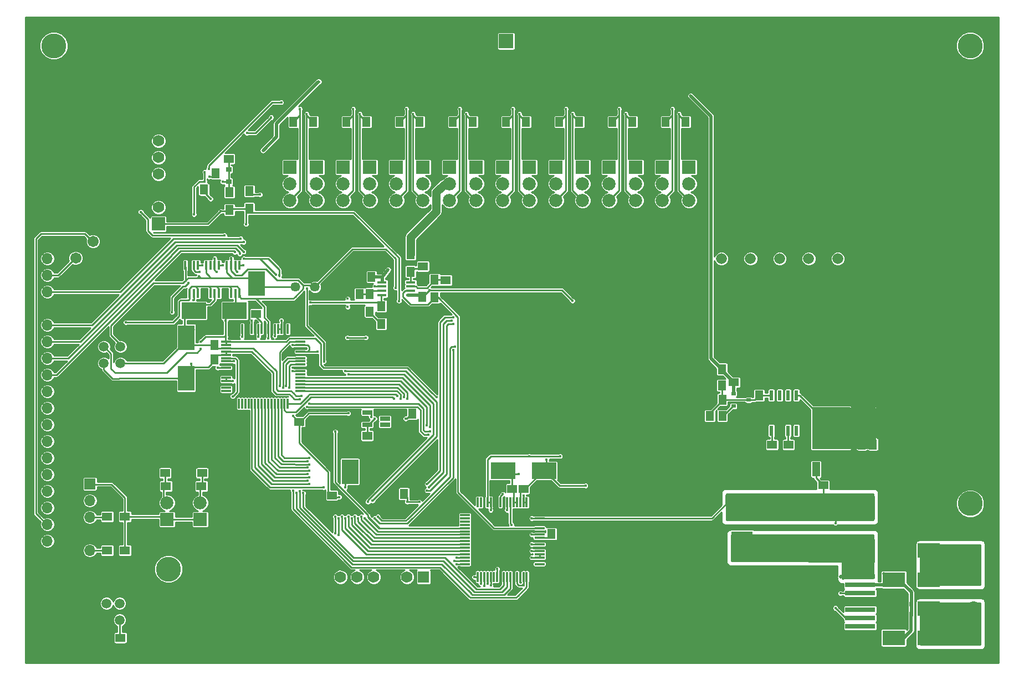
<source format=gbr>
G04 #@! TF.FileFunction,Copper,L2,Bot,Signal*
%FSLAX46Y46*%
G04 Gerber Fmt 4.6, Leading zero omitted, Abs format (unit mm)*
G04 Created by KiCad (PCBNEW 4.0.7) date 11/25/17 11:10:42*
%MOMM*%
%LPD*%
G01*
G04 APERTURE LIST*
%ADD10C,0.100000*%
%ADD11R,1.500000X0.300000*%
%ADD12R,0.300000X1.500000*%
%ADD13R,1.700000X1.700000*%
%ADD14O,1.700000X1.700000*%
%ADD15R,3.500000X2.300000*%
%ADD16R,10.160000X3.556000*%
%ADD17R,2.500000X3.750000*%
%ADD18R,1.250000X1.500000*%
%ADD19R,1.500000X1.250000*%
%ADD20R,3.750000X2.500000*%
%ADD21R,3.300000X4.500000*%
%ADD22R,2.216000X2.216000*%
%ADD23C,2.216000*%
%ADD24R,2.016000X2.016000*%
%ADD25C,1.762000*%
%ADD26R,1.762000X1.762000*%
%ADD27C,1.462000*%
%ADD28C,1.716000*%
%ADD29C,2.016000*%
%ADD30R,1.300000X1.500000*%
%ADD31R,1.500000X1.300000*%
%ADD32C,1.662000*%
%ADD33C,1.500000*%
%ADD34R,4.600000X0.800000*%
%ADD35R,9.400000X10.800000*%
%ADD36R,4.550000X5.250000*%
%ADD37R,1.200000X2.200000*%
%ADD38R,5.800000X6.400000*%
%ADD39R,2.750000X3.050000*%
%ADD40R,0.600000X1.550000*%
%ADD41R,0.700000X0.510000*%
%ADD42R,0.400000X1.350000*%
%ADD43R,1.450000X0.450000*%
%ADD44C,1.520000*%
%ADD45C,2.700000*%
%ADD46R,0.900000X0.800000*%
%ADD47R,1.560000X0.650000*%
%ADD48C,3.800000*%
%ADD49C,0.406400*%
%ADD50C,0.381000*%
%ADD51C,0.254000*%
%ADD52C,0.508000*%
%ADD53C,1.270000*%
G04 APERTURE END LIST*
D10*
D11*
X139200000Y-121745000D03*
X139200000Y-122245000D03*
X139200000Y-122745000D03*
X139200000Y-123245000D03*
X139200000Y-123745000D03*
X139200000Y-124245000D03*
X139200000Y-124745000D03*
X139200000Y-125245000D03*
X139200000Y-125745000D03*
X139200000Y-126245000D03*
X139200000Y-126745000D03*
X139200000Y-127245000D03*
X139200000Y-127745000D03*
X139200000Y-128245000D03*
X139200000Y-128745000D03*
X139200000Y-129245000D03*
D12*
X137250000Y-131195000D03*
X136750000Y-131195000D03*
X136250000Y-131195000D03*
X135750000Y-131195000D03*
X135250000Y-131195000D03*
X134750000Y-131195000D03*
X134250000Y-131195000D03*
X133750000Y-131195000D03*
X133250000Y-131195000D03*
X132750000Y-131195000D03*
X132250000Y-131195000D03*
X131750000Y-131195000D03*
X131250000Y-131195000D03*
X130750000Y-131195000D03*
X130250000Y-131195000D03*
X129750000Y-131195000D03*
D11*
X127800000Y-129245000D03*
X127800000Y-128745000D03*
X127800000Y-128245000D03*
X127800000Y-127745000D03*
X127800000Y-127245000D03*
X127800000Y-126745000D03*
X127800000Y-126245000D03*
X127800000Y-125745000D03*
X127800000Y-125245000D03*
X127800000Y-124745000D03*
X127800000Y-124245000D03*
X127800000Y-123745000D03*
X127800000Y-123245000D03*
X127800000Y-122745000D03*
X127800000Y-122245000D03*
X127800000Y-121745000D03*
D12*
X129750000Y-119795000D03*
X130250000Y-119795000D03*
X130750000Y-119795000D03*
X131250000Y-119795000D03*
X131750000Y-119795000D03*
X132250000Y-119795000D03*
X132750000Y-119795000D03*
X133250000Y-119795000D03*
X133750000Y-119795000D03*
X134250000Y-119795000D03*
X134750000Y-119795000D03*
X135250000Y-119795000D03*
X135750000Y-119795000D03*
X136250000Y-119795000D03*
X136750000Y-119795000D03*
X137250000Y-119795000D03*
D13*
X64000000Y-80000000D03*
D14*
X64000000Y-82540000D03*
X64000000Y-85080000D03*
X64000000Y-87620000D03*
X64000000Y-90160000D03*
X64000000Y-92700000D03*
X64000000Y-95240000D03*
X64000000Y-97780000D03*
X64000000Y-100320000D03*
X64000000Y-102860000D03*
X64000000Y-105400000D03*
X64000000Y-107940000D03*
X64000000Y-110480000D03*
X64000000Y-113020000D03*
X64000000Y-115560000D03*
X64000000Y-118100000D03*
X64000000Y-120640000D03*
X64000000Y-123180000D03*
X64000000Y-125720000D03*
X64000000Y-128260000D03*
D15*
X198715000Y-136060000D03*
X193315000Y-136060000D03*
D16*
X185425000Y-127277000D03*
X185425000Y-120673000D03*
D15*
X193315000Y-131615000D03*
X198715000Y-131615000D03*
D17*
X178175000Y-120600000D03*
X178175000Y-114350000D03*
X174425000Y-120600000D03*
X174425000Y-114350000D03*
D18*
X169925000Y-119475000D03*
X169925000Y-116975000D03*
X171675000Y-119475000D03*
X171675000Y-116975000D03*
X168175000Y-119475000D03*
X168175000Y-116975000D03*
D19*
X182550000Y-117200000D03*
X185050000Y-117200000D03*
D18*
X188450000Y-110950000D03*
X188450000Y-113450000D03*
X190150000Y-110950000D03*
X190150000Y-113450000D03*
D19*
X177250000Y-111000000D03*
X174750000Y-111000000D03*
D18*
X172750000Y-105950000D03*
X172750000Y-103450000D03*
X165250000Y-104100000D03*
X165250000Y-106600000D03*
X167150000Y-106600000D03*
X167150000Y-104100000D03*
X167100000Y-99450000D03*
X167100000Y-101950000D03*
D19*
X168900000Y-101450000D03*
X171400000Y-101450000D03*
D17*
X96000000Y-86375000D03*
X96000000Y-80125000D03*
D18*
X121285000Y-88372000D03*
X121285000Y-85872000D03*
D19*
X112875000Y-109625000D03*
X115375000Y-109625000D03*
X102500000Y-107500000D03*
X105000000Y-107500000D03*
X107500000Y-118745000D03*
X105000000Y-118745000D03*
D18*
X118500000Y-118500000D03*
X118500000Y-121000000D03*
X119750000Y-106245000D03*
X119750000Y-108745000D03*
D19*
X136750000Y-117745000D03*
X139250000Y-117745000D03*
D18*
X89500000Y-95745000D03*
X89500000Y-93245000D03*
D19*
X135000000Y-117745000D03*
X132500000Y-117745000D03*
D18*
X89500000Y-97995000D03*
X89500000Y-100495000D03*
X113538000Y-82824000D03*
X113538000Y-85324000D03*
X87950000Y-72000000D03*
X87950000Y-74500000D03*
X89750000Y-69500000D03*
X89750000Y-72000000D03*
D19*
X91750000Y-67300000D03*
X94250000Y-67300000D03*
X82022000Y-115316000D03*
X79522000Y-115316000D03*
X87650000Y-115316000D03*
X90150000Y-115316000D03*
X75175000Y-140525000D03*
X72675000Y-140525000D03*
D20*
X139875000Y-115000000D03*
X133625000Y-115000000D03*
X92625000Y-90495000D03*
X86375000Y-90495000D03*
D17*
X85250000Y-94620000D03*
X85250000Y-100870000D03*
D18*
X161544000Y-61615000D03*
X161544000Y-64115000D03*
X158496000Y-61615000D03*
X158496000Y-64115000D03*
X153416000Y-61615000D03*
X153416000Y-64115000D03*
X150368000Y-61615000D03*
X150368000Y-64115000D03*
X145288000Y-61615000D03*
X145288000Y-64115000D03*
X142240000Y-61615000D03*
X142240000Y-64115000D03*
X137160000Y-61615000D03*
X137160000Y-64115000D03*
X134112000Y-61615000D03*
X134112000Y-64115000D03*
X129032000Y-61615000D03*
X129032000Y-64115000D03*
X125984000Y-61615000D03*
X125984000Y-64115000D03*
X120904000Y-61615000D03*
X120904000Y-64115000D03*
X117856000Y-61615000D03*
X117856000Y-64115000D03*
X112776000Y-61615000D03*
X112776000Y-64115000D03*
X109728000Y-61615000D03*
X109728000Y-64115000D03*
X104648000Y-61615000D03*
X104648000Y-64115000D03*
D15*
X198715000Y-127170000D03*
X193315000Y-127170000D03*
X193315000Y-140505000D03*
X198715000Y-140505000D03*
D21*
X170125000Y-126475000D03*
X170125000Y-135275000D03*
D22*
X205540000Y-130980000D03*
D23*
X205540000Y-136060000D03*
D24*
X81000000Y-77250000D03*
D25*
X81000000Y-74710000D03*
X81000000Y-72170000D03*
X81000000Y-69630000D03*
X81000000Y-67090000D03*
X81000000Y-64550000D03*
D26*
X121500000Y-131245000D03*
D25*
X118960000Y-131245000D03*
X116420000Y-131245000D03*
X113880000Y-131245000D03*
X111340000Y-131245000D03*
X108800000Y-131245000D03*
D22*
X134112000Y-49276000D03*
D23*
X129032000Y-49276000D03*
D27*
X104900000Y-86900000D03*
X101900000Y-86900000D03*
D28*
X71000000Y-85000000D03*
X68333000Y-82460000D03*
X71000000Y-79920000D03*
D24*
X162052000Y-68580000D03*
D29*
X162052000Y-71120000D03*
X162052000Y-73660000D03*
D24*
X157988000Y-68580000D03*
D29*
X157988000Y-71120000D03*
X157988000Y-73660000D03*
D24*
X153924000Y-68580000D03*
D29*
X153924000Y-71120000D03*
X153924000Y-73660000D03*
D24*
X149860000Y-68580000D03*
D29*
X149860000Y-71120000D03*
X149860000Y-73660000D03*
D24*
X145796000Y-68580000D03*
D29*
X145796000Y-71120000D03*
X145796000Y-73660000D03*
D24*
X141732000Y-68580000D03*
D29*
X141732000Y-71120000D03*
X141732000Y-73660000D03*
D24*
X137668000Y-68580000D03*
D29*
X137668000Y-71120000D03*
X137668000Y-73660000D03*
D24*
X133604000Y-68580000D03*
D29*
X133604000Y-71120000D03*
X133604000Y-73660000D03*
D24*
X129540000Y-68580000D03*
D29*
X129540000Y-71120000D03*
X129540000Y-73660000D03*
D24*
X125476000Y-68580000D03*
D29*
X125476000Y-71120000D03*
X125476000Y-73660000D03*
D24*
X121412000Y-68580000D03*
D29*
X121412000Y-71120000D03*
X121412000Y-73660000D03*
D24*
X117348000Y-68580000D03*
D29*
X117348000Y-71120000D03*
X117348000Y-73660000D03*
D24*
X113284000Y-68580000D03*
D29*
X113284000Y-71120000D03*
X113284000Y-73660000D03*
D24*
X109220000Y-68580000D03*
D29*
X109220000Y-71120000D03*
X109220000Y-73660000D03*
D24*
X105156000Y-68580000D03*
D29*
X105156000Y-71120000D03*
X105156000Y-73660000D03*
D24*
X101092000Y-68580000D03*
D29*
X101092000Y-71120000D03*
X101092000Y-73660000D03*
D30*
X91850000Y-75100000D03*
X91850000Y-72400000D03*
D31*
X82122000Y-117348000D03*
X79422000Y-117348000D03*
X87550000Y-117348000D03*
X90250000Y-117348000D03*
X75850000Y-122000000D03*
X73150000Y-122000000D03*
X75850000Y-127150000D03*
X73150000Y-127150000D03*
D30*
X141000000Y-124645000D03*
X141000000Y-127345000D03*
D31*
X95900000Y-91000000D03*
X98600000Y-91000000D03*
D30*
X123190000Y-88472000D03*
X123190000Y-85772000D03*
D31*
X124888000Y-85852000D03*
X127588000Y-85852000D03*
D30*
X119507000Y-81835000D03*
X119507000Y-84535000D03*
D31*
X121400000Y-83750000D03*
X124100000Y-83750000D03*
D30*
X115062000Y-89836000D03*
X115062000Y-92536000D03*
X113284000Y-90631000D03*
X113284000Y-87931000D03*
X111760000Y-87964000D03*
X111760000Y-85264000D03*
D32*
X167005000Y-82550000D03*
X167005000Y-49530000D03*
X171450000Y-82550000D03*
X171450000Y-49530000D03*
X175895000Y-82550000D03*
X175895000Y-49530000D03*
X180340000Y-82550000D03*
X180340000Y-49530000D03*
X184785000Y-82550000D03*
X184785000Y-49530000D03*
D30*
X94850000Y-74900000D03*
X94850000Y-72200000D03*
D24*
X82296000Y-122428000D03*
D29*
X82296000Y-119888000D03*
D24*
X87376000Y-122428000D03*
D29*
X87376000Y-119888000D03*
D33*
X75184000Y-93472000D03*
X72644000Y-96012000D03*
X75184000Y-98552000D03*
X72644000Y-98552000D03*
X75184000Y-96012000D03*
D34*
X188200000Y-131165000D03*
X188200000Y-132435000D03*
X188200000Y-133705000D03*
X188200000Y-134975000D03*
X188200000Y-136245000D03*
X188200000Y-137515000D03*
X188200000Y-138785000D03*
D35*
X179050000Y-134975000D03*
D36*
X176625000Y-137750000D03*
X181475000Y-132200000D03*
X176625000Y-132200000D03*
X181475000Y-137750000D03*
D37*
X186030000Y-114750000D03*
X181470000Y-114750000D03*
D38*
X183750000Y-108450000D03*
D39*
X182225000Y-106775000D03*
X185275000Y-110125000D03*
X185275000Y-106775000D03*
X182225000Y-110125000D03*
D40*
X178455000Y-108850000D03*
X177185000Y-108850000D03*
X175915000Y-108850000D03*
X174645000Y-108850000D03*
X174645000Y-103450000D03*
X175915000Y-103450000D03*
X177185000Y-103450000D03*
X178455000Y-103450000D03*
D41*
X171160000Y-103200000D03*
X171160000Y-104150000D03*
X171160000Y-105100000D03*
X168840000Y-105100000D03*
X168840000Y-103200000D03*
D42*
X91440000Y-83575000D03*
X92090000Y-83575000D03*
X92740000Y-83575000D03*
X93390000Y-83575000D03*
X93390000Y-87875000D03*
X92740000Y-87875000D03*
X92090000Y-87875000D03*
X91440000Y-87875000D03*
X88265000Y-83575000D03*
X88915000Y-83575000D03*
X89565000Y-83575000D03*
X90215000Y-83575000D03*
X90215000Y-87875000D03*
X89565000Y-87875000D03*
X88915000Y-87875000D03*
X88265000Y-87875000D03*
X85090000Y-83575000D03*
X85740000Y-83575000D03*
X86390000Y-83575000D03*
X87040000Y-83575000D03*
X87040000Y-87875000D03*
X86390000Y-87875000D03*
X85740000Y-87875000D03*
X85090000Y-87875000D03*
D12*
X93250000Y-93295000D03*
X93750000Y-93295000D03*
X94250000Y-93295000D03*
X94750000Y-93295000D03*
X95250000Y-93295000D03*
X95750000Y-93295000D03*
X96250000Y-93295000D03*
X96750000Y-93295000D03*
X97250000Y-93295000D03*
X97750000Y-93295000D03*
X98250000Y-93295000D03*
X98750000Y-93295000D03*
X99250000Y-93295000D03*
X99750000Y-93295000D03*
X100250000Y-93295000D03*
X100750000Y-93295000D03*
D11*
X102700000Y-95245000D03*
X102700000Y-95745000D03*
X102700000Y-96245000D03*
X102700000Y-96745000D03*
X102700000Y-97245000D03*
X102700000Y-97745000D03*
X102700000Y-98245000D03*
X102700000Y-98745000D03*
X102700000Y-99245000D03*
X102700000Y-99745000D03*
X102700000Y-100245000D03*
X102700000Y-100745000D03*
X102700000Y-101245000D03*
X102700000Y-101745000D03*
X102700000Y-102245000D03*
X102700000Y-102745000D03*
D12*
X100750000Y-104695000D03*
X100250000Y-104695000D03*
X99750000Y-104695000D03*
X99250000Y-104695000D03*
X98750000Y-104695000D03*
X98250000Y-104695000D03*
X97750000Y-104695000D03*
X97250000Y-104695000D03*
X96750000Y-104695000D03*
X96250000Y-104695000D03*
X95750000Y-104695000D03*
X95250000Y-104695000D03*
X94750000Y-104695000D03*
X94250000Y-104695000D03*
X93750000Y-104695000D03*
X93250000Y-104695000D03*
D11*
X91300000Y-102745000D03*
X91300000Y-102245000D03*
X91300000Y-101745000D03*
X91300000Y-101245000D03*
X91300000Y-100745000D03*
X91300000Y-100245000D03*
X91300000Y-99745000D03*
X91300000Y-99245000D03*
X91300000Y-98745000D03*
X91300000Y-98245000D03*
X91300000Y-97745000D03*
X91300000Y-97245000D03*
X91300000Y-96745000D03*
X91300000Y-96245000D03*
X91300000Y-95745000D03*
X91300000Y-95245000D03*
D43*
X115148000Y-88097000D03*
X115148000Y-87447000D03*
X115148000Y-86797000D03*
X115148000Y-86147000D03*
X119548000Y-86147000D03*
X119548000Y-86797000D03*
X119548000Y-87447000D03*
X119548000Y-88097000D03*
D44*
X75057000Y-135255000D03*
X75057000Y-137795000D03*
X73057000Y-137795000D03*
X73057000Y-135255000D03*
D45*
X70357000Y-130525000D03*
X70357000Y-142525000D03*
D46*
X91700000Y-70800000D03*
X91700000Y-68900000D03*
X93700000Y-69850000D03*
D18*
X101600000Y-61615000D03*
X101600000Y-64115000D03*
D47*
X115600000Y-106050000D03*
X115600000Y-107000000D03*
X115600000Y-107950000D03*
X112900000Y-107950000D03*
X112900000Y-106050000D03*
D17*
X110250000Y-115120000D03*
X110250000Y-108870000D03*
D13*
X70500000Y-117000000D03*
D14*
X70500000Y-119540000D03*
X70500000Y-122080000D03*
X70500000Y-124620000D03*
X70500000Y-127160000D03*
D48*
X205000000Y-50000000D03*
X65000000Y-50000000D03*
X82500000Y-130000000D03*
X205000000Y-120000000D03*
D49*
X109850000Y-94625000D03*
X112675000Y-94625000D03*
X109900000Y-89950000D03*
X109900000Y-88675000D03*
X196005000Y-136623000D03*
X196005000Y-135099000D03*
X196005000Y-135607000D03*
X117000000Y-122050000D03*
X101500000Y-96575000D03*
X103925000Y-99200000D03*
X101400000Y-92050000D03*
X98500000Y-92150000D03*
X133525000Y-121000000D03*
X140350000Y-126025000D03*
X140375000Y-128750000D03*
X133025000Y-132375000D03*
X118500000Y-122075000D03*
X88650000Y-89025000D03*
X88650000Y-90075000D03*
X84450000Y-92275000D03*
X85500000Y-92275000D03*
X94400000Y-66100000D03*
X87400000Y-82000000D03*
X104250000Y-92000000D03*
X103025000Y-92000000D03*
X92250000Y-93245000D03*
X127925000Y-94000000D03*
X83325000Y-87075000D03*
X108425000Y-94000000D03*
X87500000Y-101850000D03*
X104000000Y-93900000D03*
X103950000Y-97250000D03*
X108900000Y-56650000D03*
X100800000Y-56650000D03*
X136250000Y-130000000D03*
X107500000Y-128750000D03*
X85900000Y-84650000D03*
X94650000Y-73550000D03*
X94650000Y-68950000D03*
X88950000Y-74050000D03*
X90750000Y-71450000D03*
X114500000Y-106250000D03*
X103750000Y-107500000D03*
X194481000Y-138147000D03*
X194481000Y-137639000D03*
X194481000Y-134083000D03*
X194481000Y-134591000D03*
X192449000Y-128749000D03*
X192957000Y-128749000D03*
X193465000Y-128749000D03*
X193973000Y-128749000D03*
X194481000Y-128749000D03*
X192195000Y-137639000D03*
X192195000Y-138147000D03*
X192195000Y-134591000D03*
X192195000Y-134083000D03*
X90375000Y-93245000D03*
X139250000Y-120745000D03*
X94750000Y-94495000D03*
X97250000Y-94495000D03*
X138000000Y-123245000D03*
X130750000Y-120995000D03*
X119750000Y-107495000D03*
X106250000Y-118495000D03*
X92500000Y-100245000D03*
X119750000Y-109995000D03*
X124206000Y-56642000D03*
X156718000Y-56642000D03*
X116078000Y-56642000D03*
X132334000Y-56642000D03*
X148590000Y-56642000D03*
X140462000Y-56642000D03*
X185175000Y-131225000D03*
X185175000Y-133725000D03*
X92100000Y-82525000D03*
X98750000Y-94375000D03*
X86425000Y-75775000D03*
X92100000Y-82500000D03*
X117200000Y-87000000D03*
X122400000Y-87350000D03*
X144250000Y-89000000D03*
X76000000Y-92300000D03*
X98200000Y-60950000D03*
X94500000Y-63350000D03*
X92500000Y-98245000D03*
X88050000Y-69300000D03*
X88050000Y-70750000D03*
X184425000Y-135975000D03*
X184425000Y-122975000D03*
X97750000Y-94750000D03*
X96250000Y-94495000D03*
X93750000Y-94495000D03*
X138000000Y-126245000D03*
X138000000Y-124745000D03*
X138000000Y-127245000D03*
X138000000Y-122245000D03*
X134250000Y-120995000D03*
X108625000Y-119000000D03*
X94350000Y-77275000D03*
X187275000Y-107275000D03*
X187275000Y-108025000D03*
X187275000Y-108450000D03*
X187275000Y-107625000D03*
X137625000Y-112750000D03*
X142350000Y-112750000D03*
X117750000Y-89025000D03*
X105250000Y-96750000D03*
X83050000Y-90725000D03*
X85550000Y-86275000D03*
X92375000Y-101250000D03*
X101525000Y-106575000D03*
X110000000Y-106200000D03*
X118750000Y-107000000D03*
X120825000Y-119750000D03*
X90500000Y-75300000D03*
X101500000Y-95750000D03*
X114000000Y-107000000D03*
X119000000Y-119750000D03*
X99750000Y-91995000D03*
X101500000Y-99745000D03*
X132750000Y-129995000D03*
X136750000Y-132495000D03*
X138000000Y-128245000D03*
X131750000Y-120995000D03*
X165400000Y-84275000D03*
X116075000Y-84275000D03*
X162275000Y-57650000D03*
X96950000Y-66000000D03*
X105500000Y-55500000D03*
X87200000Y-85250000D03*
X87450000Y-96325000D03*
X87450000Y-95225000D03*
X123500000Y-103750000D03*
X91250000Y-91995000D03*
X91250000Y-94495000D03*
X136750000Y-118745000D03*
X104050000Y-104700000D03*
X102875000Y-103525000D03*
X140250000Y-113250000D03*
X122500000Y-109000000D03*
X146250000Y-117250000D03*
X102550000Y-104050000D03*
X103700000Y-105200000D03*
X85950000Y-98625000D03*
X122250000Y-109500000D03*
D50*
X86360000Y-88900000D03*
D49*
X136000000Y-115500000D03*
X88950000Y-73400000D03*
X88750000Y-70000000D03*
X92350000Y-103600000D03*
X160528000Y-60452000D03*
X159512000Y-59690000D03*
X152400000Y-60452000D03*
X151384000Y-59690000D03*
X144272000Y-60452000D03*
X143256000Y-59690000D03*
X136144000Y-60452000D03*
X135128000Y-59690000D03*
X128016000Y-60452000D03*
X127000000Y-59690000D03*
X119888000Y-60452000D03*
X118872000Y-59690000D03*
X111760000Y-60452000D03*
X110744000Y-59690000D03*
X103632000Y-60452000D03*
X93550000Y-79500000D03*
X94000000Y-80000000D03*
X94000000Y-81500000D03*
X93400000Y-81775000D03*
X92650000Y-81525000D03*
X89575000Y-82550000D03*
D50*
X87225000Y-84600000D03*
X93050000Y-84600000D03*
X89850000Y-84600000D03*
D49*
X114046000Y-86741000D03*
X96500000Y-72750000D03*
X99750000Y-58650000D03*
X88700000Y-68800000D03*
X103650000Y-87075000D03*
X106275000Y-98250000D03*
X119000000Y-103995000D03*
X118500000Y-103725000D03*
X118000000Y-103995000D03*
X117500000Y-103575000D03*
X117000000Y-103995000D03*
X113500000Y-106750000D03*
X108000000Y-108995000D03*
X106250000Y-117500000D03*
X101575000Y-118000000D03*
X102075000Y-118400000D03*
X103075000Y-118400000D03*
X102575000Y-118125000D03*
X104000000Y-113000000D03*
X103750000Y-113500000D03*
X104000000Y-114000000D03*
X103750000Y-114500000D03*
X104000000Y-115000000D03*
X103750000Y-115500000D03*
X104000000Y-116000000D03*
X103750000Y-116500000D03*
X104000000Y-117000000D03*
X108000000Y-124550000D03*
X108000000Y-122000000D03*
X108500000Y-124800000D03*
X108500000Y-122250000D03*
X109000000Y-121995000D03*
X109500000Y-122250000D03*
X110000000Y-121995000D03*
X110500000Y-122250000D03*
X111000000Y-121995000D03*
X111500000Y-122250000D03*
X112000000Y-121995000D03*
X112500000Y-122250000D03*
X110000000Y-100250000D03*
X113000000Y-119745000D03*
X113675000Y-119575000D03*
X109500000Y-99750000D03*
X125750000Y-92000000D03*
X122275000Y-117500000D03*
X126000000Y-92500000D03*
X122000000Y-117995000D03*
X99500000Y-102000000D03*
X100000000Y-102250000D03*
X101000000Y-102250000D03*
X100500000Y-102000000D03*
X114500000Y-121995000D03*
X126250000Y-96000000D03*
X126000000Y-91500000D03*
X122000000Y-116995000D03*
X126000000Y-96500000D03*
X114000000Y-122250000D03*
X131750000Y-132500000D03*
X131250000Y-132245000D03*
X130750000Y-132550000D03*
X130250000Y-132245000D03*
X129250000Y-131245000D03*
X126500000Y-129245000D03*
X126225000Y-128750000D03*
X126500000Y-128245000D03*
X122500000Y-108250000D03*
X122000000Y-107995000D03*
X90800000Y-70800000D03*
X109500000Y-117495000D03*
X134950000Y-123250000D03*
X102616000Y-59690000D03*
X104225000Y-89250000D03*
D50*
X95250000Y-92000000D03*
D49*
X93950000Y-83550000D03*
X90850000Y-83550000D03*
D50*
X87650000Y-83600000D03*
D49*
X98925000Y-84975000D03*
X99450000Y-85050000D03*
X94025000Y-82525000D03*
X78275000Y-75400000D03*
X91075000Y-79000000D03*
X133600000Y-118550000D03*
X90050000Y-99250000D03*
D51*
X109850000Y-94625000D02*
X112675000Y-94625000D01*
D52*
X193315000Y-140505000D02*
X194895000Y-140505000D01*
X194895000Y-140505000D02*
X196000000Y-139400000D01*
X196000000Y-139400000D02*
X196000000Y-136850000D01*
X196000000Y-136850000D02*
X196005000Y-136850000D01*
X196005000Y-136623000D02*
X196005000Y-136850000D01*
X196005000Y-136850000D02*
X196005000Y-137131000D01*
X196005000Y-137131000D02*
X196015000Y-137131000D01*
X196005000Y-135607000D02*
X196005000Y-135099000D01*
X196015000Y-135089000D02*
X196005000Y-135099000D01*
X196015000Y-135089000D02*
X196015000Y-134845000D01*
X188200000Y-132435000D02*
X192135000Y-132435000D01*
X192135000Y-132435000D02*
X192175000Y-132475000D01*
X192175000Y-132475000D02*
X193315000Y-131615000D01*
X196015000Y-137131000D02*
X196015000Y-137131000D01*
X196015000Y-136877000D02*
X196015000Y-137131000D01*
X196015000Y-136369000D02*
X196015000Y-136877000D01*
X196015000Y-135353000D02*
X196015000Y-135861000D01*
X196015000Y-135861000D02*
X196015000Y-136369000D01*
X193315000Y-131615000D02*
X192713000Y-131615000D01*
X192713000Y-131615000D02*
X191824000Y-130726000D01*
X193315000Y-131615000D02*
X194110000Y-131615000D01*
X194110000Y-131615000D02*
X196015000Y-133520000D01*
X196015000Y-133520000D02*
X196015000Y-134845000D01*
X196015000Y-134845000D02*
X196015000Y-134845000D01*
X196015000Y-134845000D02*
X196015000Y-135099000D01*
X196015000Y-135099000D02*
X196015000Y-135353000D01*
D51*
X117975000Y-121025000D02*
X118500000Y-121000000D01*
X117000000Y-122050000D02*
X118000000Y-121000000D01*
X103850000Y-99275000D02*
X103325000Y-99275000D01*
X103925000Y-99200000D02*
X103850000Y-99275000D01*
X103325000Y-99275000D02*
X102700000Y-99245000D01*
X101400000Y-92050000D02*
X101400000Y-91995000D01*
X133750000Y-120000000D02*
X133750000Y-119795000D01*
X138750000Y-125745000D02*
X138000000Y-125745000D01*
X138750000Y-125745000D02*
X139200000Y-125745000D01*
X139200000Y-128745000D02*
X140370000Y-128745000D01*
X140370000Y-128745000D02*
X140375000Y-128750000D01*
X133250000Y-131195000D02*
X133250000Y-132150000D01*
X133250000Y-132150000D02*
X133025000Y-132375000D01*
X118500000Y-121000000D02*
X118500000Y-122075000D01*
X88650000Y-90075000D02*
X88650000Y-91875000D01*
X88265000Y-88640000D02*
X88650000Y-89025000D01*
X88265000Y-87875000D02*
X88265000Y-88640000D01*
X88250000Y-92275000D02*
X85500000Y-92275000D01*
X88650000Y-91875000D02*
X88250000Y-92275000D01*
X100250000Y-91995000D02*
X101400000Y-91995000D01*
X100250000Y-93295000D02*
X100250000Y-91995000D01*
X101400000Y-91995000D02*
X103020000Y-91995000D01*
X103020000Y-91995000D02*
X103025000Y-92000000D01*
X92250000Y-93245000D02*
X93250000Y-93245000D01*
X64000000Y-128260000D02*
X64010000Y-128260000D01*
X92500000Y-101745000D02*
X89055000Y-101745000D01*
X89055000Y-101745000D02*
X89050000Y-101750000D01*
X89055000Y-101745000D02*
X89050000Y-101750000D01*
X91300000Y-101745000D02*
X92500000Y-101745000D01*
X91300000Y-101745000D02*
X89055000Y-101745000D01*
X102700000Y-97245000D02*
X103905000Y-97245000D01*
X103950000Y-97200000D02*
X103950000Y-97250000D01*
X103905000Y-97245000D02*
X103950000Y-97200000D01*
X102700000Y-99245000D02*
X103605000Y-99245000D01*
X103950000Y-98900000D02*
X103950000Y-97250000D01*
X103605000Y-99245000D02*
X103950000Y-98900000D01*
X92450000Y-100245000D02*
X92450000Y-100100000D01*
X92450000Y-100100000D02*
X92400000Y-100050000D01*
X136250000Y-130000000D02*
X136250000Y-130750000D01*
X136250000Y-130750000D02*
X136250000Y-131195000D01*
X121285000Y-85872000D02*
X121285000Y-85765000D01*
X121285000Y-85765000D02*
X122800000Y-84250000D01*
X122800000Y-84250000D02*
X123700000Y-84250000D01*
X123700000Y-84250000D02*
X124100000Y-83750000D01*
X127588000Y-85852000D02*
X127588000Y-85588000D01*
X127588000Y-85588000D02*
X126250000Y-84250000D01*
X126250000Y-84250000D02*
X124000000Y-84250000D01*
X124000000Y-84250000D02*
X124032000Y-84074000D01*
X113538000Y-82824000D02*
X113538000Y-83212000D01*
X113538000Y-83212000D02*
X111750000Y-85000000D01*
X111750000Y-85000000D02*
X111760000Y-85264000D01*
X128905000Y-48895000D02*
X129032000Y-49276000D01*
X129032000Y-49276000D02*
X129032000Y-53332000D01*
X132350000Y-56650000D02*
X132334000Y-56650000D01*
X129032000Y-53332000D02*
X132350000Y-56650000D01*
X101550000Y-64300000D02*
X101600000Y-64115000D01*
X87700000Y-74350000D02*
X87950000Y-74500000D01*
X85740000Y-83575000D02*
X85740000Y-84490000D01*
X85740000Y-84490000D02*
X85900000Y-84650000D01*
X94650000Y-68950000D02*
X94650000Y-67700000D01*
X94650000Y-67700000D02*
X94550000Y-67600000D01*
X94550000Y-67600000D02*
X94250000Y-67300000D01*
X94550000Y-73650000D02*
X92550000Y-73650000D01*
X94650000Y-73550000D02*
X94550000Y-73650000D01*
X89850000Y-73650000D02*
X92550000Y-73650000D01*
X93650000Y-72550000D02*
X93650000Y-69900000D01*
X92550000Y-73650000D02*
X93650000Y-72550000D01*
X93650000Y-69900000D02*
X93700000Y-69850000D01*
X94650000Y-68950000D02*
X94650000Y-68950000D01*
X94650000Y-68950000D02*
X93850000Y-69750000D01*
X93850000Y-69750000D02*
X93750000Y-69750000D01*
X93750000Y-69750000D02*
X93700000Y-69850000D01*
X88950000Y-74050000D02*
X89350000Y-74050000D01*
X89350000Y-74050000D02*
X89450000Y-74050000D01*
X89450000Y-74050000D02*
X89850000Y-73650000D01*
X89850000Y-73650000D02*
X89850000Y-72450000D01*
X89850000Y-72450000D02*
X89750000Y-72000000D01*
X88150000Y-74050000D02*
X88950000Y-74050000D01*
X88150000Y-74050000D02*
X88100000Y-74100000D01*
X88100000Y-74100000D02*
X87950000Y-74500000D01*
X90750000Y-71450000D02*
X90200000Y-71450000D01*
X90200000Y-71450000D02*
X89750000Y-72000000D01*
X70500000Y-124620000D02*
X70500000Y-124750000D01*
X64000000Y-80000000D02*
X68500000Y-80000000D01*
X71000000Y-82500000D02*
X71000000Y-85250000D01*
X68500000Y-80000000D02*
X71000000Y-82500000D01*
X71000000Y-85250000D02*
X71000000Y-85000000D01*
X98250000Y-91995000D02*
X98250000Y-91250000D01*
X98250000Y-91250000D02*
X98600000Y-91000000D01*
X115375000Y-109625000D02*
X115375000Y-109375000D01*
X114500000Y-106250000D02*
X115000000Y-106250000D01*
X115000000Y-106250000D02*
X115600000Y-106050000D01*
X118500000Y-120500000D02*
X118500000Y-121000000D01*
X118000000Y-121000000D02*
X118500000Y-121000000D01*
X103750000Y-107500000D02*
X104750000Y-107500000D01*
X104750000Y-107500000D02*
X105000000Y-107500000D01*
X194481000Y-136877000D02*
X194481000Y-137639000D01*
X194481000Y-137639000D02*
X194481000Y-138147000D01*
X194481000Y-136877000D02*
X193315000Y-136060000D01*
X194481000Y-135099000D02*
X194481000Y-134591000D01*
X194481000Y-134591000D02*
X194481000Y-134083000D01*
X194481000Y-135099000D02*
X193315000Y-136060000D01*
X192449000Y-128749000D02*
X192449000Y-127987000D01*
X192449000Y-127987000D02*
X193315000Y-127170000D01*
X192957000Y-128749000D02*
X192957000Y-127987000D01*
X192957000Y-127987000D02*
X193315000Y-127170000D01*
X193465000Y-128749000D02*
X193465000Y-127987000D01*
X193465000Y-127987000D02*
X193315000Y-127170000D01*
X193973000Y-128749000D02*
X193973000Y-127987000D01*
X193973000Y-127987000D02*
X193315000Y-127170000D01*
X193315000Y-127170000D02*
X193664000Y-127170000D01*
X193664000Y-127170000D02*
X194481000Y-127987000D01*
X194481000Y-127987000D02*
X194481000Y-128749000D01*
X193315000Y-136060000D02*
X192648000Y-136060000D01*
X192648000Y-136060000D02*
X191687000Y-135099000D01*
X191687000Y-135099000D02*
X190163000Y-135099000D01*
X190163000Y-135099000D02*
X188200000Y-134975000D01*
X192195000Y-138147000D02*
X192195000Y-137639000D01*
X192195000Y-137639000D02*
X192195000Y-136877000D01*
X193315000Y-136060000D02*
X193012000Y-136060000D01*
X193012000Y-136060000D02*
X192195000Y-136877000D01*
X192195000Y-134083000D02*
X192195000Y-134591000D01*
X192195000Y-134591000D02*
X192195000Y-135099000D01*
X193315000Y-136060000D02*
X193156000Y-136060000D01*
X193156000Y-136060000D02*
X192195000Y-135099000D01*
X89500000Y-93245000D02*
X90375000Y-93245000D01*
X110250000Y-108870000D02*
X110625000Y-108870000D01*
X110625000Y-108870000D02*
X111250000Y-108245000D01*
X98250000Y-91995000D02*
X98250000Y-91995000D01*
X98250000Y-91995000D02*
X98250000Y-92995000D01*
X98250000Y-92995000D02*
X98250000Y-93295000D01*
X139200000Y-126745000D02*
X141000000Y-126745000D01*
X141000000Y-126745000D02*
X141000000Y-127345000D01*
X156718000Y-56642000D02*
X158750000Y-56642000D01*
X162560000Y-62992000D02*
X161798000Y-63754000D01*
X162560000Y-60452000D02*
X162560000Y-62992000D01*
X158750000Y-56642000D02*
X162560000Y-60452000D01*
X161798000Y-63754000D02*
X161544000Y-64115000D01*
X153416000Y-64115000D02*
X154833000Y-64115000D01*
X154833000Y-64115000D02*
X156718000Y-62230000D01*
X156718000Y-56642000D02*
X156718000Y-62230000D01*
X156718000Y-62230000D02*
X158242000Y-63754000D01*
X158242000Y-63754000D02*
X158496000Y-64115000D01*
X145288000Y-64115000D02*
X146705000Y-64115000D01*
X146705000Y-64115000D02*
X148590000Y-62230000D01*
X148590000Y-56642000D02*
X148590000Y-62230000D01*
X148590000Y-62230000D02*
X150114000Y-63754000D01*
X150114000Y-63754000D02*
X150368000Y-64115000D01*
X137160000Y-64115000D02*
X138577000Y-64115000D01*
X138577000Y-64115000D02*
X140462000Y-62230000D01*
X140462000Y-56642000D02*
X140462000Y-62230000D01*
X140462000Y-62230000D02*
X141986000Y-63754000D01*
X141986000Y-63754000D02*
X142240000Y-64115000D01*
X129032000Y-64115000D02*
X130449000Y-64115000D01*
X130449000Y-64115000D02*
X132334000Y-62230000D01*
X132334000Y-56642000D02*
X132334000Y-56650000D01*
X132334000Y-56650000D02*
X132334000Y-62230000D01*
X132334000Y-62230000D02*
X133858000Y-63754000D01*
X133858000Y-63754000D02*
X134112000Y-64115000D01*
X120904000Y-64115000D02*
X122321000Y-64115000D01*
X122321000Y-64115000D02*
X124206000Y-62230000D01*
X124206000Y-56642000D02*
X124206000Y-62230000D01*
X124206000Y-62230000D02*
X125984000Y-64008000D01*
X125984000Y-64008000D02*
X125984000Y-64115000D01*
X117856000Y-64008000D02*
X117856000Y-64115000D01*
X109474000Y-63754000D02*
X109728000Y-64115000D01*
X101346000Y-63754000D02*
X101600000Y-64115000D01*
X116078000Y-56642000D02*
X124206000Y-56642000D01*
X124206000Y-56642000D02*
X132334000Y-56642000D01*
X132334000Y-56642000D02*
X140462000Y-56642000D01*
X140462000Y-56642000D02*
X148590000Y-56642000D01*
X148590000Y-56642000D02*
X156718000Y-56642000D01*
X91300000Y-99745000D02*
X91300000Y-100195000D01*
X91300000Y-100195000D02*
X91250000Y-100245000D01*
X91250000Y-100245000D02*
X91300000Y-100245000D01*
X91300000Y-100245000D02*
X89750000Y-100245000D01*
X89750000Y-100245000D02*
X89500000Y-99995000D01*
X93250000Y-93245000D02*
X93250000Y-93295000D01*
X139250000Y-117745000D02*
X139250000Y-120745000D01*
X139200000Y-122745000D02*
X139200000Y-123195000D01*
X139200000Y-123195000D02*
X139250000Y-123245000D01*
X139250000Y-123245000D02*
X139200000Y-123245000D01*
X132750000Y-119795000D02*
X132450000Y-119795000D01*
X132450000Y-119795000D02*
X132250000Y-119995000D01*
X132250000Y-119995000D02*
X132250000Y-119795000D01*
X132250000Y-119795000D02*
X132250000Y-117995000D01*
X132250000Y-117995000D02*
X132500000Y-117745000D01*
X139250000Y-120745000D02*
X139250000Y-121745000D01*
X139250000Y-121745000D02*
X139200000Y-121745000D01*
X94750000Y-93295000D02*
X94750000Y-94495000D01*
X97250000Y-93295000D02*
X97250000Y-94495000D01*
X93250000Y-93995000D02*
X93250000Y-93295000D01*
X133250000Y-131245000D02*
X133250000Y-131195000D01*
X139250000Y-128745000D02*
X139200000Y-128745000D01*
X139000000Y-126745000D02*
X138000000Y-126745000D01*
X139000000Y-126745000D02*
X139200000Y-126745000D01*
X139000000Y-123245000D02*
X138000000Y-123245000D01*
X139000000Y-123245000D02*
X139200000Y-123245000D01*
X138750000Y-121745000D02*
X139200000Y-121745000D01*
X130750000Y-120245000D02*
X130750000Y-120995000D01*
X130750000Y-120245000D02*
X130750000Y-119795000D01*
X119750000Y-108745000D02*
X119750000Y-107495000D01*
X105500000Y-118495000D02*
X106250000Y-118495000D01*
X105500000Y-118495000D02*
X105000000Y-118745000D01*
X102700000Y-99245000D02*
X101500000Y-99245000D01*
X91300000Y-100245000D02*
X92450000Y-100245000D01*
X92450000Y-100245000D02*
X92500000Y-100245000D01*
D52*
X188200000Y-131165000D02*
X185235000Y-131165000D01*
X185235000Y-131165000D02*
X185175000Y-131225000D01*
D51*
X185175000Y-133725000D02*
X186675000Y-133725000D01*
X186675000Y-133725000D02*
X188200000Y-133705000D01*
X103100000Y-87150000D02*
X103100000Y-86575000D01*
X104900000Y-86900000D02*
X104750000Y-86900000D01*
X104750000Y-86900000D02*
X104425000Y-86575000D01*
X104425000Y-86575000D02*
X103100000Y-86575000D01*
X103100000Y-86575000D02*
X103050000Y-86575000D01*
X104475000Y-86825000D02*
X104500000Y-86850000D01*
X104500000Y-86850000D02*
X104550000Y-86850000D01*
X104550000Y-86850000D02*
X104600000Y-86900000D01*
X104600000Y-86900000D02*
X104900000Y-86900000D01*
X103050000Y-86575000D02*
X102300000Y-85825000D01*
X101300000Y-88650000D02*
X101600000Y-88650000D01*
X101600000Y-88650000D02*
X101875000Y-88375000D01*
X101600000Y-88650000D02*
X101875000Y-88375000D01*
X101875000Y-88375000D02*
X103100000Y-87150000D01*
X92090000Y-83575000D02*
X92090000Y-82535000D01*
X92090000Y-82535000D02*
X92100000Y-82525000D01*
X98750000Y-93295000D02*
X98750000Y-94375000D01*
X97050000Y-84125000D02*
X97375000Y-84125000D01*
X97375000Y-84125000D02*
X97550000Y-84300000D01*
X102150000Y-85825000D02*
X102300000Y-85825000D01*
X92090000Y-84440000D02*
X92720998Y-85070998D01*
X92720998Y-85070998D02*
X93654002Y-85070998D01*
X93654002Y-85070998D02*
X94600000Y-84125000D01*
X94600000Y-84125000D02*
X97050000Y-84125000D01*
X92090000Y-83575000D02*
X92090000Y-84440000D01*
X97550000Y-84300000D02*
X99075000Y-85825000D01*
X99075000Y-85825000D02*
X102150000Y-85825000D01*
X88050000Y-70750000D02*
X87500000Y-70750000D01*
X86425000Y-75775000D02*
X86425000Y-75125000D01*
X86425000Y-75125000D02*
X86425000Y-73050000D01*
X86425000Y-73050000D02*
X86425000Y-71575000D01*
X86425000Y-71575000D02*
X87250000Y-70750000D01*
X87250000Y-70750000D02*
X87500000Y-70750000D01*
X92090000Y-83575000D02*
X92090000Y-82510000D01*
X92090000Y-82510000D02*
X92100000Y-82500000D01*
X104900000Y-86900000D02*
X104375000Y-86900000D01*
X104375000Y-86900000D02*
X104300000Y-86825000D01*
X101300000Y-88650000D02*
X95825000Y-88650000D01*
X97750000Y-93295000D02*
X97750000Y-92150000D01*
X93625000Y-88650000D02*
X93400000Y-88425000D01*
X95875000Y-88650000D02*
X95825000Y-88650000D01*
X95825000Y-88650000D02*
X93625000Y-88650000D01*
X97175000Y-89950000D02*
X95875000Y-88650000D01*
X97175000Y-91575000D02*
X97175000Y-89950000D01*
X97750000Y-92150000D02*
X97175000Y-91575000D01*
X93400000Y-88425000D02*
X93390000Y-87875000D01*
X121285000Y-88372000D02*
X121378000Y-88372000D01*
X121378000Y-88372000D02*
X122400000Y-87350000D01*
X142600000Y-87350000D02*
X144250000Y-89000000D01*
X122400000Y-87350000D02*
X142600000Y-87350000D01*
X104900000Y-86900000D02*
X104900000Y-86825000D01*
X104900000Y-86825000D02*
X110650000Y-81075000D01*
X117200000Y-82575000D02*
X117200000Y-87000000D01*
X115700000Y-81075000D02*
X117200000Y-82575000D01*
X110650000Y-81075000D02*
X115700000Y-81075000D01*
X82525000Y-92300000D02*
X83225000Y-92300000D01*
X84150000Y-90625000D02*
X84150000Y-90675000D01*
X84150000Y-91375000D02*
X84150000Y-90625000D01*
X83225000Y-92300000D02*
X84150000Y-91375000D01*
X87040000Y-87875000D02*
X87040000Y-87165000D01*
X86650000Y-86775000D02*
X86650000Y-86741000D01*
X87040000Y-87165000D02*
X86650000Y-86775000D01*
X88915000Y-87875000D02*
X88915000Y-87065000D01*
X88600000Y-86750000D02*
X88600000Y-86741000D01*
X88915000Y-87065000D02*
X88600000Y-86750000D01*
X90215000Y-87875000D02*
X90215000Y-87140000D01*
X89825000Y-86750000D02*
X89825000Y-86741000D01*
X90215000Y-87140000D02*
X89825000Y-86750000D01*
X92090000Y-87875000D02*
X92090000Y-87065000D01*
X91775000Y-86750000D02*
X91775000Y-86741000D01*
X92090000Y-87065000D02*
X91775000Y-86750000D01*
X93390000Y-87875000D02*
X93390000Y-87165000D01*
X92975000Y-86750000D02*
X92975000Y-86741000D01*
X93390000Y-87165000D02*
X92975000Y-86750000D01*
X85740000Y-87875000D02*
X85740000Y-88710000D01*
X82525000Y-92300000D02*
X76000000Y-92300000D01*
X84150000Y-90675000D02*
X84150000Y-90675000D01*
X84150000Y-89100000D02*
X84150000Y-90675000D01*
X84350000Y-88900000D02*
X84150000Y-89100000D01*
X85550000Y-88900000D02*
X84350000Y-88900000D01*
X85740000Y-88710000D02*
X85550000Y-88900000D01*
X139200000Y-122245000D02*
X165530000Y-122245000D01*
X165530000Y-122245000D02*
X168025000Y-119750000D01*
X168025000Y-119750000D02*
X168175000Y-119475000D01*
X182550000Y-117200000D02*
X182550000Y-119225000D01*
X182550000Y-119225000D02*
X182750000Y-119425000D01*
X182750000Y-119425000D02*
X185425000Y-120673000D01*
X181470000Y-114750000D02*
X181470000Y-116095000D01*
X181470000Y-116095000D02*
X182325000Y-116950000D01*
X182325000Y-116950000D02*
X182550000Y-117200000D01*
X95800000Y-63350000D02*
X95775000Y-63350000D01*
X98200000Y-60950000D02*
X95800000Y-63350000D01*
X95775000Y-63350000D02*
X94500000Y-63350000D01*
X75057000Y-137795000D02*
X75057000Y-140343000D01*
X75057000Y-140343000D02*
X75050000Y-140350000D01*
X75050000Y-140350000D02*
X75175000Y-140525000D01*
X91300000Y-98245000D02*
X92500000Y-98245000D01*
X88050000Y-70750000D02*
X88050000Y-69300000D01*
X85740000Y-87875000D02*
X85740000Y-87107000D01*
X85740000Y-87107000D02*
X86106000Y-86741000D01*
X86106000Y-86741000D02*
X86650000Y-86741000D01*
X86650000Y-86741000D02*
X87630000Y-86741000D01*
X93390000Y-87875000D02*
X93390000Y-87331000D01*
X90215000Y-87875000D02*
X90215000Y-87331000D01*
X87040000Y-87875000D02*
X87040000Y-87331000D01*
X87630000Y-86741000D02*
X88600000Y-86741000D01*
X88600000Y-86741000D02*
X89281000Y-86741000D01*
X89281000Y-86741000D02*
X89825000Y-86741000D01*
X89825000Y-86741000D02*
X90805000Y-86741000D01*
X90805000Y-86741000D02*
X91775000Y-86741000D01*
X91775000Y-86741000D02*
X92456000Y-86741000D01*
X92456000Y-86741000D02*
X92975000Y-86741000D01*
X188200000Y-137515000D02*
X185965000Y-137515000D01*
X185965000Y-137515000D02*
X184425000Y-135975000D01*
X184425000Y-122975000D02*
X184425000Y-122225000D01*
X184425000Y-122225000D02*
X185425000Y-120673000D01*
X97750000Y-93295000D02*
X97750000Y-94750000D01*
X96250000Y-93295000D02*
X96250000Y-94495000D01*
X93750000Y-93295000D02*
X93750000Y-94495000D01*
X139200000Y-126245000D02*
X138000000Y-126245000D01*
X139200000Y-124745000D02*
X138000000Y-124745000D01*
X139200000Y-127245000D02*
X138000000Y-127245000D01*
X139200000Y-122245000D02*
X138000000Y-122245000D01*
X134250000Y-119795000D02*
X134250000Y-120995000D01*
D52*
X121285000Y-88372000D02*
X121265000Y-88372000D01*
X121265000Y-88372000D02*
X121031000Y-88138000D01*
X121031000Y-88138000D02*
X119126000Y-88138000D01*
D51*
X106875000Y-115300000D02*
X106875000Y-115150000D01*
X102500000Y-110775000D02*
X102500000Y-110325000D01*
X106875000Y-115150000D02*
X102500000Y-110775000D01*
X131250000Y-114000000D02*
X131250000Y-113250000D01*
X131750000Y-112750000D02*
X132500000Y-112750000D01*
X131250000Y-113250000D02*
X131750000Y-112750000D01*
X102500000Y-107500000D02*
X102500000Y-110325000D01*
X106875000Y-115300000D02*
X106875000Y-118300000D01*
X107500000Y-118745000D02*
X107845000Y-118745000D01*
X107845000Y-118745000D02*
X108100000Y-119000000D01*
X108100000Y-119000000D02*
X108625000Y-119000000D01*
X94850000Y-74900000D02*
X94850000Y-74975000D01*
X94850000Y-74975000D02*
X94350000Y-75475000D01*
X94350000Y-75475000D02*
X94350000Y-77275000D01*
X187275000Y-107625000D02*
X187275000Y-108025000D01*
X187275000Y-108450000D02*
X183750000Y-108450000D01*
X131250000Y-119795000D02*
X131720000Y-119795000D01*
X131720000Y-119795000D02*
X131725000Y-119800000D01*
X131725000Y-119800000D02*
X131750000Y-119795000D01*
X142150000Y-112750000D02*
X142350000Y-112750000D01*
X117200000Y-81900000D02*
X117750000Y-82450000D01*
X117750000Y-82450000D02*
X117750000Y-89025000D01*
X103625000Y-96745000D02*
X105245000Y-96745000D01*
X105245000Y-96745000D02*
X105250000Y-96750000D01*
X83400000Y-88100000D02*
X83050000Y-88450000D01*
X83050000Y-88450000D02*
X83050000Y-90725000D01*
X83925000Y-87575000D02*
X83700000Y-87800000D01*
X83400000Y-88100000D02*
X83400000Y-88100000D01*
X83700000Y-87800000D02*
X83400000Y-88100000D01*
X94850000Y-74900000D02*
X94850000Y-75050000D01*
X94850000Y-75050000D02*
X95325000Y-75525000D01*
X95325000Y-75525000D02*
X110825000Y-75525000D01*
X110825000Y-75525000D02*
X117200000Y-81900000D01*
X117200000Y-81900000D02*
X117200000Y-81900000D01*
X84700000Y-86800000D02*
X83925000Y-87575000D01*
X85025000Y-86800000D02*
X84700000Y-86800000D01*
X85550000Y-86275000D02*
X85025000Y-86800000D01*
X132500000Y-112750000D02*
X132475000Y-112750000D01*
X132475000Y-112750000D02*
X137625000Y-112750000D01*
X137625000Y-112750000D02*
X142150000Y-112750000D01*
X178455000Y-103450000D02*
X178950000Y-103450000D01*
X178950000Y-103450000D02*
X181525000Y-106025000D01*
X181525000Y-106025000D02*
X183750000Y-108450000D01*
X188450000Y-110950000D02*
X186025000Y-110950000D01*
X186025000Y-110950000D02*
X186000000Y-110975000D01*
X186000000Y-110975000D02*
X183750000Y-108450000D01*
X190150000Y-110950000D02*
X188425000Y-110950000D01*
X188425000Y-110950000D02*
X188375000Y-110900000D01*
X188375000Y-110900000D02*
X188450000Y-110950000D01*
X91300000Y-101245000D02*
X92370000Y-101245000D01*
X92370000Y-101245000D02*
X92375000Y-101250000D01*
X91300000Y-100745000D02*
X91300000Y-101200000D01*
X91300000Y-101200000D02*
X91300000Y-101245000D01*
X90500000Y-75300000D02*
X90475000Y-75300000D01*
X88525000Y-77250000D02*
X81025000Y-77250000D01*
X90475000Y-75300000D02*
X88525000Y-77250000D01*
X81025000Y-77250000D02*
X81000000Y-77250000D01*
X106875000Y-118300000D02*
X107500000Y-118745000D01*
X101525000Y-106575000D02*
X102100000Y-107150000D01*
X102100000Y-107150000D02*
X102100000Y-107175000D01*
X102100000Y-107175000D02*
X102500000Y-107500000D01*
X102500000Y-107500000D02*
X102650000Y-107500000D01*
X102650000Y-107500000D02*
X103950000Y-106200000D01*
X103950000Y-106200000D02*
X104650000Y-106200000D01*
X102500000Y-107500000D02*
X102625000Y-107500000D01*
X104625000Y-106200000D02*
X104650000Y-106200000D01*
X106825000Y-106200000D02*
X104625000Y-106200000D01*
X108750000Y-106200000D02*
X106825000Y-106200000D01*
X110000000Y-106200000D02*
X108750000Y-106200000D01*
X103050000Y-107025000D02*
X102500000Y-107500000D01*
X119750000Y-106245000D02*
X119705000Y-106245000D01*
X119705000Y-106245000D02*
X118950000Y-107000000D01*
X118950000Y-107000000D02*
X118750000Y-107000000D01*
X119500000Y-106675000D02*
X119750000Y-106245000D01*
X119000000Y-119750000D02*
X120325000Y-119750000D01*
X120325000Y-119750000D02*
X120800000Y-119750000D01*
X120800000Y-119750000D02*
X120825000Y-119750000D01*
X87376000Y-122428000D02*
X82296000Y-122428000D01*
X75850000Y-122000000D02*
X82216000Y-122000000D01*
X82216000Y-122000000D02*
X82296000Y-121920000D01*
X82296000Y-121920000D02*
X82296000Y-122428000D01*
X94850000Y-74900000D02*
X92000000Y-74900000D01*
X92000000Y-74900000D02*
X91950000Y-74950000D01*
X91950000Y-74950000D02*
X91850000Y-75100000D01*
X136750000Y-132000000D02*
X136750000Y-132250000D01*
X135750000Y-132250000D02*
X135750000Y-131750000D01*
X136000000Y-132500000D02*
X135750000Y-132250000D01*
X136500000Y-132500000D02*
X136000000Y-132500000D01*
X136750000Y-132250000D02*
X136500000Y-132500000D01*
X135750000Y-131750000D02*
X135750000Y-131195000D01*
X90500000Y-75300000D02*
X91900000Y-75300000D01*
X91900000Y-75300000D02*
X91850000Y-75100000D01*
X75850000Y-122000000D02*
X75850000Y-119100000D01*
X73800000Y-117050000D02*
X70450000Y-117050000D01*
X75850000Y-119100000D02*
X73800000Y-117050000D01*
X70450000Y-117050000D02*
X70500000Y-117000000D01*
X75850000Y-127150000D02*
X75850000Y-122300000D01*
X75850000Y-122300000D02*
X76150000Y-122000000D01*
X76150000Y-122000000D02*
X75850000Y-122000000D01*
X102700000Y-95745000D02*
X101505000Y-95745000D01*
X101505000Y-95745000D02*
X101500000Y-95750000D01*
X102700000Y-96745000D02*
X103625000Y-96745000D01*
X103625000Y-96745000D02*
X103755000Y-96745000D01*
X103750000Y-95750000D02*
X103250000Y-95750000D01*
X104000000Y-96000000D02*
X103750000Y-95750000D01*
X104000000Y-96500000D02*
X104000000Y-96000000D01*
X103755000Y-96745000D02*
X104000000Y-96500000D01*
X103250000Y-95750000D02*
X102700000Y-95745000D01*
X112900000Y-107950000D02*
X112900000Y-109600000D01*
X112900000Y-109600000D02*
X112875000Y-109625000D01*
X131250000Y-114500000D02*
X131250000Y-114000000D01*
X131250000Y-119795000D02*
X131250000Y-114500000D01*
X114000000Y-107000000D02*
X113000000Y-108000000D01*
X113000000Y-108000000D02*
X112900000Y-107950000D01*
X119000000Y-119750000D02*
X119000000Y-119750000D01*
X119000000Y-119750000D02*
X119000000Y-119000000D01*
X119000000Y-119000000D02*
X118500000Y-118500000D01*
X103000000Y-108000000D02*
X102500000Y-107500000D01*
X99750000Y-93295000D02*
X99750000Y-91995000D01*
X99250000Y-93295000D02*
X99700000Y-93295000D01*
X99700000Y-93295000D02*
X99750000Y-93245000D01*
X99750000Y-93245000D02*
X99750000Y-93295000D01*
X102700000Y-95745000D02*
X101500000Y-95745000D01*
X102700000Y-99745000D02*
X101500000Y-99745000D01*
X139200000Y-127745000D02*
X139200000Y-128195000D01*
X139200000Y-128195000D02*
X139250000Y-128245000D01*
X139250000Y-128245000D02*
X139200000Y-128245000D01*
X132750000Y-131195000D02*
X132750000Y-129995000D01*
X136750000Y-131195000D02*
X136750000Y-132000000D01*
X136750000Y-132000000D02*
X136750000Y-132495000D01*
X139200000Y-128245000D02*
X138000000Y-128245000D01*
X120000000Y-106495000D02*
X119750000Y-106245000D01*
X107250000Y-118995000D02*
X107500000Y-118745000D01*
X131750000Y-119795000D02*
X131750000Y-120995000D01*
X177185000Y-108850000D02*
X177185000Y-110935000D01*
X177185000Y-110935000D02*
X177225000Y-110975000D01*
X177225000Y-110975000D02*
X177250000Y-111000000D01*
X174750000Y-111000000D02*
X174750000Y-109225000D01*
X174750000Y-109225000D02*
X174700000Y-109175000D01*
X174700000Y-109175000D02*
X174645000Y-108850000D01*
X165250000Y-106600000D02*
X165250000Y-106175000D01*
X165250000Y-106175000D02*
X166925000Y-104500000D01*
X166925000Y-104500000D02*
X167150000Y-104100000D01*
X167150000Y-104100000D02*
X171100000Y-104100000D01*
X171100000Y-104100000D02*
X171175000Y-104175000D01*
X171175000Y-104175000D02*
X171160000Y-104150000D01*
X172750000Y-103450000D02*
X174650000Y-103450000D01*
X174650000Y-103450000D02*
X174675000Y-103425000D01*
X174675000Y-103425000D02*
X174645000Y-103450000D01*
X171160000Y-104150000D02*
X172100000Y-104150000D01*
X172100000Y-104150000D02*
X172775000Y-103475000D01*
X172775000Y-103475000D02*
X172750000Y-103450000D01*
X167100000Y-101950000D02*
X167100000Y-103775000D01*
X167100000Y-103775000D02*
X167300000Y-103975000D01*
X167300000Y-103975000D02*
X167150000Y-104100000D01*
X167150000Y-106600000D02*
X167225000Y-106600000D01*
X167225000Y-106600000D02*
X168675000Y-105150000D01*
X168675000Y-105150000D02*
X168840000Y-105100000D01*
D52*
X113538000Y-85324000D02*
X115149000Y-85324000D01*
X115150000Y-85325000D02*
X115150000Y-85456944D01*
X115149000Y-85324000D02*
X115150000Y-85325000D01*
X116075000Y-84275000D02*
X115150000Y-85456944D01*
X115150000Y-85456944D02*
X115175000Y-85425000D01*
X115175000Y-85300000D02*
X115175000Y-85425000D01*
X115175000Y-86025000D02*
X115175000Y-85300000D01*
X168840000Y-103200000D02*
X168840000Y-101460000D01*
X168840000Y-101460000D02*
X168875000Y-101425000D01*
X168875000Y-101425000D02*
X168900000Y-101450000D01*
X167100000Y-99450000D02*
X167100000Y-99625000D01*
X167100000Y-99625000D02*
X168825000Y-101350000D01*
X168825000Y-101350000D02*
X168900000Y-101450000D01*
X165400000Y-73200000D02*
X165400000Y-84275000D01*
X162275000Y-57650000D02*
X165400000Y-60775000D01*
X165400000Y-60775000D02*
X165400000Y-73200000D01*
X165400000Y-84275000D02*
X165400000Y-97825000D01*
X165400000Y-97825000D02*
X167000000Y-99425000D01*
X167000000Y-99425000D02*
X167100000Y-99450000D01*
X105500000Y-55500000D02*
X105400000Y-55500000D01*
X105400000Y-55500000D02*
X99000000Y-61900000D01*
X99000000Y-61900000D02*
X99000000Y-63950000D01*
X99000000Y-63950000D02*
X96950000Y-66000000D01*
D51*
X87200000Y-85250000D02*
X87475000Y-85525000D01*
X87200000Y-85275000D02*
X87175000Y-85275000D01*
X86950000Y-85500000D02*
X86950000Y-85525000D01*
X87175000Y-85275000D02*
X86950000Y-85500000D01*
X87200000Y-85250000D02*
X87200000Y-85275000D01*
X87200000Y-85275000D02*
X87200000Y-85250000D01*
X87200000Y-85250000D02*
X87200000Y-85475000D01*
X87200000Y-85475000D02*
X87200000Y-85525000D01*
X88675000Y-85175000D02*
X88975000Y-85475000D01*
X88975000Y-85475000D02*
X88975000Y-85525000D01*
X91825000Y-85075000D02*
X92250000Y-85500000D01*
X92250000Y-85500000D02*
X92250000Y-85525000D01*
X85475000Y-85525000D02*
X86950000Y-85525000D01*
X85325000Y-85675000D02*
X85100000Y-85900000D01*
X85350000Y-85650000D02*
X85325000Y-85675000D01*
X85475000Y-85525000D02*
X85350000Y-85650000D01*
X86950000Y-85525000D02*
X87000000Y-85525000D01*
X87000000Y-85525000D02*
X87200000Y-85525000D01*
X87200000Y-85525000D02*
X87475000Y-85525000D01*
X87475000Y-85525000D02*
X87375000Y-85525000D01*
X87375000Y-85525000D02*
X88975000Y-85525000D01*
X88975000Y-85525000D02*
X92250000Y-85525000D01*
X92250000Y-85525000D02*
X94975000Y-85525000D01*
X94975000Y-85525000D02*
X95175000Y-85725000D01*
X95175000Y-85725000D02*
X96000000Y-86375000D01*
X96000000Y-86375000D02*
X95275000Y-85650000D01*
X85100000Y-84500000D02*
X85100000Y-85900000D01*
X84950000Y-86050000D02*
X84750000Y-86250000D01*
X84725000Y-86250000D02*
X84750000Y-86250000D01*
X84750000Y-86250000D02*
X84575000Y-86250000D01*
X84950000Y-86050000D02*
X84950000Y-86050000D01*
X85100000Y-85900000D02*
X84950000Y-86050000D01*
X75184000Y-96012000D02*
X75184000Y-95684000D01*
X75184000Y-95684000D02*
X73750000Y-94250000D01*
X73750000Y-94250000D02*
X73750000Y-92750000D01*
X73750000Y-92750000D02*
X80250000Y-86250000D01*
X80250000Y-86250000D02*
X84575000Y-86250000D01*
X84575000Y-86250000D02*
X84725000Y-86250000D01*
X85100000Y-84500000D02*
X85100000Y-84100000D01*
X85100000Y-84100000D02*
X85090000Y-83575000D01*
X88265000Y-83575000D02*
X88265000Y-84765000D01*
X88265000Y-84765000D02*
X88675000Y-85175000D01*
X91440000Y-83575000D02*
X91440000Y-84690000D01*
X91440000Y-84690000D02*
X91825000Y-85075000D01*
X96000000Y-86375000D02*
X96000000Y-86250000D01*
X96000000Y-86250000D02*
X95000000Y-85250000D01*
X101900000Y-86900000D02*
X96650000Y-86900000D01*
X96650000Y-86900000D02*
X96500000Y-86750000D01*
X96500000Y-86750000D02*
X96000000Y-86375000D01*
X95100000Y-84700000D02*
X95200000Y-84800000D01*
X95200000Y-84800000D02*
X96000000Y-86375000D01*
X91250000Y-94500000D02*
X88175000Y-94500000D01*
X86875000Y-96900000D02*
X86350000Y-96900000D01*
X87450000Y-96325000D02*
X86875000Y-96900000D01*
X88175000Y-94500000D02*
X87450000Y-95225000D01*
X72644000Y-96012000D02*
X72687000Y-96012000D01*
X72687000Y-96012000D02*
X73750000Y-97075000D01*
X85325000Y-96900000D02*
X86350000Y-96900000D01*
X82225000Y-100000000D02*
X85325000Y-96900000D01*
X74375000Y-100000000D02*
X82225000Y-100000000D01*
X73750000Y-99375000D02*
X74375000Y-100000000D01*
X73750000Y-97075000D02*
X73750000Y-99375000D01*
X105775000Y-98775000D02*
X105775000Y-95550000D01*
X104975000Y-94750000D02*
X103675000Y-94750000D01*
X105775000Y-95550000D02*
X104975000Y-94750000D01*
X100505000Y-95245000D02*
X101000000Y-94750000D01*
X91300000Y-95245000D02*
X100505000Y-95245000D01*
X101000000Y-94750000D02*
X103675000Y-94750000D01*
X105775000Y-98775000D02*
X106250000Y-99250000D01*
X119000000Y-99250000D02*
X122750000Y-103000000D01*
X106250000Y-99250000D02*
X119000000Y-99250000D01*
X123500000Y-103750000D02*
X122750000Y-103000000D01*
X92740000Y-87875000D02*
X92740000Y-89505000D01*
X92740000Y-89505000D02*
X92710000Y-89535000D01*
X92710000Y-89535000D02*
X92625000Y-90495000D01*
X91250000Y-94495000D02*
X91250000Y-94500000D01*
X91250000Y-94500000D02*
X91250000Y-91995000D01*
X91250000Y-91995000D02*
X91250000Y-91245000D01*
X91250000Y-91245000D02*
X92625000Y-90495000D01*
X91250000Y-94495000D02*
X91250000Y-95245000D01*
X91250000Y-95245000D02*
X91300000Y-95245000D01*
X91300000Y-95745000D02*
X91300000Y-95295000D01*
X91300000Y-95295000D02*
X91250000Y-95245000D01*
X91250000Y-95245000D02*
X91300000Y-95245000D01*
X137250000Y-119795000D02*
X136800000Y-119795000D01*
X136800000Y-119795000D02*
X136750000Y-119745000D01*
X136750000Y-119745000D02*
X136750000Y-119795000D01*
X136750000Y-119795000D02*
X136750000Y-118745000D01*
X101650000Y-103150000D02*
X102025000Y-103525000D01*
X120375000Y-104700000D02*
X120700000Y-104700000D01*
X118275000Y-104700000D02*
X120375000Y-104700000D01*
X111950000Y-104700000D02*
X118275000Y-104700000D01*
X107600000Y-104700000D02*
X111950000Y-104700000D01*
X104775000Y-104700000D02*
X107600000Y-104700000D01*
X104050000Y-104700000D02*
X104775000Y-104700000D01*
X102025000Y-103525000D02*
X102875000Y-103525000D01*
X140250000Y-113250000D02*
X140250000Y-114000000D01*
X140250000Y-114000000D02*
X139875000Y-115000000D01*
X86375000Y-90495000D02*
X86080000Y-90495000D01*
X86080000Y-90495000D02*
X84975000Y-91600000D01*
X84975000Y-91600000D02*
X84975000Y-92900000D01*
X84975000Y-92900000D02*
X85250000Y-94620000D01*
X99250000Y-102750000D02*
X101250000Y-102750000D01*
X101250000Y-102750000D02*
X101650000Y-103150000D01*
X99000000Y-102500000D02*
X99250000Y-102750000D01*
X91300000Y-96245000D02*
X95495000Y-96245000D01*
X99000000Y-99750000D02*
X99000000Y-101000000D01*
X95495000Y-96245000D02*
X99000000Y-99750000D01*
X99000000Y-101000000D02*
X99000000Y-102500000D01*
X75184000Y-98552000D02*
X81788000Y-98552000D01*
X81788000Y-98552000D02*
X84836000Y-95504000D01*
X84836000Y-95504000D02*
X85250000Y-94620000D01*
X121750000Y-109000000D02*
X122500000Y-109000000D01*
X121500000Y-108750000D02*
X121750000Y-109000000D01*
X121500000Y-105500000D02*
X121500000Y-108750000D01*
X120700000Y-104700000D02*
X121500000Y-105500000D01*
X140750000Y-114750000D02*
X139875000Y-115500000D01*
X89565000Y-87875000D02*
X89565000Y-88870000D01*
X88900000Y-89535000D02*
X87630000Y-89535000D01*
X89565000Y-88870000D02*
X88900000Y-89535000D01*
X87630000Y-89535000D02*
X86375000Y-90495000D01*
X146250000Y-117250000D02*
X142250000Y-117250000D01*
X142250000Y-117250000D02*
X141250000Y-116250000D01*
X141250000Y-116250000D02*
X139875000Y-115500000D01*
X139875000Y-115500000D02*
X139250000Y-115500000D01*
X139250000Y-115500000D02*
X137000000Y-117750000D01*
X137000000Y-117750000D02*
X136750000Y-117745000D01*
X86375000Y-93370000D02*
X86000000Y-93745000D01*
X86000000Y-93745000D02*
X85250000Y-94620000D01*
X91300000Y-96245000D02*
X89750000Y-96245000D01*
X89750000Y-96245000D02*
X89500000Y-95745000D01*
X136250000Y-119795000D02*
X136250000Y-118245000D01*
X136250000Y-118245000D02*
X136750000Y-117745000D01*
X89500000Y-95745000D02*
X85250000Y-95745000D01*
X85250000Y-95745000D02*
X85250000Y-94620000D01*
X101300000Y-103550000D02*
X101675000Y-103925000D01*
X120550000Y-105200000D02*
X104250000Y-105200000D01*
X101800000Y-104050000D02*
X101675000Y-103925000D01*
X102550000Y-104050000D02*
X101800000Y-104050000D01*
X104250000Y-105200000D02*
X103700000Y-105200000D01*
X99000000Y-103250000D02*
X101000000Y-103250000D01*
X95245000Y-96745000D02*
X98500000Y-100000000D01*
X98500000Y-100000000D02*
X98500000Y-102750000D01*
X98500000Y-102750000D02*
X99000000Y-103250000D01*
X91300000Y-96745000D02*
X95245000Y-96745000D01*
X101000000Y-103250000D02*
X101300000Y-103550000D01*
X85250000Y-100870000D02*
X85250000Y-100250000D01*
X85250000Y-100250000D02*
X86350000Y-99150000D01*
X86350000Y-99150000D02*
X88600000Y-99150000D01*
X88600000Y-99150000D02*
X89025000Y-98725000D01*
X89025000Y-98725000D02*
X89500000Y-97995000D01*
X85950000Y-98625000D02*
X85950000Y-99300000D01*
X85950000Y-99300000D02*
X85250000Y-100870000D01*
X72644000Y-98552000D02*
X72644000Y-99544000D01*
X74950000Y-100875000D02*
X74950000Y-100870000D01*
X73975000Y-100875000D02*
X74950000Y-100875000D01*
X72644000Y-99544000D02*
X73975000Y-100875000D01*
X120550000Y-105200000D02*
X121025000Y-105675000D01*
X121025000Y-105675000D02*
X121025000Y-108925000D01*
X121025000Y-108925000D02*
X121600000Y-109500000D01*
X121600000Y-109500000D02*
X122250000Y-109500000D01*
X86350000Y-99200000D02*
X85250000Y-100870000D01*
X85250000Y-100870000D02*
X74950000Y-100870000D01*
X86390000Y-87875000D02*
X86390000Y-88870000D01*
X86390000Y-88870000D02*
X86360000Y-88900000D01*
X133625000Y-115500000D02*
X136000000Y-115500000D01*
X133625000Y-115500000D02*
X134250000Y-115500000D01*
X133625000Y-115500000D02*
X134500000Y-115500000D01*
X134500000Y-115500000D02*
X135000000Y-116000000D01*
X135000000Y-116000000D02*
X135000000Y-117500000D01*
X135000000Y-117500000D02*
X135000000Y-117745000D01*
X89500000Y-97995000D02*
X89500000Y-98245000D01*
X86000000Y-99495000D02*
X85250000Y-100870000D01*
X91300000Y-97245000D02*
X90000000Y-97245000D01*
X90000000Y-97245000D02*
X89500000Y-97495000D01*
X91300000Y-96745000D02*
X91300000Y-97195000D01*
X91300000Y-97195000D02*
X91250000Y-97245000D01*
X91250000Y-97245000D02*
X91300000Y-97245000D01*
X135250000Y-119795000D02*
X135250000Y-118245000D01*
X135250000Y-118245000D02*
X135000000Y-117745000D01*
X135750000Y-119795000D02*
X135300000Y-119795000D01*
X135300000Y-119795000D02*
X135250000Y-119745000D01*
X135250000Y-119745000D02*
X135250000Y-119795000D01*
X88950000Y-73400000D02*
X88250000Y-72700000D01*
X88250000Y-72700000D02*
X88250000Y-72250000D01*
X88250000Y-72250000D02*
X87950000Y-72000000D01*
X88750000Y-70000000D02*
X89500000Y-70000000D01*
X89500000Y-70000000D02*
X89750000Y-69500000D01*
X82022000Y-115316000D02*
X82022000Y-117582000D01*
X82022000Y-117582000D02*
X81788000Y-117816000D01*
X81788000Y-117816000D02*
X81788000Y-119888000D01*
X81788000Y-119888000D02*
X82296000Y-119888000D01*
X87650000Y-115316000D02*
X87650000Y-117074000D01*
X87650000Y-117074000D02*
X87376000Y-117348000D01*
X87376000Y-117348000D02*
X87376000Y-119380000D01*
X87376000Y-119380000D02*
X87376000Y-119888000D01*
X93000000Y-101100000D02*
X93000000Y-102950000D01*
X92695000Y-97745000D02*
X93000000Y-98050000D01*
X93000000Y-98050000D02*
X93000000Y-101100000D01*
X91300000Y-97745000D02*
X92695000Y-97745000D01*
X93000000Y-102950000D02*
X92350000Y-103600000D01*
X161544000Y-61615000D02*
X161544000Y-61595000D01*
X161544000Y-61595000D02*
X160528000Y-60579000D01*
X161544000Y-61468000D02*
X161544000Y-61615000D01*
X162052000Y-73660000D02*
X160528000Y-72136000D01*
X160528000Y-72136000D02*
X160528000Y-60579000D01*
X160528000Y-60579000D02*
X160528000Y-60452000D01*
X158496000Y-61615000D02*
X158496000Y-61595000D01*
X158496000Y-61595000D02*
X159512000Y-60579000D01*
X159512000Y-72136000D02*
X159512000Y-60579000D01*
X159512000Y-60579000D02*
X159512000Y-59690000D01*
X159512000Y-72136000D02*
X157988000Y-73660000D01*
X153416000Y-61615000D02*
X153416000Y-61595000D01*
X153416000Y-61595000D02*
X152400000Y-60579000D01*
X153924000Y-73660000D02*
X152400000Y-72136000D01*
X152400000Y-72136000D02*
X152400000Y-60579000D01*
X152400000Y-60579000D02*
X152400000Y-60452000D01*
X150368000Y-61615000D02*
X150368000Y-61595000D01*
X150368000Y-61595000D02*
X151384000Y-60579000D01*
X151384000Y-72136000D02*
X151384000Y-60579000D01*
X151384000Y-60579000D02*
X151384000Y-59690000D01*
X151384000Y-72136000D02*
X149860000Y-73660000D01*
X145288000Y-61615000D02*
X145288000Y-61595000D01*
X145288000Y-61595000D02*
X144272000Y-60579000D01*
X145796000Y-73660000D02*
X144399000Y-72263000D01*
X144399000Y-72263000D02*
X144272000Y-72136000D01*
X144272000Y-72136000D02*
X144272000Y-60579000D01*
X144272000Y-60579000D02*
X144272000Y-60452000D01*
X142240000Y-61615000D02*
X142240000Y-61595000D01*
X142240000Y-61595000D02*
X143256000Y-60579000D01*
X143256000Y-72136000D02*
X143256000Y-60579000D01*
X143256000Y-60579000D02*
X143256000Y-59690000D01*
X143256000Y-72136000D02*
X141732000Y-73660000D01*
X136144000Y-60579000D02*
X137160000Y-61595000D01*
X137160000Y-61595000D02*
X137160000Y-61615000D01*
X137668000Y-73660000D02*
X136144000Y-72136000D01*
X136144000Y-72136000D02*
X136144000Y-60579000D01*
X136144000Y-60579000D02*
X136144000Y-60452000D01*
X134112000Y-61615000D02*
X134112000Y-61595000D01*
X134112000Y-61595000D02*
X135128000Y-60579000D01*
X135128000Y-72136000D02*
X135128000Y-60579000D01*
X135128000Y-60579000D02*
X135128000Y-59690000D01*
X135128000Y-72136000D02*
X133604000Y-73660000D01*
X128016000Y-60579000D02*
X129032000Y-61595000D01*
X129032000Y-61595000D02*
X129032000Y-61615000D01*
X129540000Y-73660000D02*
X128016000Y-72136000D01*
X128016000Y-72136000D02*
X128016000Y-60579000D01*
X128016000Y-60579000D02*
X128016000Y-60452000D01*
X125984000Y-61615000D02*
X125984000Y-61595000D01*
X125984000Y-61595000D02*
X127000000Y-60579000D01*
X127000000Y-72136000D02*
X127000000Y-60579000D01*
X127000000Y-60579000D02*
X127000000Y-59690000D01*
X127000000Y-72136000D02*
X125476000Y-73660000D01*
X119888000Y-60579000D02*
X120904000Y-61595000D01*
X120904000Y-61595000D02*
X120904000Y-61615000D01*
X121412000Y-73660000D02*
X119888000Y-72136000D01*
X119888000Y-72136000D02*
X119888000Y-60579000D01*
X119888000Y-60579000D02*
X119888000Y-60452000D01*
X117856000Y-61615000D02*
X117856000Y-61595000D01*
X117856000Y-61595000D02*
X118872000Y-60579000D01*
X118872000Y-59690000D02*
X118872000Y-60579000D01*
X118872000Y-60579000D02*
X118872000Y-61722000D01*
X118872000Y-61722000D02*
X118872000Y-72136000D01*
X118872000Y-72136000D02*
X117348000Y-73660000D01*
X111760000Y-60579000D02*
X112776000Y-61595000D01*
X112776000Y-61595000D02*
X112776000Y-61615000D01*
X113284000Y-73660000D02*
X111760000Y-72136000D01*
X111760000Y-72136000D02*
X111760000Y-60579000D01*
X111760000Y-60579000D02*
X111760000Y-60452000D01*
X109728000Y-61615000D02*
X109728000Y-61595000D01*
X109728000Y-61595000D02*
X110744000Y-60579000D01*
X110744000Y-72136000D02*
X110744000Y-60579000D01*
X110744000Y-60579000D02*
X110744000Y-59690000D01*
X110744000Y-72136000D02*
X109220000Y-73660000D01*
X103632000Y-60579000D02*
X104648000Y-61595000D01*
X104648000Y-61595000D02*
X104648000Y-61615000D01*
X105156000Y-73660000D02*
X103632000Y-72136000D01*
X103632000Y-72136000D02*
X103632000Y-60579000D01*
X103632000Y-60579000D02*
X103632000Y-60452000D01*
D52*
X198715000Y-127170000D02*
X198715000Y-131615000D01*
X198715000Y-131615000D02*
X199350000Y-130980000D01*
X199350000Y-130980000D02*
X205540000Y-130980000D01*
X205540000Y-136060000D02*
X198715000Y-136060000D01*
X198715000Y-136060000D02*
X198715000Y-140505000D01*
D53*
X119507000Y-81835000D02*
X119507000Y-79248000D01*
X123444000Y-72390000D02*
X124587000Y-71247000D01*
X123444000Y-75311000D02*
X123444000Y-72390000D01*
X119507000Y-79248000D02*
X123444000Y-75311000D01*
X124587000Y-71247000D02*
X125476000Y-71247000D01*
X125476000Y-71247000D02*
X125476000Y-71120000D01*
X119507000Y-81788000D02*
X119507000Y-81835000D01*
D51*
X64000000Y-85080000D02*
X65670000Y-85080000D01*
X65670000Y-85080000D02*
X68250000Y-82500000D01*
X68250000Y-82500000D02*
X68333000Y-82460000D01*
X64000000Y-87620000D02*
X75130000Y-87620000D01*
X83250000Y-79500000D02*
X93550000Y-79500000D01*
X75130000Y-87620000D02*
X83250000Y-79500000D01*
X64000000Y-92700000D02*
X70800000Y-92700000D01*
X70800000Y-92700000D02*
X83500000Y-80000000D01*
X83500000Y-80000000D02*
X94000000Y-80000000D01*
X82725000Y-81525000D02*
X83775000Y-80475000D01*
X92975000Y-80475000D02*
X94000000Y-81500000D01*
X83775000Y-80475000D02*
X92975000Y-80475000D01*
X64000000Y-95240000D02*
X69010000Y-95240000D01*
X69010000Y-95240000D02*
X82725000Y-81525000D01*
X93400000Y-81675000D02*
X93400000Y-81575000D01*
X93400000Y-81575000D02*
X93125000Y-81300000D01*
X93400000Y-81675000D02*
X93400000Y-81675000D01*
X93400000Y-81775000D02*
X93400000Y-81675000D01*
X82975000Y-82025000D02*
X82975000Y-82000000D01*
X67220000Y-97780000D02*
X83000000Y-82000000D01*
X83000000Y-82000000D02*
X82975000Y-82000000D01*
X64000000Y-97780000D02*
X67220000Y-97780000D01*
X93400000Y-81575000D02*
X93125000Y-81300000D01*
X93125000Y-81300000D02*
X92775000Y-80950000D01*
X92775000Y-80950000D02*
X84050000Y-80950000D01*
X84050000Y-80950000D02*
X82975000Y-82025000D01*
X84225000Y-81525000D02*
X84350000Y-81400000D01*
X92525000Y-81400000D02*
X92650000Y-81525000D01*
X84350000Y-81400000D02*
X92525000Y-81400000D01*
X84225000Y-81525000D02*
X84225000Y-81525000D01*
X84225000Y-81525000D02*
X84100000Y-81650000D01*
X84100000Y-81650000D02*
X83200000Y-82550000D01*
X83200000Y-82550000D02*
X83000000Y-82750000D01*
X64000000Y-100320000D02*
X65430000Y-100320000D01*
X65430000Y-100320000D02*
X83000000Y-82750000D01*
X62750000Y-122000000D02*
X62250000Y-121500000D01*
X62250000Y-79500000D02*
X62750000Y-79000000D01*
X62250000Y-121500000D02*
X62250000Y-79500000D01*
X71000000Y-79920000D02*
X70920000Y-79920000D01*
X70920000Y-79920000D02*
X69750000Y-78750000D01*
X63000000Y-78750000D02*
X62750000Y-79000000D01*
X69750000Y-78750000D02*
X63000000Y-78750000D01*
X62750000Y-122000000D02*
X64000000Y-123250000D01*
X64000000Y-123250000D02*
X64000000Y-123180000D01*
X89565000Y-83575000D02*
X89565000Y-82560000D01*
X89565000Y-82560000D02*
X89575000Y-82550000D01*
X86700000Y-84600000D02*
X87225000Y-84600000D01*
X92740000Y-83575000D02*
X92740000Y-84290000D01*
X92740000Y-84290000D02*
X93050000Y-84600000D01*
X86390000Y-83575000D02*
X86390000Y-84290000D01*
X86390000Y-84290000D02*
X86700000Y-84600000D01*
X89565000Y-83575000D02*
X89565000Y-84315000D01*
X89565000Y-84315000D02*
X89850000Y-84600000D01*
X92750000Y-84050000D02*
X92740000Y-83575000D01*
X70500000Y-122080000D02*
X73180000Y-122080000D01*
X73180000Y-122080000D02*
X73250000Y-122150000D01*
X73250000Y-122150000D02*
X73150000Y-122000000D01*
X70500000Y-127160000D02*
X73190000Y-127160000D01*
X73190000Y-127160000D02*
X73250000Y-127100000D01*
X73250000Y-127100000D02*
X73150000Y-127150000D01*
X139200000Y-125245000D02*
X140500000Y-125245000D01*
X140500000Y-125245000D02*
X141000000Y-124645000D01*
X95900000Y-91495000D02*
X96000000Y-91495000D01*
X96000000Y-91495000D02*
X96750000Y-92245000D01*
X96750000Y-92245000D02*
X96750000Y-92745000D01*
X96750000Y-92745000D02*
X96750000Y-93295000D01*
X115148000Y-86797000D02*
X114102000Y-86797000D01*
X114102000Y-86797000D02*
X114046000Y-86741000D01*
X115189000Y-86741000D02*
X115148000Y-86797000D01*
X123190000Y-88472000D02*
X123722000Y-88472000D01*
X123722000Y-88472000D02*
X126750000Y-91500000D01*
X132250000Y-123750000D02*
X138750000Y-123750000D01*
X126750000Y-118250000D02*
X132250000Y-123750000D01*
X126750000Y-91500000D02*
X126750000Y-118250000D01*
X138750000Y-123750000D02*
X139200000Y-123745000D01*
X119548000Y-87447000D02*
X118674000Y-87447000D01*
X122174000Y-89535000D02*
X122936000Y-88773000D01*
X119507000Y-89535000D02*
X122174000Y-89535000D01*
X118364000Y-88392000D02*
X119507000Y-89535000D01*
X118364000Y-87757000D02*
X118364000Y-88392000D01*
X118674000Y-87447000D02*
X118364000Y-87757000D01*
X122936000Y-88773000D02*
X123190000Y-88472000D01*
X123190000Y-85772000D02*
X124794000Y-85772000D01*
X124794000Y-85772000D02*
X124841000Y-85725000D01*
X124841000Y-85725000D02*
X124888000Y-85852000D01*
X119548000Y-86797000D02*
X120325000Y-86797000D01*
X122047000Y-86995000D02*
X122936000Y-86106000D01*
X120523000Y-86995000D02*
X122047000Y-86995000D01*
X120325000Y-86797000D02*
X120523000Y-86995000D01*
X122936000Y-86106000D02*
X123190000Y-85772000D01*
X119548000Y-86147000D02*
X119548000Y-84623000D01*
X119548000Y-84623000D02*
X120097000Y-84074000D01*
X120097000Y-84074000D02*
X121285000Y-84074000D01*
X121285000Y-84074000D02*
X121332000Y-84074000D01*
X113284000Y-90631000D02*
X113284000Y-90789000D01*
X113284000Y-90789000D02*
X115015000Y-92520000D01*
X115015000Y-92520000D02*
X115062000Y-92536000D01*
X113284000Y-90631000D02*
X113284000Y-90805000D01*
X111760000Y-87964000D02*
X113261000Y-87964000D01*
X113261000Y-87964000D02*
X113775000Y-87450000D01*
X113775000Y-87450000D02*
X114725000Y-87450000D01*
X114725000Y-87450000D02*
X115148000Y-87447000D01*
X96500000Y-72750000D02*
X95050000Y-72750000D01*
X95050000Y-72750000D02*
X94850000Y-72200000D01*
X98350000Y-58650000D02*
X99750000Y-58650000D01*
X88700000Y-68300000D02*
X88700000Y-68800000D01*
X98350000Y-58650000D02*
X88700000Y-68300000D01*
X103650000Y-87575000D02*
X103650000Y-87075000D01*
X103650000Y-87500000D02*
X103650000Y-87575000D01*
X104000000Y-93100000D02*
X103650000Y-92750000D01*
X103650000Y-87500000D02*
X103650000Y-87500000D01*
X103650000Y-92750000D02*
X103650000Y-87500000D01*
X106200000Y-95300000D02*
X106275000Y-95375000D01*
X106275000Y-95375000D02*
X106275000Y-98250000D01*
X104000000Y-93100000D02*
X106200000Y-95300000D01*
X106200000Y-95300000D02*
X106250000Y-95350000D01*
X106250000Y-97250000D02*
X106250000Y-95350000D01*
X106250000Y-98250000D02*
X106250000Y-97250000D01*
X117000000Y-101745000D02*
X102700000Y-101745000D01*
X117750000Y-101745000D02*
X117000000Y-101745000D01*
X119000000Y-102995000D02*
X117750000Y-101745000D01*
X119000000Y-103995000D02*
X119000000Y-102995000D01*
X116750000Y-102245000D02*
X117500000Y-102245000D01*
X103250000Y-102245000D02*
X116750000Y-102245000D01*
X118500000Y-103245000D02*
X118500000Y-103725000D01*
X117500000Y-102245000D02*
X118500000Y-103245000D01*
X103250000Y-102245000D02*
X102700000Y-102245000D01*
X102700000Y-102745000D02*
X117420000Y-102745000D01*
X118000000Y-103325000D02*
X118000000Y-103600000D01*
X117420000Y-102745000D02*
X118000000Y-103325000D01*
X118000000Y-103600000D02*
X118000000Y-103995000D01*
X117250000Y-103325000D02*
X116900000Y-103325000D01*
X117500000Y-103575000D02*
X117250000Y-103325000D01*
X104350000Y-103325000D02*
X104050000Y-103325000D01*
X102680000Y-104695000D02*
X103925000Y-103450000D01*
X100750000Y-104695000D02*
X101475000Y-104695000D01*
X101475000Y-104695000D02*
X102680000Y-104695000D01*
X116900000Y-103325000D02*
X104350000Y-103325000D01*
X104050000Y-103325000D02*
X103925000Y-103450000D01*
X100750000Y-104695000D02*
X100800000Y-104695000D01*
X104450000Y-103745000D02*
X104280000Y-103745000D01*
X100525000Y-106000000D02*
X100250000Y-105725000D01*
X102025000Y-106000000D02*
X100525000Y-106000000D01*
X104280000Y-103745000D02*
X102025000Y-106000000D01*
X100250000Y-104695000D02*
X100250000Y-105725000D01*
X104450000Y-103745000D02*
X116750000Y-103745000D01*
X117000000Y-103995000D02*
X116750000Y-103745000D01*
X116750000Y-103745000D02*
X116750000Y-103745000D01*
X112900000Y-106050000D02*
X113300000Y-106050000D01*
X113300000Y-106050000D02*
X113500000Y-106250000D01*
X113500000Y-106250000D02*
X113500000Y-106750000D01*
X113000000Y-121745000D02*
X113000000Y-122050000D01*
X114700000Y-123750000D02*
X127150000Y-123750000D01*
X113000000Y-122050000D02*
X114700000Y-123750000D01*
X127150000Y-123750000D02*
X127800000Y-123745000D01*
X108000000Y-112245000D02*
X108000000Y-108995000D01*
X113000000Y-121745000D02*
X113000000Y-121745000D01*
X113000000Y-121745000D02*
X108000000Y-116745000D01*
X108000000Y-116745000D02*
X108000000Y-112245000D01*
X118750000Y-123745000D02*
X114750000Y-123745000D01*
X127500000Y-123745000D02*
X118750000Y-123745000D01*
X114750000Y-123745000D02*
X113750000Y-122745000D01*
X113000000Y-121995000D02*
X113750000Y-122745000D01*
X113000000Y-121745000D02*
X113000000Y-121995000D01*
X127500000Y-123745000D02*
X127800000Y-123745000D01*
X95250000Y-114750000D02*
X95250000Y-105250000D01*
X98000000Y-117500000D02*
X95250000Y-114750000D01*
X98250000Y-117500000D02*
X98000000Y-117500000D01*
X102750000Y-117500000D02*
X98250000Y-117500000D01*
X106250000Y-117500000D02*
X102750000Y-117500000D01*
X95250000Y-105250000D02*
X95250000Y-104695000D01*
X110475000Y-129750000D02*
X110875000Y-129750000D01*
X101575000Y-120850000D02*
X110475000Y-129750000D01*
X101575000Y-120450000D02*
X101575000Y-120850000D01*
X101575000Y-118775000D02*
X101575000Y-120450000D01*
X101575000Y-118000000D02*
X101575000Y-118775000D01*
X128400000Y-134150000D02*
X128625000Y-134375000D01*
X135900000Y-134100000D02*
X137250000Y-132750000D01*
X124000000Y-129750000D02*
X128400000Y-134150000D01*
X111750000Y-129750000D02*
X124000000Y-129750000D01*
X137250000Y-132750000D02*
X137250000Y-131750000D01*
X110875000Y-129750000D02*
X111750000Y-129750000D01*
X128625000Y-134375000D02*
X135625000Y-134375000D01*
X135625000Y-134375000D02*
X135900000Y-134100000D01*
X137250000Y-131750000D02*
X137250000Y-131195000D01*
X137250000Y-131745000D02*
X137250000Y-131195000D01*
X110600000Y-129250000D02*
X110625000Y-129250000D01*
X102100000Y-120750000D02*
X110600000Y-129250000D01*
X102100000Y-118425000D02*
X102100000Y-120750000D01*
X102075000Y-118400000D02*
X102100000Y-118425000D01*
X128700000Y-133700000D02*
X128950000Y-133950000D01*
X133800000Y-133950000D02*
X134300000Y-133450000D01*
X128950000Y-133950000D02*
X133800000Y-133950000D01*
X110650000Y-129250000D02*
X110625000Y-129250000D01*
X112000000Y-129250000D02*
X110650000Y-129250000D01*
X112000000Y-129250000D02*
X124250000Y-129250000D01*
X124250000Y-129250000D02*
X128700000Y-133700000D01*
X128700000Y-133700000D02*
X128650000Y-133650000D01*
X134750000Y-133000000D02*
X134750000Y-132525000D01*
X134750000Y-131195000D02*
X134750000Y-132525000D01*
X134300000Y-133450000D02*
X134750000Y-133000000D01*
X128750000Y-133750000D02*
X128750000Y-133745000D01*
X128650000Y-133650000D02*
X128750000Y-133750000D01*
X128750000Y-133745000D02*
X128750000Y-133745000D01*
X110800000Y-128250000D02*
X111500000Y-128250000D01*
X103075000Y-120525000D02*
X110800000Y-128250000D01*
X103075000Y-119550000D02*
X103075000Y-120525000D01*
X103075000Y-118400000D02*
X103075000Y-119550000D01*
X129475000Y-132975000D02*
X129600000Y-133100000D01*
X129175000Y-132675000D02*
X129475000Y-132975000D01*
X112500000Y-128250000D02*
X111500000Y-128250000D01*
X133750000Y-132500000D02*
X133750000Y-131750000D01*
X133600000Y-132650000D02*
X133750000Y-132500000D01*
X124750000Y-128250000D02*
X129175000Y-132675000D01*
X112500000Y-128250000D02*
X124750000Y-128250000D01*
X129600000Y-133100000D02*
X133150000Y-133100000D01*
X133150000Y-133100000D02*
X133600000Y-132650000D01*
X133750000Y-131750000D02*
X133750000Y-131195000D01*
X133750000Y-131745000D02*
X133750000Y-131195000D01*
X110700000Y-128750000D02*
X111100000Y-128750000D01*
X102575000Y-120625000D02*
X110700000Y-128750000D01*
X102575000Y-120575000D02*
X102575000Y-120625000D01*
X102575000Y-120350000D02*
X102575000Y-120575000D01*
X102575000Y-118125000D02*
X102575000Y-120350000D01*
X133675000Y-133325000D02*
X133475000Y-133525000D01*
X134250000Y-132750000D02*
X133850000Y-133150000D01*
X134250000Y-131195000D02*
X134250000Y-132750000D01*
X133675000Y-133325000D02*
X133850000Y-133150000D01*
X111100000Y-128750000D02*
X112250000Y-128750000D01*
X112250000Y-128750000D02*
X112750000Y-128750000D01*
X124500000Y-128750000D02*
X112750000Y-128750000D01*
X129025000Y-133275000D02*
X124500000Y-128750000D01*
X129025000Y-133275000D02*
X129100000Y-133350000D01*
X133475000Y-133525000D02*
X129275000Y-133525000D01*
X129275000Y-133525000D02*
X129100000Y-133350000D01*
X110750000Y-128750000D02*
X111100000Y-128750000D01*
X110750000Y-128750000D02*
X110750000Y-128750000D01*
X134250000Y-131745000D02*
X134250000Y-131195000D01*
X99750000Y-105245000D02*
X99750000Y-112495000D01*
X104000000Y-113000000D02*
X100250000Y-112995000D01*
X100250000Y-112995000D02*
X99750000Y-112495000D01*
X99750000Y-105245000D02*
X99750000Y-104695000D01*
X99750000Y-104995000D02*
X99750000Y-104695000D01*
X99250000Y-104695000D02*
X99250000Y-112745000D01*
X100000000Y-113495000D02*
X103750000Y-113500000D01*
X99250000Y-112745000D02*
X100000000Y-113495000D01*
X98750000Y-104995000D02*
X98750000Y-112995000D01*
X99750000Y-113995000D02*
X104000000Y-114000000D01*
X98750000Y-112995000D02*
X99750000Y-113995000D01*
X98750000Y-104995000D02*
X98750000Y-104695000D01*
X98750000Y-105245000D02*
X98750000Y-104695000D01*
X98250000Y-104695000D02*
X98250000Y-113245000D01*
X99500000Y-114495000D02*
X103750000Y-114500000D01*
X98250000Y-113245000D02*
X99500000Y-114495000D01*
X98250000Y-105245000D02*
X98250000Y-104695000D01*
X97750000Y-105245000D02*
X97750000Y-113495000D01*
X99250000Y-114995000D02*
X104000000Y-115000000D01*
X97750000Y-113495000D02*
X99250000Y-114995000D01*
X97750000Y-105245000D02*
X97750000Y-104695000D01*
X97750000Y-105245000D02*
X97750000Y-104695000D01*
X97250000Y-104695000D02*
X97250000Y-113745000D01*
X99000000Y-115495000D02*
X103750000Y-115500000D01*
X97250000Y-113745000D02*
X99000000Y-115495000D01*
X97250000Y-105245000D02*
X97250000Y-104695000D01*
X96750000Y-105245000D02*
X96750000Y-113995000D01*
X98750000Y-115995000D02*
X104000000Y-116000000D01*
X96750000Y-113995000D02*
X98750000Y-115995000D01*
X96750000Y-105245000D02*
X96750000Y-104695000D01*
X96750000Y-104995000D02*
X96750000Y-104695000D01*
X96250000Y-104695000D02*
X96250000Y-114245000D01*
X98500000Y-116495000D02*
X103750000Y-116500000D01*
X96250000Y-114245000D02*
X98500000Y-116495000D01*
X96250000Y-105245000D02*
X96250000Y-104695000D01*
X95750000Y-105245000D02*
X95750000Y-114495000D01*
X98250000Y-116995000D02*
X104000000Y-117000000D01*
X95750000Y-114495000D02*
X98250000Y-116995000D01*
X95750000Y-105245000D02*
X95750000Y-104695000D01*
X108000000Y-124250000D02*
X108000000Y-124550000D01*
X108000000Y-122000000D02*
X108000000Y-124250000D01*
X108500000Y-124800000D02*
X108500000Y-124500000D01*
X108500000Y-124500000D02*
X108500000Y-122250000D01*
X109000000Y-123995000D02*
X109000000Y-121995000D01*
X117000000Y-127745000D02*
X112750000Y-127745000D01*
X127800000Y-127745000D02*
X117000000Y-127745000D01*
X112750000Y-127745000D02*
X111750000Y-126745000D01*
X111750000Y-126745000D02*
X109000000Y-123995000D01*
X109500000Y-123745000D02*
X109500000Y-122250000D01*
X112000000Y-126245000D02*
X113000000Y-127245000D01*
X117250000Y-127245000D02*
X127250000Y-127245000D01*
X113000000Y-127245000D02*
X117250000Y-127245000D01*
X112000000Y-126245000D02*
X111750000Y-125995000D01*
X109500000Y-123745000D02*
X111750000Y-125995000D01*
X111750000Y-125995000D02*
X112000000Y-126245000D01*
X127250000Y-127245000D02*
X127800000Y-127245000D01*
X110000000Y-123495000D02*
X110000000Y-121995000D01*
X117500000Y-126745000D02*
X113250000Y-126745000D01*
X127800000Y-126745000D02*
X117500000Y-126745000D01*
X113250000Y-126745000D02*
X112250000Y-125745000D01*
X112250000Y-125745000D02*
X110000000Y-123495000D01*
X110500000Y-123245000D02*
X110500000Y-122250000D01*
X113500000Y-126245000D02*
X118000000Y-126245000D01*
X110500000Y-123245000D02*
X113500000Y-126245000D01*
X118000000Y-126245000D02*
X118250000Y-126245000D01*
X118000000Y-126245000D02*
X118250000Y-126245000D01*
X118250000Y-126245000D02*
X127250000Y-126245000D01*
X127250000Y-126245000D02*
X127800000Y-126245000D01*
X111000000Y-122995000D02*
X111000000Y-121995000D01*
X118000000Y-125745000D02*
X113750000Y-125745000D01*
X127800000Y-125745000D02*
X118000000Y-125745000D01*
X113750000Y-125745000D02*
X112750000Y-124745000D01*
X112750000Y-124745000D02*
X112250000Y-124245000D01*
X112750000Y-124745000D02*
X112250000Y-124245000D01*
X112250000Y-124245000D02*
X111000000Y-122995000D01*
X111500000Y-122745000D02*
X111500000Y-122250000D01*
X113000000Y-124245000D02*
X114000000Y-125245000D01*
X114000000Y-125245000D02*
X117750000Y-125245000D01*
X117500000Y-125245000D02*
X117750000Y-125245000D01*
X117750000Y-125245000D02*
X118000000Y-125245000D01*
X118000000Y-125245000D02*
X127250000Y-125245000D01*
X113000000Y-124245000D02*
X112750000Y-123995000D01*
X111500000Y-122745000D02*
X112750000Y-123995000D01*
X112750000Y-123995000D02*
X113000000Y-124245000D01*
X127250000Y-125245000D02*
X127800000Y-125245000D01*
X112000000Y-122495000D02*
X112000000Y-121995000D01*
X118500000Y-124745000D02*
X114250000Y-124745000D01*
X118750000Y-124745000D02*
X118500000Y-124745000D01*
X127800000Y-124745000D02*
X118750000Y-124745000D01*
X114250000Y-124745000D02*
X113250000Y-123745000D01*
X113250000Y-123745000D02*
X112000000Y-122495000D01*
X112500000Y-122245000D02*
X112500000Y-122250000D01*
X113500000Y-123245000D02*
X114500000Y-124245000D01*
X114500000Y-124245000D02*
X118750000Y-124245000D01*
X113500000Y-123245000D02*
X112500000Y-122245000D01*
X118500000Y-124245000D02*
X118750000Y-124245000D01*
X118750000Y-124245000D02*
X127800000Y-124245000D01*
X113000000Y-119750000D02*
X113000000Y-119500000D01*
X123000000Y-109500000D02*
X123000000Y-108500000D01*
X113000000Y-119500000D02*
X123000000Y-109500000D01*
X123000000Y-104750000D02*
X118500000Y-100250000D01*
X118500000Y-100250000D02*
X111250000Y-100250000D01*
X123000000Y-104750000D02*
X123000000Y-108500000D01*
X110000000Y-100250000D02*
X111250000Y-100250000D01*
X113000000Y-119750000D02*
X113000000Y-119745000D01*
X113675000Y-119575000D02*
X123500000Y-109750000D01*
X118750000Y-99750000D02*
X123500000Y-104500000D01*
X123500000Y-108750000D02*
X123500000Y-104500000D01*
X109500000Y-99750000D02*
X118750000Y-99750000D01*
X123500000Y-109750000D02*
X123500000Y-108750000D01*
X122275000Y-117500000D02*
X122275000Y-117450000D01*
X124500000Y-115225000D02*
X124500000Y-115075000D01*
X122275000Y-117450000D02*
X124500000Y-115225000D01*
X125750000Y-92000000D02*
X125000000Y-92000000D01*
X125000000Y-92000000D02*
X124500000Y-92500000D01*
X124500000Y-92500000D02*
X124500000Y-115075000D01*
X125000000Y-115500000D02*
X125000000Y-92750000D01*
X125250000Y-92500000D02*
X126000000Y-92500000D01*
X125000000Y-92750000D02*
X125250000Y-92500000D01*
X122500000Y-117995000D02*
X122505000Y-117995000D01*
X122505000Y-117995000D02*
X125000000Y-115500000D01*
X122500000Y-117995000D02*
X122000000Y-117995000D01*
X99500000Y-97000000D02*
X99500000Y-96825000D01*
X101425000Y-95250000D02*
X101425000Y-95245000D01*
X101075000Y-95250000D02*
X101425000Y-95250000D01*
X99500000Y-96825000D02*
X101075000Y-95250000D01*
X102700000Y-95245000D02*
X101425000Y-95245000D01*
X99500000Y-97000000D02*
X99500000Y-97000000D01*
X99500000Y-97000000D02*
X99500000Y-102000000D01*
X100750000Y-97745000D02*
X102250000Y-97745000D01*
X100000000Y-102250000D02*
X100000000Y-98495000D01*
X100000000Y-98495000D02*
X100750000Y-97745000D01*
X102250000Y-97745000D02*
X102700000Y-97745000D01*
X102750000Y-97745000D02*
X102700000Y-97745000D01*
X101250000Y-98745000D02*
X102500000Y-98745000D01*
X101000000Y-102250000D02*
X101000000Y-98995000D01*
X101000000Y-98995000D02*
X101250000Y-98745000D01*
X102500000Y-98745000D02*
X102700000Y-98745000D01*
X102250000Y-98745000D02*
X102700000Y-98745000D01*
X102700000Y-98245000D02*
X100954002Y-98245000D01*
X100954002Y-98245000D02*
X100500000Y-98699002D01*
X100500000Y-98699002D02*
X100500000Y-102000000D01*
X119075000Y-122300000D02*
X118750000Y-122625000D01*
X114575000Y-122100000D02*
X114575000Y-122070000D01*
X115100000Y-122625000D02*
X114575000Y-122100000D01*
X118750000Y-122625000D02*
X115100000Y-122625000D01*
X125500000Y-115875000D02*
X125500000Y-115725000D01*
X119075000Y-122300000D02*
X125500000Y-115875000D01*
X114500000Y-121995000D02*
X114575000Y-122070000D01*
X125750000Y-96000000D02*
X125500000Y-96250000D01*
X125500000Y-96250000D02*
X125500000Y-115725000D01*
X126250000Y-96000000D02*
X125750000Y-96000000D01*
X124000000Y-115000000D02*
X124000000Y-92250000D01*
X124750000Y-91500000D02*
X126000000Y-91500000D01*
X124000000Y-92250000D02*
X124750000Y-91500000D01*
X122000000Y-117000000D02*
X122000000Y-116995000D01*
X124000000Y-115000000D02*
X122000000Y-117000000D01*
X122000000Y-116995000D02*
X122000000Y-116995000D01*
X118825000Y-123045000D02*
X119005000Y-123045000D01*
X126000000Y-116050000D02*
X126000000Y-115900000D01*
X119005000Y-123045000D02*
X126000000Y-116050000D01*
X126000000Y-115900000D02*
X126000000Y-96550000D01*
X126000000Y-96550000D02*
X125995000Y-96550000D01*
X114800000Y-123045000D02*
X118825000Y-123045000D01*
X125995000Y-96550000D02*
X125995000Y-96505000D01*
X125995000Y-96505000D02*
X126000000Y-96500000D01*
X114000000Y-122245000D02*
X114000000Y-122250000D01*
X114000000Y-122245000D02*
X114800000Y-123045000D01*
X131750000Y-131745000D02*
X131750000Y-132500000D01*
X131750000Y-131745000D02*
X131750000Y-131195000D01*
X131250000Y-131745000D02*
X131250000Y-132245000D01*
X131250000Y-131745000D02*
X131250000Y-131195000D01*
X130750000Y-132200000D02*
X130750000Y-132550000D01*
X130750000Y-132475000D02*
X130750000Y-132200000D01*
X130750000Y-132200000D02*
X130750000Y-131195000D01*
X130250000Y-132245000D02*
X130250000Y-131745000D01*
X130250000Y-131745000D02*
X130250000Y-131195000D01*
X130250000Y-131745000D02*
X130250000Y-132245000D01*
X130250000Y-131745000D02*
X130250000Y-131195000D01*
X129750000Y-131245000D02*
X129250000Y-131245000D01*
X129750000Y-131245000D02*
X129750000Y-131195000D01*
X126500000Y-129245000D02*
X127800000Y-129245000D01*
X126525000Y-128748900D02*
X126226100Y-128748900D01*
X126226100Y-128748900D02*
X126225000Y-128750000D01*
X127500000Y-128745000D02*
X126525000Y-128748900D01*
X126525000Y-128748900D02*
X126250000Y-128750000D01*
X127500000Y-128745000D02*
X127800000Y-128745000D01*
X127800000Y-128245000D02*
X126500000Y-128245000D01*
X102700000Y-100745000D02*
X118245000Y-100745000D01*
X118245000Y-100745000D02*
X122500000Y-105000000D01*
X122500000Y-105000000D02*
X122500000Y-108250000D01*
X103250000Y-100745000D02*
X102700000Y-100745000D01*
X122000000Y-107995000D02*
X122000000Y-105250000D01*
X122000000Y-105250000D02*
X122005000Y-105250000D01*
X117250000Y-101245000D02*
X118000000Y-101245000D01*
X118000000Y-101245000D02*
X122005000Y-105250000D01*
X102750000Y-101245000D02*
X117250000Y-101245000D01*
X102750000Y-101245000D02*
X102700000Y-101245000D01*
X91700000Y-68900000D02*
X91700000Y-67700000D01*
X91700000Y-67700000D02*
X91800000Y-67600000D01*
X91800000Y-67600000D02*
X91750000Y-67300000D01*
X91700000Y-70800000D02*
X91700000Y-72100000D01*
X91700000Y-72100000D02*
X91800000Y-72200000D01*
X91800000Y-72200000D02*
X91850000Y-72400000D01*
X90800000Y-70800000D02*
X91450000Y-70800000D01*
X91450000Y-70800000D02*
X91700000Y-70800000D01*
X91700000Y-68900000D02*
X91700000Y-70800000D01*
X109500000Y-117495000D02*
X109500000Y-116745000D01*
X109500000Y-116745000D02*
X110250000Y-115120000D01*
X134750000Y-123050000D02*
X134750000Y-120400000D01*
X134950000Y-123250000D02*
X134750000Y-123050000D01*
X134750000Y-120400000D02*
X134750000Y-119795000D01*
X101600000Y-61615000D02*
X101600000Y-61595000D01*
X101600000Y-61595000D02*
X102616000Y-60579000D01*
X102616000Y-72136000D02*
X102616000Y-60579000D01*
X102616000Y-60579000D02*
X102616000Y-59690000D01*
X102616000Y-72136000D02*
X101092000Y-73660000D01*
X104750000Y-89250000D02*
X104225000Y-89250000D01*
X95250000Y-93295000D02*
X95250000Y-92000000D01*
X104750000Y-89250000D02*
X114500000Y-89250000D01*
X114500000Y-89250000D02*
X115062000Y-89836000D01*
X115062000Y-89836000D02*
X115062000Y-88138000D01*
X115062000Y-88138000D02*
X115148000Y-88097000D01*
X93950000Y-83550000D02*
X93450000Y-83550000D01*
X93450000Y-83550000D02*
X93390000Y-83575000D01*
X90215000Y-83575000D02*
X90825000Y-83575000D01*
X90825000Y-83575000D02*
X90850000Y-83550000D01*
X87040000Y-83575000D02*
X87625000Y-83575000D01*
X87625000Y-83575000D02*
X87650000Y-83600000D01*
X93400000Y-83600000D02*
X93390000Y-83575000D01*
X96475000Y-82525000D02*
X94025000Y-82525000D01*
X98925000Y-84975000D02*
X96475000Y-82525000D01*
X99450000Y-84900000D02*
X99450000Y-85050000D01*
X99450000Y-84200000D02*
X99450000Y-84900000D01*
X94025000Y-82525000D02*
X97775000Y-82525000D01*
X97775000Y-82525000D02*
X99450000Y-84200000D01*
X99450000Y-84900000D02*
X99450000Y-85275000D01*
X78275000Y-75400000D02*
X79400000Y-76525000D01*
X79400000Y-76525000D02*
X79400000Y-78300000D01*
X79400000Y-78300000D02*
X80100000Y-79000000D01*
X80100000Y-79000000D02*
X91075000Y-79000000D01*
X133250000Y-118900000D02*
X133600000Y-118550000D01*
X133250000Y-118900000D02*
X133250000Y-119795000D01*
X133250000Y-120245000D02*
X133250000Y-119795000D01*
X91300000Y-99245000D02*
X90055000Y-99245000D01*
X90055000Y-99245000D02*
X90050000Y-99250000D01*
G36*
X206546000Y-132432000D02*
X197402000Y-132432000D01*
X197402000Y-126336000D01*
X206546000Y-126336000D01*
X206546000Y-132432000D01*
X206546000Y-132432000D01*
G37*
X206546000Y-132432000D02*
X197402000Y-132432000D01*
X197402000Y-126336000D01*
X206546000Y-126336000D01*
X206546000Y-132432000D01*
G36*
X209373000Y-144373000D02*
X60627000Y-144373000D01*
X60627000Y-138000842D01*
X74017420Y-138000842D01*
X74175326Y-138383004D01*
X74467458Y-138675647D01*
X74650600Y-138751694D01*
X74650600Y-139615127D01*
X74425000Y-139615127D01*
X74321461Y-139634609D01*
X74226366Y-139695801D01*
X74162571Y-139789168D01*
X74140127Y-139900000D01*
X74140127Y-141150000D01*
X74159609Y-141253539D01*
X74220801Y-141348634D01*
X74314168Y-141412429D01*
X74425000Y-141434873D01*
X75925000Y-141434873D01*
X76028539Y-141415391D01*
X76123634Y-141354199D01*
X76187429Y-141260832D01*
X76209873Y-141150000D01*
X76209873Y-139900000D01*
X76190391Y-139796461D01*
X76129199Y-139701366D01*
X76035832Y-139637571D01*
X75925000Y-139615127D01*
X75463400Y-139615127D01*
X75463400Y-138751711D01*
X75645004Y-138676674D01*
X75937647Y-138384542D01*
X76096219Y-138002656D01*
X76096580Y-137589158D01*
X75938674Y-137206996D01*
X75646542Y-136914353D01*
X75264656Y-136755781D01*
X74851158Y-136755420D01*
X74468996Y-136913326D01*
X74176353Y-137205458D01*
X74017781Y-137587344D01*
X74017420Y-138000842D01*
X60627000Y-138000842D01*
X60627000Y-135460842D01*
X72017420Y-135460842D01*
X72175326Y-135843004D01*
X72467458Y-136135647D01*
X72849344Y-136294219D01*
X73262842Y-136294580D01*
X73645004Y-136136674D01*
X73937647Y-135844542D01*
X74057098Y-135556870D01*
X74175326Y-135843004D01*
X74467458Y-136135647D01*
X74849344Y-136294219D01*
X75262842Y-136294580D01*
X75645004Y-136136674D01*
X75711219Y-136070574D01*
X183942316Y-136070574D01*
X184015633Y-136248014D01*
X184151272Y-136383890D01*
X184328584Y-136457516D01*
X184332784Y-136457520D01*
X185615127Y-137739863D01*
X185615127Y-137915000D01*
X185634609Y-138018539D01*
X185695801Y-138113634D01*
X185749125Y-138150069D01*
X185701366Y-138180801D01*
X185637571Y-138274168D01*
X185615127Y-138385000D01*
X185615127Y-139185000D01*
X185634609Y-139288539D01*
X185695801Y-139383634D01*
X185789168Y-139447429D01*
X185900000Y-139469873D01*
X190500000Y-139469873D01*
X190603539Y-139450391D01*
X190698634Y-139389199D01*
X190762429Y-139295832D01*
X190784873Y-139185000D01*
X190784873Y-138385000D01*
X190765391Y-138281461D01*
X190704199Y-138186366D01*
X190650875Y-138149931D01*
X190698634Y-138119199D01*
X190762429Y-138025832D01*
X190784873Y-137915000D01*
X190784873Y-137115000D01*
X190765391Y-137011461D01*
X190704199Y-136916366D01*
X190650875Y-136879931D01*
X190698634Y-136849199D01*
X190762429Y-136755832D01*
X190784873Y-136645000D01*
X190784873Y-135845000D01*
X190765391Y-135741461D01*
X190704199Y-135646366D01*
X190610832Y-135582571D01*
X190500000Y-135560127D01*
X185900000Y-135560127D01*
X185796461Y-135579609D01*
X185701366Y-135640801D01*
X185637571Y-135734168D01*
X185615127Y-135845000D01*
X185615127Y-136590391D01*
X184907681Y-135882945D01*
X184907684Y-135879426D01*
X184834367Y-135701986D01*
X184698728Y-135566110D01*
X184521416Y-135492484D01*
X184329426Y-135492316D01*
X184151986Y-135565633D01*
X184016110Y-135701272D01*
X183942484Y-135878584D01*
X183942316Y-136070574D01*
X75711219Y-136070574D01*
X75937647Y-135844542D01*
X76096219Y-135462656D01*
X76096580Y-135049158D01*
X75938674Y-134666996D01*
X75646542Y-134374353D01*
X75264656Y-134215781D01*
X74851158Y-134215420D01*
X74468996Y-134373326D01*
X74176353Y-134665458D01*
X74056902Y-134953130D01*
X73938674Y-134666996D01*
X73646542Y-134374353D01*
X73264656Y-134215781D01*
X72851158Y-134215420D01*
X72468996Y-134373326D01*
X72176353Y-134665458D01*
X72017781Y-135047344D01*
X72017420Y-135460842D01*
X60627000Y-135460842D01*
X60627000Y-130431608D01*
X80320222Y-130431608D01*
X80651317Y-131232918D01*
X81263857Y-131846528D01*
X82064589Y-132179021D01*
X82931608Y-132179778D01*
X83732918Y-131848683D01*
X84107449Y-131474805D01*
X107639399Y-131474805D01*
X107815687Y-131901455D01*
X108141828Y-132228166D01*
X108568169Y-132405199D01*
X109029805Y-132405601D01*
X109456455Y-132229313D01*
X109783166Y-131903172D01*
X109960199Y-131476831D01*
X109960601Y-131015195D01*
X109784313Y-130588545D01*
X109458172Y-130261834D01*
X109031831Y-130084801D01*
X108570195Y-130084399D01*
X108143545Y-130260687D01*
X107816834Y-130586828D01*
X107639801Y-131013169D01*
X107639399Y-131474805D01*
X84107449Y-131474805D01*
X84346528Y-131236143D01*
X84679021Y-130435411D01*
X84679778Y-129568392D01*
X84348683Y-128767082D01*
X83736143Y-128153472D01*
X82935411Y-127820979D01*
X82068392Y-127820222D01*
X81267082Y-128151317D01*
X80653472Y-128763857D01*
X80320979Y-129564589D01*
X80320222Y-130431608D01*
X60627000Y-130431608D01*
X60627000Y-127160000D01*
X69348474Y-127160000D01*
X69434444Y-127592203D01*
X69679268Y-127958606D01*
X70045671Y-128203430D01*
X70477874Y-128289400D01*
X70522126Y-128289400D01*
X70954329Y-128203430D01*
X71320732Y-127958606D01*
X71565556Y-127592203D01*
X71570689Y-127566400D01*
X72115127Y-127566400D01*
X72115127Y-127800000D01*
X72134609Y-127903539D01*
X72195801Y-127998634D01*
X72289168Y-128062429D01*
X72400000Y-128084873D01*
X73900000Y-128084873D01*
X74003539Y-128065391D01*
X74098634Y-128004199D01*
X74162429Y-127910832D01*
X74184873Y-127800000D01*
X74184873Y-126500000D01*
X74165391Y-126396461D01*
X74104199Y-126301366D01*
X74010832Y-126237571D01*
X73900000Y-126215127D01*
X72400000Y-126215127D01*
X72296461Y-126234609D01*
X72201366Y-126295801D01*
X72137571Y-126389168D01*
X72115127Y-126500000D01*
X72115127Y-126753600D01*
X71570689Y-126753600D01*
X71565556Y-126727797D01*
X71320732Y-126361394D01*
X70954329Y-126116570D01*
X70522126Y-126030600D01*
X70477874Y-126030600D01*
X70045671Y-126116570D01*
X69679268Y-126361394D01*
X69434444Y-126727797D01*
X69348474Y-127160000D01*
X60627000Y-127160000D01*
X60627000Y-125720000D01*
X62848474Y-125720000D01*
X62934444Y-126152203D01*
X63179268Y-126518606D01*
X63545671Y-126763430D01*
X63977874Y-126849400D01*
X64022126Y-126849400D01*
X64454329Y-126763430D01*
X64820732Y-126518606D01*
X65065556Y-126152203D01*
X65151526Y-125720000D01*
X65065556Y-125287797D01*
X64820732Y-124921394D01*
X64454329Y-124676570D01*
X64022126Y-124590600D01*
X63977874Y-124590600D01*
X63545671Y-124676570D01*
X63179268Y-124921394D01*
X62934444Y-125287797D01*
X62848474Y-125720000D01*
X60627000Y-125720000D01*
X60627000Y-79500000D01*
X61843600Y-79500000D01*
X61843600Y-121500000D01*
X61874535Y-121655523D01*
X61945893Y-121762316D01*
X61962632Y-121787368D01*
X62932555Y-122757291D01*
X62848474Y-123180000D01*
X62934444Y-123612203D01*
X63179268Y-123978606D01*
X63545671Y-124223430D01*
X63977874Y-124309400D01*
X64022126Y-124309400D01*
X64454329Y-124223430D01*
X64820732Y-123978606D01*
X65065556Y-123612203D01*
X65151526Y-123180000D01*
X65065556Y-122747797D01*
X64820732Y-122381394D01*
X64454329Y-122136570D01*
X64169931Y-122080000D01*
X69348474Y-122080000D01*
X69434444Y-122512203D01*
X69679268Y-122878606D01*
X70045671Y-123123430D01*
X70477874Y-123209400D01*
X70522126Y-123209400D01*
X70954329Y-123123430D01*
X71320732Y-122878606D01*
X71565556Y-122512203D01*
X71570689Y-122486400D01*
X72115127Y-122486400D01*
X72115127Y-122650000D01*
X72134609Y-122753539D01*
X72195801Y-122848634D01*
X72289168Y-122912429D01*
X72400000Y-122934873D01*
X73900000Y-122934873D01*
X74003539Y-122915391D01*
X74098634Y-122854199D01*
X74162429Y-122760832D01*
X74184873Y-122650000D01*
X74184873Y-121350000D01*
X74165391Y-121246461D01*
X74104199Y-121151366D01*
X74010832Y-121087571D01*
X73900000Y-121065127D01*
X72400000Y-121065127D01*
X72296461Y-121084609D01*
X72201366Y-121145801D01*
X72137571Y-121239168D01*
X72115127Y-121350000D01*
X72115127Y-121673600D01*
X71570689Y-121673600D01*
X71565556Y-121647797D01*
X71320732Y-121281394D01*
X70954329Y-121036570D01*
X70522126Y-120950600D01*
X70477874Y-120950600D01*
X70045671Y-121036570D01*
X69679268Y-121281394D01*
X69434444Y-121647797D01*
X69348474Y-122080000D01*
X64169931Y-122080000D01*
X64022126Y-122050600D01*
X63977874Y-122050600D01*
X63545671Y-122136570D01*
X63495098Y-122170362D01*
X62656400Y-121331664D01*
X62656400Y-120640000D01*
X62848474Y-120640000D01*
X62934444Y-121072203D01*
X63179268Y-121438606D01*
X63545671Y-121683430D01*
X63977874Y-121769400D01*
X64022126Y-121769400D01*
X64454329Y-121683430D01*
X64820732Y-121438606D01*
X65065556Y-121072203D01*
X65151526Y-120640000D01*
X65065556Y-120207797D01*
X64820732Y-119841394D01*
X64454329Y-119596570D01*
X64169931Y-119540000D01*
X69348474Y-119540000D01*
X69434444Y-119972203D01*
X69679268Y-120338606D01*
X70045671Y-120583430D01*
X70477874Y-120669400D01*
X70522126Y-120669400D01*
X70954329Y-120583430D01*
X71320732Y-120338606D01*
X71565556Y-119972203D01*
X71651526Y-119540000D01*
X71565556Y-119107797D01*
X71320732Y-118741394D01*
X70954329Y-118496570D01*
X70522126Y-118410600D01*
X70477874Y-118410600D01*
X70045671Y-118496570D01*
X69679268Y-118741394D01*
X69434444Y-119107797D01*
X69348474Y-119540000D01*
X64169931Y-119540000D01*
X64022126Y-119510600D01*
X63977874Y-119510600D01*
X63545671Y-119596570D01*
X63179268Y-119841394D01*
X62934444Y-120207797D01*
X62848474Y-120640000D01*
X62656400Y-120640000D01*
X62656400Y-118100000D01*
X62848474Y-118100000D01*
X62934444Y-118532203D01*
X63179268Y-118898606D01*
X63545671Y-119143430D01*
X63977874Y-119229400D01*
X64022126Y-119229400D01*
X64454329Y-119143430D01*
X64820732Y-118898606D01*
X65065556Y-118532203D01*
X65151526Y-118100000D01*
X65065556Y-117667797D01*
X64820732Y-117301394D01*
X64454329Y-117056570D01*
X64022126Y-116970600D01*
X63977874Y-116970600D01*
X63545671Y-117056570D01*
X63179268Y-117301394D01*
X62934444Y-117667797D01*
X62848474Y-118100000D01*
X62656400Y-118100000D01*
X62656400Y-115560000D01*
X62848474Y-115560000D01*
X62934444Y-115992203D01*
X63179268Y-116358606D01*
X63545671Y-116603430D01*
X63977874Y-116689400D01*
X64022126Y-116689400D01*
X64454329Y-116603430D01*
X64820732Y-116358606D01*
X64960118Y-116150000D01*
X69365127Y-116150000D01*
X69365127Y-117850000D01*
X69384609Y-117953539D01*
X69445801Y-118048634D01*
X69539168Y-118112429D01*
X69650000Y-118134873D01*
X71350000Y-118134873D01*
X71453539Y-118115391D01*
X71548634Y-118054199D01*
X71612429Y-117960832D01*
X71634873Y-117850000D01*
X71634873Y-117456400D01*
X73631664Y-117456400D01*
X75443600Y-119268336D01*
X75443600Y-121065127D01*
X75100000Y-121065127D01*
X74996461Y-121084609D01*
X74901366Y-121145801D01*
X74837571Y-121239168D01*
X74815127Y-121350000D01*
X74815127Y-122650000D01*
X74834609Y-122753539D01*
X74895801Y-122848634D01*
X74989168Y-122912429D01*
X75100000Y-122934873D01*
X75443600Y-122934873D01*
X75443600Y-126215127D01*
X75100000Y-126215127D01*
X74996461Y-126234609D01*
X74901366Y-126295801D01*
X74837571Y-126389168D01*
X74815127Y-126500000D01*
X74815127Y-127800000D01*
X74834609Y-127903539D01*
X74895801Y-127998634D01*
X74989168Y-128062429D01*
X75100000Y-128084873D01*
X76600000Y-128084873D01*
X76703539Y-128065391D01*
X76798634Y-128004199D01*
X76862429Y-127910832D01*
X76884873Y-127800000D01*
X76884873Y-126500000D01*
X76865391Y-126396461D01*
X76804199Y-126301366D01*
X76710832Y-126237571D01*
X76600000Y-126215127D01*
X76256400Y-126215127D01*
X76256400Y-122934873D01*
X76600000Y-122934873D01*
X76703539Y-122915391D01*
X76798634Y-122854199D01*
X76862429Y-122760832D01*
X76884873Y-122650000D01*
X76884873Y-122406400D01*
X81003127Y-122406400D01*
X81003127Y-123436000D01*
X81022609Y-123539539D01*
X81083801Y-123634634D01*
X81177168Y-123698429D01*
X81288000Y-123720873D01*
X83304000Y-123720873D01*
X83407539Y-123701391D01*
X83502634Y-123640199D01*
X83566429Y-123546832D01*
X83588873Y-123436000D01*
X83588873Y-122834400D01*
X86083127Y-122834400D01*
X86083127Y-123436000D01*
X86102609Y-123539539D01*
X86163801Y-123634634D01*
X86257168Y-123698429D01*
X86368000Y-123720873D01*
X88384000Y-123720873D01*
X88487539Y-123701391D01*
X88582634Y-123640199D01*
X88646429Y-123546832D01*
X88668873Y-123436000D01*
X88668873Y-121420000D01*
X88649391Y-121316461D01*
X88588199Y-121221366D01*
X88494832Y-121157571D01*
X88384000Y-121135127D01*
X87728964Y-121135127D01*
X88104301Y-120980041D01*
X88466768Y-120618206D01*
X88663176Y-120145203D01*
X88663623Y-119633044D01*
X88468041Y-119159699D01*
X88106206Y-118797232D01*
X87782400Y-118662776D01*
X87782400Y-118282873D01*
X88300000Y-118282873D01*
X88403539Y-118263391D01*
X88498634Y-118202199D01*
X88562429Y-118108832D01*
X88584873Y-117998000D01*
X88584873Y-116698000D01*
X88565391Y-116594461D01*
X88504199Y-116499366D01*
X88410832Y-116435571D01*
X88300000Y-116413127D01*
X88056400Y-116413127D01*
X88056400Y-116225873D01*
X88400000Y-116225873D01*
X88503539Y-116206391D01*
X88598634Y-116145199D01*
X88662429Y-116051832D01*
X88684873Y-115941000D01*
X88684873Y-114691000D01*
X88665391Y-114587461D01*
X88604199Y-114492366D01*
X88510832Y-114428571D01*
X88400000Y-114406127D01*
X86900000Y-114406127D01*
X86796461Y-114425609D01*
X86701366Y-114486801D01*
X86637571Y-114580168D01*
X86615127Y-114691000D01*
X86615127Y-115941000D01*
X86634609Y-116044539D01*
X86695801Y-116139634D01*
X86789168Y-116203429D01*
X86900000Y-116225873D01*
X87243600Y-116225873D01*
X87243600Y-116413127D01*
X86800000Y-116413127D01*
X86696461Y-116432609D01*
X86601366Y-116493801D01*
X86537571Y-116587168D01*
X86515127Y-116698000D01*
X86515127Y-117998000D01*
X86534609Y-118101539D01*
X86595801Y-118196634D01*
X86689168Y-118260429D01*
X86800000Y-118282873D01*
X86969600Y-118282873D01*
X86969600Y-118662952D01*
X86647699Y-118795959D01*
X86285232Y-119157794D01*
X86088824Y-119630797D01*
X86088377Y-120142956D01*
X86283959Y-120616301D01*
X86645794Y-120978768D01*
X87022348Y-121135127D01*
X86368000Y-121135127D01*
X86264461Y-121154609D01*
X86169366Y-121215801D01*
X86105571Y-121309168D01*
X86083127Y-121420000D01*
X86083127Y-122021600D01*
X83588873Y-122021600D01*
X83588873Y-121420000D01*
X83569391Y-121316461D01*
X83508199Y-121221366D01*
X83414832Y-121157571D01*
X83304000Y-121135127D01*
X82648964Y-121135127D01*
X83024301Y-120980041D01*
X83386768Y-120618206D01*
X83583176Y-120145203D01*
X83583623Y-119633044D01*
X83388041Y-119159699D01*
X83026206Y-118797232D01*
X82553203Y-118600824D01*
X82194400Y-118600511D01*
X82194400Y-118282873D01*
X82872000Y-118282873D01*
X82975539Y-118263391D01*
X83070634Y-118202199D01*
X83134429Y-118108832D01*
X83156873Y-117998000D01*
X83156873Y-116698000D01*
X83137391Y-116594461D01*
X83076199Y-116499366D01*
X82982832Y-116435571D01*
X82872000Y-116413127D01*
X82428400Y-116413127D01*
X82428400Y-116225873D01*
X82772000Y-116225873D01*
X82875539Y-116206391D01*
X82970634Y-116145199D01*
X83034429Y-116051832D01*
X83056873Y-115941000D01*
X83056873Y-114691000D01*
X83037391Y-114587461D01*
X82976199Y-114492366D01*
X82882832Y-114428571D01*
X82772000Y-114406127D01*
X81272000Y-114406127D01*
X81168461Y-114425609D01*
X81073366Y-114486801D01*
X81009571Y-114580168D01*
X80987127Y-114691000D01*
X80987127Y-115941000D01*
X81006609Y-116044539D01*
X81067801Y-116139634D01*
X81161168Y-116203429D01*
X81272000Y-116225873D01*
X81615600Y-116225873D01*
X81615600Y-116413127D01*
X81372000Y-116413127D01*
X81268461Y-116432609D01*
X81173366Y-116493801D01*
X81109571Y-116587168D01*
X81087127Y-116698000D01*
X81087127Y-117998000D01*
X81106609Y-118101539D01*
X81167801Y-118196634D01*
X81261168Y-118260429D01*
X81372000Y-118282873D01*
X81381600Y-118282873D01*
X81381600Y-118981734D01*
X81205232Y-119157794D01*
X81008824Y-119630797D01*
X81008377Y-120142956D01*
X81203959Y-120616301D01*
X81565794Y-120978768D01*
X81942348Y-121135127D01*
X81288000Y-121135127D01*
X81184461Y-121154609D01*
X81089366Y-121215801D01*
X81025571Y-121309168D01*
X81003127Y-121420000D01*
X81003127Y-121593600D01*
X76884873Y-121593600D01*
X76884873Y-121350000D01*
X76865391Y-121246461D01*
X76804199Y-121151366D01*
X76710832Y-121087571D01*
X76600000Y-121065127D01*
X76256400Y-121065127D01*
X76256400Y-119100000D01*
X76225465Y-118944477D01*
X76137368Y-118812632D01*
X74087368Y-116762632D01*
X74060980Y-116745000D01*
X73955523Y-116674535D01*
X73800000Y-116643600D01*
X71634873Y-116643600D01*
X71634873Y-116150000D01*
X71615391Y-116046461D01*
X71554199Y-115951366D01*
X71460832Y-115887571D01*
X71350000Y-115865127D01*
X69650000Y-115865127D01*
X69546461Y-115884609D01*
X69451366Y-115945801D01*
X69387571Y-116039168D01*
X69365127Y-116150000D01*
X64960118Y-116150000D01*
X65065556Y-115992203D01*
X65151526Y-115560000D01*
X65065556Y-115127797D01*
X64820732Y-114761394D01*
X64454329Y-114516570D01*
X64022126Y-114430600D01*
X63977874Y-114430600D01*
X63545671Y-114516570D01*
X63179268Y-114761394D01*
X62934444Y-115127797D01*
X62848474Y-115560000D01*
X62656400Y-115560000D01*
X62656400Y-113020000D01*
X62848474Y-113020000D01*
X62934444Y-113452203D01*
X63179268Y-113818606D01*
X63545671Y-114063430D01*
X63977874Y-114149400D01*
X64022126Y-114149400D01*
X64454329Y-114063430D01*
X64820732Y-113818606D01*
X65065556Y-113452203D01*
X65151526Y-113020000D01*
X65065556Y-112587797D01*
X64820732Y-112221394D01*
X64454329Y-111976570D01*
X64022126Y-111890600D01*
X63977874Y-111890600D01*
X63545671Y-111976570D01*
X63179268Y-112221394D01*
X62934444Y-112587797D01*
X62848474Y-113020000D01*
X62656400Y-113020000D01*
X62656400Y-110480000D01*
X62848474Y-110480000D01*
X62934444Y-110912203D01*
X63179268Y-111278606D01*
X63545671Y-111523430D01*
X63977874Y-111609400D01*
X64022126Y-111609400D01*
X64454329Y-111523430D01*
X64820732Y-111278606D01*
X65065556Y-110912203D01*
X65151526Y-110480000D01*
X65065556Y-110047797D01*
X64820732Y-109681394D01*
X64454329Y-109436570D01*
X64022126Y-109350600D01*
X63977874Y-109350600D01*
X63545671Y-109436570D01*
X63179268Y-109681394D01*
X62934444Y-110047797D01*
X62848474Y-110480000D01*
X62656400Y-110480000D01*
X62656400Y-107940000D01*
X62848474Y-107940000D01*
X62934444Y-108372203D01*
X63179268Y-108738606D01*
X63545671Y-108983430D01*
X63977874Y-109069400D01*
X64022126Y-109069400D01*
X64454329Y-108983430D01*
X64820732Y-108738606D01*
X65065556Y-108372203D01*
X65151526Y-107940000D01*
X65065556Y-107507797D01*
X64820732Y-107141394D01*
X64454329Y-106896570D01*
X64022126Y-106810600D01*
X63977874Y-106810600D01*
X63545671Y-106896570D01*
X63179268Y-107141394D01*
X62934444Y-107507797D01*
X62848474Y-107940000D01*
X62656400Y-107940000D01*
X62656400Y-105400000D01*
X62848474Y-105400000D01*
X62934444Y-105832203D01*
X63179268Y-106198606D01*
X63545671Y-106443430D01*
X63977874Y-106529400D01*
X64022126Y-106529400D01*
X64454329Y-106443430D01*
X64820732Y-106198606D01*
X65065556Y-105832203D01*
X65151526Y-105400000D01*
X65065556Y-104967797D01*
X64820732Y-104601394D01*
X64454329Y-104356570D01*
X64022126Y-104270600D01*
X63977874Y-104270600D01*
X63545671Y-104356570D01*
X63179268Y-104601394D01*
X62934444Y-104967797D01*
X62848474Y-105400000D01*
X62656400Y-105400000D01*
X62656400Y-102860000D01*
X62848474Y-102860000D01*
X62934444Y-103292203D01*
X63179268Y-103658606D01*
X63545671Y-103903430D01*
X63977874Y-103989400D01*
X64022126Y-103989400D01*
X64454329Y-103903430D01*
X64820732Y-103658606D01*
X65065556Y-103292203D01*
X65151526Y-102860000D01*
X65065556Y-102427797D01*
X64820732Y-102061394D01*
X64454329Y-101816570D01*
X64022126Y-101730600D01*
X63977874Y-101730600D01*
X63545671Y-101816570D01*
X63179268Y-102061394D01*
X62934444Y-102427797D01*
X62848474Y-102860000D01*
X62656400Y-102860000D01*
X62656400Y-87620000D01*
X62848474Y-87620000D01*
X62934444Y-88052203D01*
X63179268Y-88418606D01*
X63545671Y-88663430D01*
X63977874Y-88749400D01*
X64022126Y-88749400D01*
X64454329Y-88663430D01*
X64820732Y-88418606D01*
X65065556Y-88052203D01*
X65070689Y-88026400D01*
X74898864Y-88026400D01*
X70631664Y-92293600D01*
X65070689Y-92293600D01*
X65065556Y-92267797D01*
X64820732Y-91901394D01*
X64454329Y-91656570D01*
X64022126Y-91570600D01*
X63977874Y-91570600D01*
X63545671Y-91656570D01*
X63179268Y-91901394D01*
X62934444Y-92267797D01*
X62848474Y-92700000D01*
X62934444Y-93132203D01*
X63179268Y-93498606D01*
X63545671Y-93743430D01*
X63977874Y-93829400D01*
X64022126Y-93829400D01*
X64454329Y-93743430D01*
X64820732Y-93498606D01*
X65065556Y-93132203D01*
X65070689Y-93106400D01*
X70568864Y-93106400D01*
X68841664Y-94833600D01*
X65070689Y-94833600D01*
X65065556Y-94807797D01*
X64820732Y-94441394D01*
X64454329Y-94196570D01*
X64022126Y-94110600D01*
X63977874Y-94110600D01*
X63545671Y-94196570D01*
X63179268Y-94441394D01*
X62934444Y-94807797D01*
X62848474Y-95240000D01*
X62934444Y-95672203D01*
X63179268Y-96038606D01*
X63545671Y-96283430D01*
X63977874Y-96369400D01*
X64022126Y-96369400D01*
X64454329Y-96283430D01*
X64820732Y-96038606D01*
X65065556Y-95672203D01*
X65070689Y-95646400D01*
X68778864Y-95646400D01*
X67051664Y-97373600D01*
X65070689Y-97373600D01*
X65065556Y-97347797D01*
X64820732Y-96981394D01*
X64454329Y-96736570D01*
X64022126Y-96650600D01*
X63977874Y-96650600D01*
X63545671Y-96736570D01*
X63179268Y-96981394D01*
X62934444Y-97347797D01*
X62848474Y-97780000D01*
X62934444Y-98212203D01*
X63179268Y-98578606D01*
X63545671Y-98823430D01*
X63977874Y-98909400D01*
X64022126Y-98909400D01*
X64454329Y-98823430D01*
X64820732Y-98578606D01*
X65065556Y-98212203D01*
X65070689Y-98186400D01*
X66988864Y-98186400D01*
X65261664Y-99913600D01*
X65070689Y-99913600D01*
X65065556Y-99887797D01*
X64820732Y-99521394D01*
X64454329Y-99276570D01*
X64022126Y-99190600D01*
X63977874Y-99190600D01*
X63545671Y-99276570D01*
X63179268Y-99521394D01*
X62934444Y-99887797D01*
X62848474Y-100320000D01*
X62934444Y-100752203D01*
X63179268Y-101118606D01*
X63545671Y-101363430D01*
X63977874Y-101449400D01*
X64022126Y-101449400D01*
X64454329Y-101363430D01*
X64820732Y-101118606D01*
X65065556Y-100752203D01*
X65070689Y-100726400D01*
X65430000Y-100726400D01*
X65585523Y-100695465D01*
X65717368Y-100607368D01*
X73343600Y-92981136D01*
X73343600Y-94250000D01*
X73374535Y-94405523D01*
X73437663Y-94500000D01*
X73462632Y-94537368D01*
X74332628Y-95407364D01*
X74311826Y-95428130D01*
X74154779Y-95806341D01*
X74154422Y-96215862D01*
X74310808Y-96594346D01*
X74600130Y-96884174D01*
X74978341Y-97041221D01*
X75387862Y-97041578D01*
X75766346Y-96885192D01*
X76056174Y-96595870D01*
X76213221Y-96217659D01*
X76213578Y-95808138D01*
X76057192Y-95429654D01*
X75767870Y-95139826D01*
X75389659Y-94982779D01*
X75057225Y-94982489D01*
X74156400Y-94081664D01*
X74156400Y-92918336D01*
X80418336Y-86656400D01*
X84268863Y-86656400D01*
X83637632Y-87287632D01*
X82762632Y-88162632D01*
X82674535Y-88294477D01*
X82643600Y-88450000D01*
X82643600Y-90448786D01*
X82641110Y-90451272D01*
X82567484Y-90628584D01*
X82567316Y-90820574D01*
X82640633Y-90998014D01*
X82776272Y-91133890D01*
X82953584Y-91207516D01*
X83145574Y-91207684D01*
X83323014Y-91134367D01*
X83458890Y-90998728D01*
X83532516Y-90821416D01*
X83532684Y-90629426D01*
X83459367Y-90451986D01*
X83456400Y-90449014D01*
X83456400Y-88618336D01*
X84212368Y-87862368D01*
X84868337Y-87206400D01*
X85025000Y-87206400D01*
X85180523Y-87175465D01*
X85272547Y-87113976D01*
X85255127Y-87200000D01*
X85255127Y-88493600D01*
X84350000Y-88493600D01*
X84194477Y-88524535D01*
X84073273Y-88605522D01*
X84062632Y-88612632D01*
X83862632Y-88812632D01*
X83774535Y-88944477D01*
X83743600Y-89100000D01*
X83743600Y-91206663D01*
X83056664Y-91893600D01*
X76276214Y-91893600D01*
X76273728Y-91891110D01*
X76096416Y-91817484D01*
X75904426Y-91817316D01*
X75726986Y-91890633D01*
X75591110Y-92026272D01*
X75517484Y-92203584D01*
X75517316Y-92395574D01*
X75590633Y-92573014D01*
X75726272Y-92708890D01*
X75903584Y-92782516D01*
X76095574Y-92782684D01*
X76273014Y-92709367D01*
X76275986Y-92706400D01*
X83225000Y-92706400D01*
X83380523Y-92675465D01*
X83512368Y-92587368D01*
X84241104Y-91858633D01*
X84295801Y-91943634D01*
X84389168Y-92007429D01*
X84500000Y-92029873D01*
X84568600Y-92029873D01*
X84568600Y-92460127D01*
X84000000Y-92460127D01*
X83896461Y-92479609D01*
X83801366Y-92540801D01*
X83737571Y-92634168D01*
X83715127Y-92745000D01*
X83715127Y-96050137D01*
X81619664Y-98145600D01*
X76129891Y-98145600D01*
X76057192Y-97969654D01*
X75767870Y-97679826D01*
X75389659Y-97522779D01*
X74980138Y-97522422D01*
X74601654Y-97678808D01*
X74311826Y-97968130D01*
X74156400Y-98342437D01*
X74156400Y-97075000D01*
X74125465Y-96919477D01*
X74037368Y-96787632D01*
X73612831Y-96363095D01*
X73673221Y-96217659D01*
X73673578Y-95808138D01*
X73517192Y-95429654D01*
X73227870Y-95139826D01*
X72849659Y-94982779D01*
X72440138Y-94982422D01*
X72061654Y-95138808D01*
X71771826Y-95428130D01*
X71614779Y-95806341D01*
X71614422Y-96215862D01*
X71770808Y-96594346D01*
X72060130Y-96884174D01*
X72438341Y-97041221D01*
X72847862Y-97041578D01*
X73055888Y-96955624D01*
X73343600Y-97243336D01*
X73343600Y-97795758D01*
X73227870Y-97679826D01*
X72849659Y-97522779D01*
X72440138Y-97522422D01*
X72061654Y-97678808D01*
X71771826Y-97968130D01*
X71614779Y-98346341D01*
X71614422Y-98755862D01*
X71770808Y-99134346D01*
X72060130Y-99424174D01*
X72237600Y-99497866D01*
X72237600Y-99544000D01*
X72268535Y-99699523D01*
X72313946Y-99767484D01*
X72356632Y-99831368D01*
X73687632Y-101162368D01*
X73819477Y-101250465D01*
X73975000Y-101281400D01*
X74950000Y-101281400D01*
X74975137Y-101276400D01*
X83715127Y-101276400D01*
X83715127Y-102745000D01*
X83734609Y-102848539D01*
X83795801Y-102943634D01*
X83889168Y-103007429D01*
X84000000Y-103029873D01*
X86500000Y-103029873D01*
X86603539Y-103010391D01*
X86698634Y-102949199D01*
X86762429Y-102855832D01*
X86784873Y-102745000D01*
X86784873Y-99556400D01*
X88600000Y-99556400D01*
X88755523Y-99525465D01*
X88887368Y-99437368D01*
X89294863Y-99029873D01*
X89618853Y-99029873D01*
X89567484Y-99153584D01*
X89567316Y-99345574D01*
X89640633Y-99523014D01*
X89776272Y-99658890D01*
X89953584Y-99732516D01*
X90145574Y-99732684D01*
X90323014Y-99659367D01*
X90330995Y-99651400D01*
X90430344Y-99651400D01*
X90439168Y-99657429D01*
X90550000Y-99679873D01*
X92050000Y-99679873D01*
X92153539Y-99660391D01*
X92248634Y-99599199D01*
X92312429Y-99505832D01*
X92334873Y-99395000D01*
X92334873Y-99095000D01*
X92315391Y-98991461D01*
X92254199Y-98896366D01*
X92160832Y-98832571D01*
X92050000Y-98810127D01*
X90550000Y-98810127D01*
X90446461Y-98829609D01*
X90432489Y-98838600D01*
X90390919Y-98838600D01*
X90409873Y-98745000D01*
X90409873Y-98637413D01*
X90439168Y-98657429D01*
X90550000Y-98679873D01*
X92050000Y-98679873D01*
X92153539Y-98660391D01*
X92167511Y-98651400D01*
X92223786Y-98651400D01*
X92226272Y-98653890D01*
X92403584Y-98727516D01*
X92593600Y-98727682D01*
X92593600Y-100818219D01*
X92471416Y-100767484D01*
X92334873Y-100767365D01*
X92334873Y-100595000D01*
X92315391Y-100491461D01*
X92254199Y-100396366D01*
X92160832Y-100332571D01*
X92050000Y-100310127D01*
X90550000Y-100310127D01*
X90446461Y-100329609D01*
X90351366Y-100390801D01*
X90287571Y-100484168D01*
X90265127Y-100595000D01*
X90265127Y-100895000D01*
X90284609Y-100998539D01*
X90284648Y-100998600D01*
X90265127Y-101095000D01*
X90265127Y-101395000D01*
X90284609Y-101498539D01*
X90345801Y-101593634D01*
X90439168Y-101657429D01*
X90550000Y-101679873D01*
X92050000Y-101679873D01*
X92120058Y-101666691D01*
X92278584Y-101732516D01*
X92470574Y-101732684D01*
X92593600Y-101681850D01*
X92593600Y-102781664D01*
X92257945Y-103117319D01*
X92254426Y-103117316D01*
X92159571Y-103156509D01*
X92248634Y-103099199D01*
X92312429Y-103005832D01*
X92334873Y-102895000D01*
X92334873Y-102595000D01*
X92315391Y-102491461D01*
X92315352Y-102491400D01*
X92334873Y-102395000D01*
X92334873Y-102095000D01*
X92315391Y-101991461D01*
X92254199Y-101896366D01*
X92160832Y-101832571D01*
X92050000Y-101810127D01*
X90550000Y-101810127D01*
X90446461Y-101829609D01*
X90351366Y-101890801D01*
X90287571Y-101984168D01*
X90265127Y-102095000D01*
X90265127Y-102395000D01*
X90284609Y-102498539D01*
X90284648Y-102498600D01*
X90265127Y-102595000D01*
X90265127Y-102895000D01*
X90284609Y-102998539D01*
X90345801Y-103093634D01*
X90439168Y-103157429D01*
X90550000Y-103179873D01*
X92050000Y-103179873D01*
X92147366Y-103161553D01*
X92076986Y-103190633D01*
X91941110Y-103326272D01*
X91867484Y-103503584D01*
X91867316Y-103695574D01*
X91940633Y-103873014D01*
X92076272Y-104008890D01*
X92253584Y-104082516D01*
X92445574Y-104082684D01*
X92623014Y-104009367D01*
X92758890Y-103873728D01*
X92832516Y-103696416D01*
X92832520Y-103692216D01*
X93287368Y-103237368D01*
X93318277Y-103191110D01*
X93375465Y-103105523D01*
X93406400Y-102950000D01*
X93406400Y-98050000D01*
X93375465Y-97894477D01*
X93287368Y-97762632D01*
X92982368Y-97457632D01*
X92967697Y-97447829D01*
X92850523Y-97369535D01*
X92695000Y-97338600D01*
X92334873Y-97338600D01*
X92334873Y-97151400D01*
X95076664Y-97151400D01*
X98093600Y-100168336D01*
X98093600Y-102750000D01*
X98124535Y-102905523D01*
X98186687Y-102998539D01*
X98212632Y-103037368D01*
X98712632Y-103537368D01*
X98844477Y-103625465D01*
X99000000Y-103656400D01*
X100831664Y-103656400D01*
X100835391Y-103660127D01*
X100600000Y-103660127D01*
X100496461Y-103679609D01*
X100496400Y-103679648D01*
X100400000Y-103660127D01*
X100100000Y-103660127D01*
X99996461Y-103679609D01*
X99996400Y-103679648D01*
X99900000Y-103660127D01*
X99600000Y-103660127D01*
X99496461Y-103679609D01*
X99496400Y-103679648D01*
X99400000Y-103660127D01*
X99100000Y-103660127D01*
X98996461Y-103679609D01*
X98996400Y-103679648D01*
X98900000Y-103660127D01*
X98600000Y-103660127D01*
X98496461Y-103679609D01*
X98496400Y-103679648D01*
X98400000Y-103660127D01*
X98100000Y-103660127D01*
X97996461Y-103679609D01*
X97996400Y-103679648D01*
X97900000Y-103660127D01*
X97600000Y-103660127D01*
X97496461Y-103679609D01*
X97496400Y-103679648D01*
X97400000Y-103660127D01*
X97100000Y-103660127D01*
X96996461Y-103679609D01*
X96996400Y-103679648D01*
X96900000Y-103660127D01*
X96600000Y-103660127D01*
X96496461Y-103679609D01*
X96496400Y-103679648D01*
X96400000Y-103660127D01*
X96100000Y-103660127D01*
X95996461Y-103679609D01*
X95996400Y-103679648D01*
X95900000Y-103660127D01*
X95600000Y-103660127D01*
X95496461Y-103679609D01*
X95496400Y-103679648D01*
X95400000Y-103660127D01*
X95100000Y-103660127D01*
X94996461Y-103679609D01*
X94996400Y-103679648D01*
X94900000Y-103660127D01*
X94600000Y-103660127D01*
X94496461Y-103679609D01*
X94496400Y-103679648D01*
X94400000Y-103660127D01*
X94100000Y-103660127D01*
X93996461Y-103679609D01*
X93996400Y-103679648D01*
X93900000Y-103660127D01*
X93600000Y-103660127D01*
X93496461Y-103679609D01*
X93496400Y-103679648D01*
X93400000Y-103660127D01*
X93100000Y-103660127D01*
X92996461Y-103679609D01*
X92901366Y-103740801D01*
X92837571Y-103834168D01*
X92815127Y-103945000D01*
X92815127Y-105445000D01*
X92834609Y-105548539D01*
X92895801Y-105643634D01*
X92989168Y-105707429D01*
X93100000Y-105729873D01*
X93400000Y-105729873D01*
X93503539Y-105710391D01*
X93503600Y-105710352D01*
X93600000Y-105729873D01*
X93900000Y-105729873D01*
X94003539Y-105710391D01*
X94003600Y-105710352D01*
X94100000Y-105729873D01*
X94400000Y-105729873D01*
X94503539Y-105710391D01*
X94503600Y-105710352D01*
X94600000Y-105729873D01*
X94843600Y-105729873D01*
X94843600Y-114750000D01*
X94874535Y-114905523D01*
X94937663Y-115000000D01*
X94962632Y-115037368D01*
X97712632Y-117787368D01*
X97844477Y-117875465D01*
X98000000Y-117906400D01*
X101092482Y-117906400D01*
X101092316Y-118095574D01*
X101165633Y-118273014D01*
X101168600Y-118275986D01*
X101168600Y-120850000D01*
X101199535Y-121005523D01*
X101256365Y-121090574D01*
X101287632Y-121137368D01*
X110187632Y-130037368D01*
X110319477Y-130125465D01*
X110475000Y-130156400D01*
X110935939Y-130156400D01*
X110683545Y-130260687D01*
X110356834Y-130586828D01*
X110179801Y-131013169D01*
X110179399Y-131474805D01*
X110355687Y-131901455D01*
X110681828Y-132228166D01*
X111108169Y-132405199D01*
X111569805Y-132405601D01*
X111996455Y-132229313D01*
X112323166Y-131903172D01*
X112500199Y-131476831D01*
X112500601Y-131015195D01*
X112324313Y-130588545D01*
X111998172Y-130261834D01*
X111744260Y-130156400D01*
X113475939Y-130156400D01*
X113223545Y-130260687D01*
X112896834Y-130586828D01*
X112719801Y-131013169D01*
X112719399Y-131474805D01*
X112895687Y-131901455D01*
X113221828Y-132228166D01*
X113648169Y-132405199D01*
X114109805Y-132405601D01*
X114536455Y-132229313D01*
X114863166Y-131903172D01*
X115040199Y-131476831D01*
X115040601Y-131015195D01*
X114864313Y-130588545D01*
X114538172Y-130261834D01*
X114284260Y-130156400D01*
X118555939Y-130156400D01*
X118303545Y-130260687D01*
X117976834Y-130586828D01*
X117799801Y-131013169D01*
X117799399Y-131474805D01*
X117975687Y-131901455D01*
X118301828Y-132228166D01*
X118728169Y-132405199D01*
X119189805Y-132405601D01*
X119616455Y-132229313D01*
X119943166Y-131903172D01*
X120120199Y-131476831D01*
X120120601Y-131015195D01*
X119944313Y-130588545D01*
X119618172Y-130261834D01*
X119364260Y-130156400D01*
X120425651Y-130156400D01*
X120420366Y-130159801D01*
X120356571Y-130253168D01*
X120334127Y-130364000D01*
X120334127Y-132126000D01*
X120353609Y-132229539D01*
X120414801Y-132324634D01*
X120508168Y-132388429D01*
X120619000Y-132410873D01*
X122381000Y-132410873D01*
X122484539Y-132391391D01*
X122579634Y-132330199D01*
X122643429Y-132236832D01*
X122665873Y-132126000D01*
X122665873Y-130364000D01*
X122646391Y-130260461D01*
X122585199Y-130165366D01*
X122572077Y-130156400D01*
X123831664Y-130156400D01*
X128337632Y-134662368D01*
X128469477Y-134750465D01*
X128625000Y-134781400D01*
X135625000Y-134781400D01*
X135780523Y-134750465D01*
X135912368Y-134662368D01*
X137537368Y-133037368D01*
X137625465Y-132905523D01*
X137656400Y-132750000D01*
X137656400Y-132064656D01*
X137662429Y-132055832D01*
X137684873Y-131945000D01*
X137684873Y-130445000D01*
X137665391Y-130341461D01*
X137604199Y-130246366D01*
X137510832Y-130182571D01*
X137400000Y-130160127D01*
X137100000Y-130160127D01*
X136996461Y-130179609D01*
X136996400Y-130179648D01*
X136900000Y-130160127D01*
X136600000Y-130160127D01*
X136496461Y-130179609D01*
X136401366Y-130240801D01*
X136337571Y-130334168D01*
X136315127Y-130445000D01*
X136315127Y-131945000D01*
X136334609Y-132048539D01*
X136343600Y-132062511D01*
X136343600Y-132081664D01*
X136331664Y-132093600D01*
X136168336Y-132093600D01*
X136156400Y-132081664D01*
X136156400Y-132064656D01*
X136162429Y-132055832D01*
X136184873Y-131945000D01*
X136184873Y-130445000D01*
X136165391Y-130341461D01*
X136104199Y-130246366D01*
X136010832Y-130182571D01*
X135900000Y-130160127D01*
X135600000Y-130160127D01*
X135496461Y-130179609D01*
X135401366Y-130240801D01*
X135337571Y-130334168D01*
X135315127Y-130445000D01*
X135315127Y-131945000D01*
X135334609Y-132048539D01*
X135343600Y-132062511D01*
X135343600Y-132250000D01*
X135374535Y-132405523D01*
X135437663Y-132500000D01*
X135462632Y-132537368D01*
X135712632Y-132787368D01*
X135844477Y-132875465D01*
X136000000Y-132906400D01*
X136482317Y-132906400D01*
X136508141Y-132917123D01*
X135456664Y-133968600D01*
X134356136Y-133968600D01*
X135037368Y-133287368D01*
X135125465Y-133155523D01*
X135156400Y-133000000D01*
X135156400Y-132064656D01*
X135162429Y-132055832D01*
X135184873Y-131945000D01*
X135184873Y-130445000D01*
X135165391Y-130341461D01*
X135104199Y-130246366D01*
X135010832Y-130182571D01*
X134900000Y-130160127D01*
X134600000Y-130160127D01*
X134496461Y-130179609D01*
X134496400Y-130179648D01*
X134400000Y-130160127D01*
X134100000Y-130160127D01*
X133996461Y-130179609D01*
X133996400Y-130179648D01*
X133900000Y-130160127D01*
X133600000Y-130160127D01*
X133496461Y-130179609D01*
X133401366Y-130240801D01*
X133337571Y-130334168D01*
X133315127Y-130445000D01*
X133315127Y-131945000D01*
X133334609Y-132048539D01*
X133343600Y-132062511D01*
X133343600Y-132331664D01*
X132981664Y-132693600D01*
X132192162Y-132693600D01*
X132232516Y-132596416D01*
X132232684Y-132404426D01*
X132160560Y-132229873D01*
X132400000Y-132229873D01*
X132503539Y-132210391D01*
X132503600Y-132210352D01*
X132600000Y-132229873D01*
X132900000Y-132229873D01*
X133003539Y-132210391D01*
X133098634Y-132149199D01*
X133162429Y-132055832D01*
X133184873Y-131945000D01*
X133184873Y-130445000D01*
X133165391Y-130341461D01*
X133156400Y-130327489D01*
X133156400Y-130271214D01*
X133158890Y-130268728D01*
X133232516Y-130091416D01*
X133232684Y-129899426D01*
X133159367Y-129721986D01*
X133023728Y-129586110D01*
X132846416Y-129512484D01*
X132654426Y-129512316D01*
X132476986Y-129585633D01*
X132341110Y-129721272D01*
X132267484Y-129898584D01*
X132267316Y-130090574D01*
X132296055Y-130160127D01*
X132100000Y-130160127D01*
X131996461Y-130179609D01*
X131996400Y-130179648D01*
X131900000Y-130160127D01*
X131600000Y-130160127D01*
X131496461Y-130179609D01*
X131496400Y-130179648D01*
X131400000Y-130160127D01*
X131100000Y-130160127D01*
X130996461Y-130179609D01*
X130996400Y-130179648D01*
X130900000Y-130160127D01*
X130600000Y-130160127D01*
X130496461Y-130179609D01*
X130496400Y-130179648D01*
X130400000Y-130160127D01*
X130100000Y-130160127D01*
X129996461Y-130179609D01*
X129996400Y-130179648D01*
X129900000Y-130160127D01*
X129600000Y-130160127D01*
X129496461Y-130179609D01*
X129401366Y-130240801D01*
X129337571Y-130334168D01*
X129315127Y-130445000D01*
X129315127Y-130762457D01*
X129154426Y-130762316D01*
X128976986Y-130835633D01*
X128841110Y-130971272D01*
X128767484Y-131148584D01*
X128767316Y-131340574D01*
X128840633Y-131518014D01*
X128976272Y-131653890D01*
X129153584Y-131727516D01*
X129315127Y-131727657D01*
X129315127Y-131945000D01*
X129334609Y-132048539D01*
X129395801Y-132143634D01*
X129489168Y-132207429D01*
X129600000Y-132229873D01*
X129767413Y-132229873D01*
X129767316Y-132340574D01*
X129840633Y-132518014D01*
X129976272Y-132653890D01*
X130071905Y-132693600D01*
X129768336Y-132693600D01*
X126741942Y-129667206D01*
X126773014Y-129654367D01*
X126775986Y-129651400D01*
X126930344Y-129651400D01*
X126939168Y-129657429D01*
X127050000Y-129679873D01*
X128550000Y-129679873D01*
X128653539Y-129660391D01*
X128748634Y-129599199D01*
X128812429Y-129505832D01*
X128834873Y-129395000D01*
X128834873Y-129095000D01*
X138165127Y-129095000D01*
X138165127Y-129395000D01*
X138184609Y-129498539D01*
X138245801Y-129593634D01*
X138339168Y-129657429D01*
X138450000Y-129679873D01*
X139950000Y-129679873D01*
X140053539Y-129660391D01*
X140148634Y-129599199D01*
X140212429Y-129505832D01*
X140234873Y-129395000D01*
X140234873Y-129095000D01*
X140215391Y-128991461D01*
X140154199Y-128896366D01*
X140060832Y-128832571D01*
X139950000Y-128810127D01*
X138450000Y-128810127D01*
X138346461Y-128829609D01*
X138251366Y-128890801D01*
X138187571Y-128984168D01*
X138165127Y-129095000D01*
X128834873Y-129095000D01*
X128815391Y-128991461D01*
X128815352Y-128991400D01*
X128834873Y-128895000D01*
X128834873Y-128595000D01*
X128815391Y-128491461D01*
X128815352Y-128491400D01*
X128834873Y-128395000D01*
X128834873Y-128095000D01*
X128815391Y-127991461D01*
X128815352Y-127991400D01*
X128834873Y-127895000D01*
X128834873Y-127595000D01*
X128815391Y-127491461D01*
X128815352Y-127491400D01*
X128834873Y-127395000D01*
X128834873Y-127340574D01*
X137517316Y-127340574D01*
X137590633Y-127518014D01*
X137726272Y-127653890D01*
X137903584Y-127727516D01*
X138095574Y-127727684D01*
X138165127Y-127698945D01*
X138165127Y-127791015D01*
X138096416Y-127762484D01*
X137904426Y-127762316D01*
X137726986Y-127835633D01*
X137591110Y-127971272D01*
X137517484Y-128148584D01*
X137517316Y-128340574D01*
X137590633Y-128518014D01*
X137726272Y-128653890D01*
X137903584Y-128727516D01*
X138095574Y-128727684D01*
X138273014Y-128654367D01*
X138275986Y-128651400D01*
X138330344Y-128651400D01*
X138339168Y-128657429D01*
X138450000Y-128679873D01*
X139950000Y-128679873D01*
X140053539Y-128660391D01*
X140148634Y-128599199D01*
X140212429Y-128505832D01*
X140234873Y-128395000D01*
X140234873Y-128095000D01*
X140215391Y-127991461D01*
X140215352Y-127991400D01*
X140234873Y-127895000D01*
X140234873Y-127595000D01*
X140215391Y-127491461D01*
X140215352Y-127491400D01*
X140234873Y-127395000D01*
X140234873Y-127095000D01*
X140215391Y-126991461D01*
X140154199Y-126896366D01*
X140060832Y-126832571D01*
X139950000Y-126810127D01*
X138450000Y-126810127D01*
X138346461Y-126829609D01*
X138332489Y-126838600D01*
X138276214Y-126838600D01*
X138273728Y-126836110D01*
X138096416Y-126762484D01*
X137904426Y-126762316D01*
X137726986Y-126835633D01*
X137591110Y-126971272D01*
X137517484Y-127148584D01*
X137517316Y-127340574D01*
X128834873Y-127340574D01*
X128834873Y-127095000D01*
X128815391Y-126991461D01*
X128815352Y-126991400D01*
X128834873Y-126895000D01*
X128834873Y-126595000D01*
X128815391Y-126491461D01*
X128815352Y-126491400D01*
X128834873Y-126395000D01*
X128834873Y-126340574D01*
X137517316Y-126340574D01*
X137590633Y-126518014D01*
X137726272Y-126653890D01*
X137903584Y-126727516D01*
X138095574Y-126727684D01*
X138273014Y-126654367D01*
X138275986Y-126651400D01*
X138330344Y-126651400D01*
X138339168Y-126657429D01*
X138450000Y-126679873D01*
X139950000Y-126679873D01*
X140053539Y-126660391D01*
X140148634Y-126599199D01*
X140212429Y-126505832D01*
X140234873Y-126395000D01*
X140234873Y-126095000D01*
X140215391Y-125991461D01*
X140154199Y-125896366D01*
X140060832Y-125832571D01*
X139950000Y-125810127D01*
X138450000Y-125810127D01*
X138346461Y-125829609D01*
X138332489Y-125838600D01*
X138276214Y-125838600D01*
X138273728Y-125836110D01*
X138096416Y-125762484D01*
X137904426Y-125762316D01*
X137726986Y-125835633D01*
X137591110Y-125971272D01*
X137517484Y-126148584D01*
X137517316Y-126340574D01*
X128834873Y-126340574D01*
X128834873Y-126095000D01*
X128815391Y-125991461D01*
X128815352Y-125991400D01*
X128834873Y-125895000D01*
X128834873Y-125595000D01*
X128815391Y-125491461D01*
X128815352Y-125491400D01*
X128834873Y-125395000D01*
X128834873Y-125095000D01*
X128815391Y-124991461D01*
X128815352Y-124991400D01*
X128834873Y-124895000D01*
X128834873Y-124595000D01*
X128815391Y-124491461D01*
X128815352Y-124491400D01*
X128834873Y-124395000D01*
X128834873Y-124095000D01*
X128815391Y-123991461D01*
X128815352Y-123991400D01*
X128834873Y-123895000D01*
X128834873Y-123595000D01*
X128815391Y-123491461D01*
X128815352Y-123491400D01*
X128834873Y-123395000D01*
X128834873Y-123095000D01*
X128815391Y-122991461D01*
X128815352Y-122991400D01*
X128834873Y-122895000D01*
X128834873Y-122595000D01*
X128815391Y-122491461D01*
X128815352Y-122491400D01*
X128834873Y-122395000D01*
X128834873Y-122095000D01*
X128815391Y-121991461D01*
X128815352Y-121991400D01*
X128834873Y-121895000D01*
X128834873Y-121595000D01*
X128815391Y-121491461D01*
X128754199Y-121396366D01*
X128660832Y-121332571D01*
X128550000Y-121310127D01*
X127050000Y-121310127D01*
X126946461Y-121329609D01*
X126851366Y-121390801D01*
X126787571Y-121484168D01*
X126765127Y-121595000D01*
X126765127Y-121895000D01*
X126784609Y-121998539D01*
X126784648Y-121998600D01*
X126765127Y-122095000D01*
X126765127Y-122395000D01*
X126784609Y-122498539D01*
X126784648Y-122498600D01*
X126765127Y-122595000D01*
X126765127Y-122895000D01*
X126784609Y-122998539D01*
X126784648Y-122998600D01*
X126765127Y-123095000D01*
X126765127Y-123338600D01*
X119283041Y-123338600D01*
X119292368Y-123332368D01*
X126287368Y-116337368D01*
X126324765Y-116281400D01*
X126343600Y-116253212D01*
X126343600Y-118250000D01*
X126374535Y-118405523D01*
X126437663Y-118500000D01*
X126462632Y-118537368D01*
X131962632Y-124037368D01*
X132094478Y-124125466D01*
X132250000Y-124156400D01*
X138337662Y-124156400D01*
X138339168Y-124157429D01*
X138450000Y-124179873D01*
X139950000Y-124179873D01*
X140053539Y-124160391D01*
X140065127Y-124152934D01*
X140065127Y-124335506D01*
X140060832Y-124332571D01*
X139950000Y-124310127D01*
X138450000Y-124310127D01*
X138346461Y-124329609D01*
X138332489Y-124338600D01*
X138276214Y-124338600D01*
X138273728Y-124336110D01*
X138096416Y-124262484D01*
X137904426Y-124262316D01*
X137726986Y-124335633D01*
X137591110Y-124471272D01*
X137517484Y-124648584D01*
X137517316Y-124840574D01*
X137590633Y-125018014D01*
X137726272Y-125153890D01*
X137903584Y-125227516D01*
X138095574Y-125227684D01*
X138165127Y-125198945D01*
X138165127Y-125395000D01*
X138184609Y-125498539D01*
X138245801Y-125593634D01*
X138339168Y-125657429D01*
X138450000Y-125679873D01*
X139950000Y-125679873D01*
X140053539Y-125660391D01*
X140067511Y-125651400D01*
X140230344Y-125651400D01*
X140239168Y-125657429D01*
X140350000Y-125679873D01*
X141650000Y-125679873D01*
X141753539Y-125660391D01*
X141848634Y-125599199D01*
X141912429Y-125505832D01*
X141934873Y-125395000D01*
X141934873Y-124625000D01*
X167740000Y-124625000D01*
X167740000Y-128875000D01*
X167783427Y-129105795D01*
X167919827Y-129317767D01*
X168127949Y-129459971D01*
X168375000Y-129510000D01*
X184740000Y-129510000D01*
X184740000Y-130934377D01*
X184682203Y-131020877D01*
X184641600Y-131225000D01*
X184682203Y-131429123D01*
X184740000Y-131515623D01*
X184740000Y-131625000D01*
X184783427Y-131855795D01*
X184919827Y-132067767D01*
X185127949Y-132209971D01*
X185375000Y-132260000D01*
X185615127Y-132260000D01*
X185615127Y-132835000D01*
X185634609Y-132938539D01*
X185695801Y-133033634D01*
X185749125Y-133070069D01*
X185701366Y-133100801D01*
X185637571Y-133194168D01*
X185615127Y-133305000D01*
X185615127Y-133318600D01*
X185451214Y-133318600D01*
X185448728Y-133316110D01*
X185271416Y-133242484D01*
X185079426Y-133242316D01*
X184901986Y-133315633D01*
X184766110Y-133451272D01*
X184692484Y-133628584D01*
X184692316Y-133820574D01*
X184765633Y-133998014D01*
X184901272Y-134133890D01*
X185078584Y-134207516D01*
X185270574Y-134207684D01*
X185448014Y-134134367D01*
X185450986Y-134131400D01*
X185620094Y-134131400D01*
X185634609Y-134208539D01*
X185695801Y-134303634D01*
X185789168Y-134367429D01*
X185900000Y-134389873D01*
X190500000Y-134389873D01*
X190603539Y-134370391D01*
X190698634Y-134309199D01*
X190762429Y-134215832D01*
X190784873Y-134105000D01*
X190784873Y-133305000D01*
X190765391Y-133201461D01*
X190704199Y-133106366D01*
X190650875Y-133069931D01*
X190698634Y-133039199D01*
X190747009Y-132968400D01*
X191367776Y-132968400D01*
X191454168Y-133027429D01*
X191565000Y-133049873D01*
X194790531Y-133049873D01*
X195481600Y-133740942D01*
X195481600Y-135048727D01*
X195471600Y-135099000D01*
X195471600Y-135607000D01*
X195481600Y-135657273D01*
X195481600Y-136572727D01*
X195471600Y-136623000D01*
X195471600Y-136824864D01*
X195466600Y-136850000D01*
X195466600Y-139179058D01*
X195340496Y-139305162D01*
X195330391Y-139251461D01*
X195269199Y-139156366D01*
X195175832Y-139092571D01*
X195065000Y-139070127D01*
X191565000Y-139070127D01*
X191461461Y-139089609D01*
X191366366Y-139150801D01*
X191302571Y-139244168D01*
X191280127Y-139355000D01*
X191280127Y-141655000D01*
X191299609Y-141758539D01*
X191360801Y-141853634D01*
X191454168Y-141917429D01*
X191565000Y-141939873D01*
X195065000Y-141939873D01*
X195168539Y-141920391D01*
X195263634Y-141859199D01*
X195327429Y-141765832D01*
X195349873Y-141655000D01*
X195349873Y-140804469D01*
X196377171Y-139777171D01*
X196492797Y-139604123D01*
X196533400Y-139400000D01*
X196533400Y-137206409D01*
X196548400Y-137131000D01*
X196548400Y-135099000D01*
X196640000Y-135099000D01*
X196640000Y-141703000D01*
X196683427Y-141933795D01*
X196819827Y-142145767D01*
X197027949Y-142287971D01*
X197275000Y-142338000D01*
X206673000Y-142338000D01*
X206903795Y-142294573D01*
X207115767Y-142158173D01*
X207257971Y-141950051D01*
X207308000Y-141703000D01*
X207308000Y-135099000D01*
X207264573Y-134868205D01*
X207128173Y-134656233D01*
X206920051Y-134514029D01*
X206673000Y-134464000D01*
X197275000Y-134464000D01*
X197044205Y-134507427D01*
X196832233Y-134643827D01*
X196808345Y-134678788D01*
X196766366Y-134705801D01*
X196702571Y-134799168D01*
X196692663Y-134848093D01*
X196690029Y-134851949D01*
X196640000Y-135099000D01*
X196548400Y-135099000D01*
X196548400Y-133520000D01*
X196507797Y-133315877D01*
X196392171Y-133142829D01*
X195349873Y-132100531D01*
X195349873Y-130465000D01*
X195330391Y-130361461D01*
X195269199Y-130266366D01*
X195175832Y-130202571D01*
X195065000Y-130180127D01*
X191565000Y-130180127D01*
X191461461Y-130199609D01*
X191366366Y-130260801D01*
X191302571Y-130354168D01*
X191280127Y-130465000D01*
X191280127Y-131901600D01*
X190939781Y-131901600D01*
X190959971Y-131872051D01*
X191010000Y-131625000D01*
X191010000Y-126209000D01*
X196640000Y-126209000D01*
X196640000Y-132559000D01*
X196683427Y-132789795D01*
X196685357Y-132792794D01*
X196699609Y-132868539D01*
X196760801Y-132963634D01*
X196854168Y-133027429D01*
X196858739Y-133028355D01*
X197027949Y-133143971D01*
X197275000Y-133194000D01*
X206673000Y-133194000D01*
X206903795Y-133150573D01*
X207115767Y-133014173D01*
X207257971Y-132806051D01*
X207308000Y-132559000D01*
X207308000Y-126209000D01*
X207264573Y-125978205D01*
X207128173Y-125766233D01*
X206920051Y-125624029D01*
X206673000Y-125574000D01*
X197275000Y-125574000D01*
X197044205Y-125617427D01*
X196832233Y-125753827D01*
X196808345Y-125788788D01*
X196766366Y-125815801D01*
X196702571Y-125909168D01*
X196692663Y-125958093D01*
X196690029Y-125961949D01*
X196640000Y-126209000D01*
X191010000Y-126209000D01*
X191010000Y-124625000D01*
X190966573Y-124394205D01*
X190830173Y-124182233D01*
X190622051Y-124040029D01*
X190375000Y-123990000D01*
X171925976Y-123990000D01*
X171885832Y-123962571D01*
X171775000Y-123940127D01*
X168475000Y-123940127D01*
X168371461Y-123959609D01*
X168303252Y-124003500D01*
X168144205Y-124033427D01*
X167932233Y-124169827D01*
X167790029Y-124377949D01*
X167740000Y-124625000D01*
X141934873Y-124625000D01*
X141934873Y-123895000D01*
X141915391Y-123791461D01*
X141854199Y-123696366D01*
X141760832Y-123632571D01*
X141650000Y-123610127D01*
X140350000Y-123610127D01*
X140246461Y-123629609D01*
X140234873Y-123637066D01*
X140234873Y-123595000D01*
X140215391Y-123491461D01*
X140154199Y-123396366D01*
X140060832Y-123332571D01*
X139950000Y-123310127D01*
X138450000Y-123310127D01*
X138346461Y-123329609D01*
X138324718Y-123343600D01*
X135432518Y-123343600D01*
X135432684Y-123154426D01*
X135359367Y-122976986D01*
X135223728Y-122841110D01*
X135156400Y-122813153D01*
X135156400Y-122340574D01*
X137517316Y-122340574D01*
X137590633Y-122518014D01*
X137726272Y-122653890D01*
X137903584Y-122727516D01*
X138095574Y-122727684D01*
X138273014Y-122654367D01*
X138275986Y-122651400D01*
X138330344Y-122651400D01*
X138339168Y-122657429D01*
X138450000Y-122679873D01*
X139950000Y-122679873D01*
X140053539Y-122660391D01*
X140067511Y-122651400D01*
X165530000Y-122651400D01*
X165685523Y-122620465D01*
X165817368Y-122532368D01*
X166990000Y-121359736D01*
X166990000Y-122625000D01*
X167033427Y-122855795D01*
X167169827Y-123067767D01*
X167377949Y-123209971D01*
X167625000Y-123260000D01*
X184027598Y-123260000D01*
X184151272Y-123383890D01*
X184328584Y-123457516D01*
X184520574Y-123457684D01*
X184698014Y-123384367D01*
X184822598Y-123260000D01*
X190375000Y-123260000D01*
X190605795Y-123216573D01*
X190817767Y-123080173D01*
X190959971Y-122872051D01*
X191010000Y-122625000D01*
X191010000Y-120431608D01*
X202820222Y-120431608D01*
X203151317Y-121232918D01*
X203763857Y-121846528D01*
X204564589Y-122179021D01*
X205431608Y-122179778D01*
X206232918Y-121848683D01*
X206846528Y-121236143D01*
X207179021Y-120435411D01*
X207179778Y-119568392D01*
X206848683Y-118767082D01*
X206236143Y-118153472D01*
X205435411Y-117820979D01*
X204568392Y-117820222D01*
X203767082Y-118151317D01*
X203153472Y-118763857D01*
X202820979Y-119564589D01*
X202820222Y-120431608D01*
X191010000Y-120431608D01*
X191010000Y-118375000D01*
X190966573Y-118144205D01*
X190830173Y-117932233D01*
X190622051Y-117790029D01*
X190375000Y-117740000D01*
X183584873Y-117740000D01*
X183584873Y-116575000D01*
X183565391Y-116471461D01*
X183504199Y-116376366D01*
X183410832Y-116312571D01*
X183300000Y-116290127D01*
X182239863Y-116290127D01*
X182082295Y-116132559D01*
X182173539Y-116115391D01*
X182268634Y-116054199D01*
X182332429Y-115960832D01*
X182354873Y-115850000D01*
X182354873Y-113650000D01*
X182335391Y-113546461D01*
X182274199Y-113451366D01*
X182180832Y-113387571D01*
X182070000Y-113365127D01*
X180870000Y-113365127D01*
X180766461Y-113384609D01*
X180671366Y-113445801D01*
X180607571Y-113539168D01*
X180585127Y-113650000D01*
X180585127Y-115850000D01*
X180604609Y-115953539D01*
X180665801Y-116048634D01*
X180759168Y-116112429D01*
X180870000Y-116134873D01*
X181071531Y-116134873D01*
X181094535Y-116250523D01*
X181157553Y-116344835D01*
X181182632Y-116382368D01*
X181515127Y-116714863D01*
X181515127Y-117740000D01*
X167625000Y-117740000D01*
X167394205Y-117783427D01*
X167182233Y-117919827D01*
X167040029Y-118127949D01*
X166990000Y-118375000D01*
X166990000Y-120210264D01*
X165361664Y-121838600D01*
X140069656Y-121838600D01*
X140060832Y-121832571D01*
X139950000Y-121810127D01*
X138450000Y-121810127D01*
X138346461Y-121829609D01*
X138332489Y-121838600D01*
X138276214Y-121838600D01*
X138273728Y-121836110D01*
X138096416Y-121762484D01*
X137904426Y-121762316D01*
X137726986Y-121835633D01*
X137591110Y-121971272D01*
X137517484Y-122148584D01*
X137517316Y-122340574D01*
X135156400Y-122340574D01*
X135156400Y-120829873D01*
X135400000Y-120829873D01*
X135503539Y-120810391D01*
X135503600Y-120810352D01*
X135600000Y-120829873D01*
X135900000Y-120829873D01*
X136003539Y-120810391D01*
X136003600Y-120810352D01*
X136100000Y-120829873D01*
X136400000Y-120829873D01*
X136503539Y-120810391D01*
X136503600Y-120810352D01*
X136600000Y-120829873D01*
X136900000Y-120829873D01*
X137003539Y-120810391D01*
X137003600Y-120810352D01*
X137100000Y-120829873D01*
X137400000Y-120829873D01*
X137503539Y-120810391D01*
X137598634Y-120749199D01*
X137662429Y-120655832D01*
X137684873Y-120545000D01*
X137684873Y-119045000D01*
X137665391Y-118941461D01*
X137604199Y-118846366D01*
X137510832Y-118782571D01*
X137400000Y-118760127D01*
X137232587Y-118760127D01*
X137232679Y-118654873D01*
X137500000Y-118654873D01*
X137603539Y-118635391D01*
X137698634Y-118574199D01*
X137762429Y-118480832D01*
X137784873Y-118370000D01*
X137784873Y-117539863D01*
X138789864Y-116534873D01*
X140923571Y-116534873D01*
X141004016Y-116578752D01*
X141962632Y-117537369D01*
X142094478Y-117625466D01*
X142250000Y-117656400D01*
X145973786Y-117656400D01*
X145976272Y-117658890D01*
X146153584Y-117732516D01*
X146345574Y-117732684D01*
X146523014Y-117659367D01*
X146658890Y-117523728D01*
X146732516Y-117346416D01*
X146732684Y-117154426D01*
X146659367Y-116976986D01*
X146523728Y-116841110D01*
X146346416Y-116767484D01*
X146154426Y-116767316D01*
X145976986Y-116840633D01*
X145974014Y-116843600D01*
X142418337Y-116843600D01*
X141981230Y-116406493D01*
X142012429Y-116360832D01*
X142034873Y-116250000D01*
X142034873Y-113750000D01*
X142015391Y-113646461D01*
X141954199Y-113551366D01*
X141860832Y-113487571D01*
X141750000Y-113465127D01*
X140683223Y-113465127D01*
X140732516Y-113346416D01*
X140732682Y-113156400D01*
X142073786Y-113156400D01*
X142076272Y-113158890D01*
X142253584Y-113232516D01*
X142445574Y-113232684D01*
X142623014Y-113159367D01*
X142758890Y-113023728D01*
X142832516Y-112846416D01*
X142832684Y-112654426D01*
X142759367Y-112476986D01*
X142623728Y-112341110D01*
X142446416Y-112267484D01*
X142254426Y-112267316D01*
X142076986Y-112340633D01*
X142074014Y-112343600D01*
X137901214Y-112343600D01*
X137898728Y-112341110D01*
X137721416Y-112267484D01*
X137529426Y-112267316D01*
X137351986Y-112340633D01*
X137349014Y-112343600D01*
X131750000Y-112343600D01*
X131594477Y-112374535D01*
X131555584Y-112400523D01*
X131462632Y-112462632D01*
X130962632Y-112962632D01*
X130874535Y-113094477D01*
X130843600Y-113250000D01*
X130843600Y-118925344D01*
X130837571Y-118934168D01*
X130815127Y-119045000D01*
X130815127Y-120545000D01*
X130834609Y-120648539D01*
X130895801Y-120743634D01*
X130989168Y-120807429D01*
X131100000Y-120829873D01*
X131296015Y-120829873D01*
X131267484Y-120898584D01*
X131267316Y-121090574D01*
X131340633Y-121268014D01*
X131476272Y-121403890D01*
X131653584Y-121477516D01*
X131845574Y-121477684D01*
X132023014Y-121404367D01*
X132158890Y-121268728D01*
X132232516Y-121091416D01*
X132232684Y-120899426D01*
X132159367Y-120721986D01*
X132156400Y-120719014D01*
X132156400Y-120664656D01*
X132162429Y-120655832D01*
X132184873Y-120545000D01*
X132184873Y-119045000D01*
X132165391Y-118941461D01*
X132104199Y-118846366D01*
X132010832Y-118782571D01*
X131900000Y-118760127D01*
X131656400Y-118760127D01*
X131656400Y-116515919D01*
X131750000Y-116534873D01*
X134593600Y-116534873D01*
X134593600Y-116835127D01*
X134250000Y-116835127D01*
X134146461Y-116854609D01*
X134051366Y-116915801D01*
X133987571Y-117009168D01*
X133965127Y-117120000D01*
X133965127Y-118232669D01*
X133873728Y-118141110D01*
X133696416Y-118067484D01*
X133504426Y-118067316D01*
X133326986Y-118140633D01*
X133191110Y-118276272D01*
X133117484Y-118453584D01*
X133117480Y-118457784D01*
X132962632Y-118612632D01*
X132874535Y-118744477D01*
X132843600Y-118900000D01*
X132843600Y-118925344D01*
X132837571Y-118934168D01*
X132815127Y-119045000D01*
X132815127Y-120545000D01*
X132834609Y-120648539D01*
X132895801Y-120743634D01*
X132989168Y-120807429D01*
X133100000Y-120829873D01*
X133400000Y-120829873D01*
X133503539Y-120810391D01*
X133598634Y-120749199D01*
X133662429Y-120655832D01*
X133684873Y-120545000D01*
X133684873Y-119045000D01*
X133684059Y-119040677D01*
X133692055Y-119032681D01*
X133695574Y-119032684D01*
X133828766Y-118977650D01*
X133815127Y-119045000D01*
X133815127Y-120545000D01*
X133834609Y-120648539D01*
X133843600Y-120662511D01*
X133843600Y-120718786D01*
X133841110Y-120721272D01*
X133767484Y-120898584D01*
X133767316Y-121090574D01*
X133840633Y-121268014D01*
X133976272Y-121403890D01*
X134153584Y-121477516D01*
X134343600Y-121477682D01*
X134343600Y-123050000D01*
X134374535Y-123205523D01*
X134400913Y-123245000D01*
X134462632Y-123337368D01*
X134467319Y-123342055D01*
X134467318Y-123343600D01*
X132418336Y-123343600D01*
X129903879Y-120829143D01*
X130003539Y-120810391D01*
X130003600Y-120810352D01*
X130100000Y-120829873D01*
X130400000Y-120829873D01*
X130503539Y-120810391D01*
X130598634Y-120749199D01*
X130662429Y-120655832D01*
X130684873Y-120545000D01*
X130684873Y-119045000D01*
X130665391Y-118941461D01*
X130604199Y-118846366D01*
X130510832Y-118782571D01*
X130400000Y-118760127D01*
X130100000Y-118760127D01*
X129996461Y-118779609D01*
X129996400Y-118779648D01*
X129900000Y-118760127D01*
X129600000Y-118760127D01*
X129496461Y-118779609D01*
X129401366Y-118840801D01*
X129337571Y-118934168D01*
X129315127Y-119045000D01*
X129315127Y-120240391D01*
X127156400Y-118081664D01*
X127156400Y-110375000D01*
X173715127Y-110375000D01*
X173715127Y-111625000D01*
X173734609Y-111728539D01*
X173795801Y-111823634D01*
X173889168Y-111887429D01*
X174000000Y-111909873D01*
X175500000Y-111909873D01*
X175603539Y-111890391D01*
X175698634Y-111829199D01*
X175762429Y-111735832D01*
X175784873Y-111625000D01*
X175784873Y-110375000D01*
X176215127Y-110375000D01*
X176215127Y-111625000D01*
X176234609Y-111728539D01*
X176295801Y-111823634D01*
X176389168Y-111887429D01*
X176500000Y-111909873D01*
X178000000Y-111909873D01*
X178103539Y-111890391D01*
X178198634Y-111829199D01*
X178262429Y-111735832D01*
X178284873Y-111625000D01*
X178284873Y-110375000D01*
X178265391Y-110271461D01*
X178204199Y-110176366D01*
X178110832Y-110112571D01*
X178000000Y-110090127D01*
X177591400Y-110090127D01*
X177591400Y-109888550D01*
X177683634Y-109829199D01*
X177747429Y-109735832D01*
X177769873Y-109625000D01*
X177769873Y-108075000D01*
X177870127Y-108075000D01*
X177870127Y-109625000D01*
X177889609Y-109728539D01*
X177950801Y-109823634D01*
X178044168Y-109887429D01*
X178155000Y-109909873D01*
X178755000Y-109909873D01*
X178858539Y-109890391D01*
X178953634Y-109829199D01*
X179017429Y-109735832D01*
X179039873Y-109625000D01*
X179039873Y-108075000D01*
X179020391Y-107971461D01*
X178959199Y-107876366D01*
X178865832Y-107812571D01*
X178755000Y-107790127D01*
X178155000Y-107790127D01*
X178051461Y-107809609D01*
X177956366Y-107870801D01*
X177892571Y-107964168D01*
X177870127Y-108075000D01*
X177769873Y-108075000D01*
X177750391Y-107971461D01*
X177689199Y-107876366D01*
X177595832Y-107812571D01*
X177485000Y-107790127D01*
X176885000Y-107790127D01*
X176781461Y-107809609D01*
X176686366Y-107870801D01*
X176622571Y-107964168D01*
X176600127Y-108075000D01*
X176600127Y-109625000D01*
X176619609Y-109728539D01*
X176680801Y-109823634D01*
X176774168Y-109887429D01*
X176778600Y-109888327D01*
X176778600Y-110090127D01*
X176500000Y-110090127D01*
X176396461Y-110109609D01*
X176301366Y-110170801D01*
X176237571Y-110264168D01*
X176215127Y-110375000D01*
X175784873Y-110375000D01*
X175765391Y-110271461D01*
X175704199Y-110176366D01*
X175610832Y-110112571D01*
X175500000Y-110090127D01*
X175156400Y-110090127D01*
X175156400Y-109810515D01*
X175207429Y-109735832D01*
X175229873Y-109625000D01*
X175229873Y-108075000D01*
X175210391Y-107971461D01*
X175149199Y-107876366D01*
X175055832Y-107812571D01*
X174945000Y-107790127D01*
X174345000Y-107790127D01*
X174241461Y-107809609D01*
X174146366Y-107870801D01*
X174082571Y-107964168D01*
X174060127Y-108075000D01*
X174060127Y-109625000D01*
X174079609Y-109728539D01*
X174140801Y-109823634D01*
X174234168Y-109887429D01*
X174343600Y-109909589D01*
X174343600Y-110090127D01*
X174000000Y-110090127D01*
X173896461Y-110109609D01*
X173801366Y-110170801D01*
X173737571Y-110264168D01*
X173715127Y-110375000D01*
X127156400Y-110375000D01*
X127156400Y-91500000D01*
X127125465Y-91344477D01*
X127037368Y-91212632D01*
X124124873Y-88300137D01*
X124124873Y-87756400D01*
X142431664Y-87756400D01*
X143767319Y-89092055D01*
X143767316Y-89095574D01*
X143840633Y-89273014D01*
X143976272Y-89408890D01*
X144153584Y-89482516D01*
X144345574Y-89482684D01*
X144523014Y-89409367D01*
X144658890Y-89273728D01*
X144732516Y-89096416D01*
X144732684Y-88904426D01*
X144659367Y-88726986D01*
X144523728Y-88591110D01*
X144346416Y-88517484D01*
X144342216Y-88517480D01*
X142887368Y-87062632D01*
X142849121Y-87037076D01*
X142755523Y-86974535D01*
X142600000Y-86943600D01*
X122676214Y-86943600D01*
X122674676Y-86942060D01*
X122809863Y-86806873D01*
X123840000Y-86806873D01*
X123943539Y-86787391D01*
X124003914Y-86748540D01*
X124027168Y-86764429D01*
X124138000Y-86786873D01*
X125638000Y-86786873D01*
X125741539Y-86767391D01*
X125836634Y-86706199D01*
X125900429Y-86612832D01*
X125922873Y-86502000D01*
X125922873Y-85202000D01*
X125903391Y-85098461D01*
X125842199Y-85003366D01*
X125748832Y-84939571D01*
X125638000Y-84917127D01*
X124138000Y-84917127D01*
X124106264Y-84923099D01*
X124105391Y-84918461D01*
X124044199Y-84823366D01*
X123950832Y-84759571D01*
X123840000Y-84737127D01*
X122540000Y-84737127D01*
X122436461Y-84756609D01*
X122341366Y-84817801D01*
X122277571Y-84911168D01*
X122255127Y-85022000D01*
X122255127Y-86212137D01*
X121878664Y-86588600D01*
X120691336Y-86588600D01*
X120612368Y-86509632D01*
X120572259Y-86482832D01*
X120539819Y-86461155D01*
X120557873Y-86372000D01*
X120557873Y-85922000D01*
X120538391Y-85818461D01*
X120477199Y-85723366D01*
X120383832Y-85659571D01*
X120273000Y-85637127D01*
X119954400Y-85637127D01*
X119954400Y-85569873D01*
X120157000Y-85569873D01*
X120260539Y-85550391D01*
X120355634Y-85489199D01*
X120419429Y-85395832D01*
X120441873Y-85285000D01*
X120441873Y-84592530D01*
X120445801Y-84598634D01*
X120539168Y-84662429D01*
X120650000Y-84684873D01*
X122150000Y-84684873D01*
X122253539Y-84665391D01*
X122348634Y-84604199D01*
X122412429Y-84510832D01*
X122434873Y-84400000D01*
X122434873Y-83100000D01*
X122415391Y-82996461D01*
X122354199Y-82901366D01*
X122260832Y-82837571D01*
X122150000Y-82815127D01*
X120650000Y-82815127D01*
X120546461Y-82834609D01*
X120451366Y-82895801D01*
X120387571Y-82989168D01*
X120365127Y-83100000D01*
X120365127Y-83592470D01*
X120361199Y-83586366D01*
X120267832Y-83522571D01*
X120157000Y-83500127D01*
X118857000Y-83500127D01*
X118753461Y-83519609D01*
X118658366Y-83580801D01*
X118594571Y-83674168D01*
X118572127Y-83785000D01*
X118572127Y-85285000D01*
X118591609Y-85388539D01*
X118652801Y-85483634D01*
X118746168Y-85547429D01*
X118857000Y-85569873D01*
X119141600Y-85569873D01*
X119141600Y-85637127D01*
X118823000Y-85637127D01*
X118719461Y-85656609D01*
X118624366Y-85717801D01*
X118560571Y-85811168D01*
X118538127Y-85922000D01*
X118538127Y-86372000D01*
X118557609Y-86475539D01*
X118557648Y-86475600D01*
X118538127Y-86572000D01*
X118538127Y-87022000D01*
X118546402Y-87065980D01*
X118518477Y-87071535D01*
X118386632Y-87159632D01*
X118156400Y-87389864D01*
X118156400Y-82450000D01*
X118125465Y-82294477D01*
X118113301Y-82276272D01*
X118037368Y-82162631D01*
X117487370Y-81612634D01*
X117487368Y-81612631D01*
X116959737Y-81085000D01*
X118572127Y-81085000D01*
X118572127Y-82585000D01*
X118591609Y-82688539D01*
X118652801Y-82783634D01*
X118746168Y-82847429D01*
X118857000Y-82869873D01*
X120157000Y-82869873D01*
X120260539Y-82850391D01*
X120355634Y-82789199D01*
X120419429Y-82695832D01*
X120441873Y-82585000D01*
X120441873Y-81085000D01*
X120422391Y-80981461D01*
X120421400Y-80979921D01*
X120421400Y-79626756D01*
X124090579Y-75957578D01*
X124226913Y-75753539D01*
X124288795Y-75660926D01*
X124358400Y-75311000D01*
X124358400Y-74326443D01*
X124383959Y-74388301D01*
X124745794Y-74750768D01*
X125218797Y-74947176D01*
X125730956Y-74947623D01*
X126204301Y-74752041D01*
X126566768Y-74390206D01*
X126763176Y-73917203D01*
X126763623Y-73405044D01*
X126629733Y-73081004D01*
X127287368Y-72423369D01*
X127375465Y-72291523D01*
X127375465Y-72291522D01*
X127406400Y-72136000D01*
X127406400Y-60547574D01*
X127533316Y-60547574D01*
X127606633Y-60725014D01*
X127609600Y-60727986D01*
X127609600Y-72136000D01*
X127640535Y-72291523D01*
X127704577Y-72387368D01*
X127728632Y-72423368D01*
X128386392Y-73081129D01*
X128252824Y-73402797D01*
X128252377Y-73914956D01*
X128447959Y-74388301D01*
X128809794Y-74750768D01*
X129282797Y-74947176D01*
X129794956Y-74947623D01*
X130268301Y-74752041D01*
X130630768Y-74390206D01*
X130827176Y-73917203D01*
X130827623Y-73405044D01*
X130632041Y-72931699D01*
X130270206Y-72569232D01*
X129838088Y-72389801D01*
X130268301Y-72212041D01*
X130630768Y-71850206D01*
X130827176Y-71377203D01*
X130827623Y-70865044D01*
X130632041Y-70391699D01*
X130270206Y-70029232D01*
X129893652Y-69872873D01*
X130548000Y-69872873D01*
X130651539Y-69853391D01*
X130746634Y-69792199D01*
X130810429Y-69698832D01*
X130832873Y-69588000D01*
X130832873Y-67572000D01*
X132311127Y-67572000D01*
X132311127Y-69588000D01*
X132330609Y-69691539D01*
X132391801Y-69786634D01*
X132485168Y-69850429D01*
X132596000Y-69872873D01*
X133251036Y-69872873D01*
X132875699Y-70027959D01*
X132513232Y-70389794D01*
X132316824Y-70862797D01*
X132316377Y-71374956D01*
X132511959Y-71848301D01*
X132873794Y-72210768D01*
X133305912Y-72390199D01*
X132875699Y-72567959D01*
X132513232Y-72929794D01*
X132316824Y-73402797D01*
X132316377Y-73914956D01*
X132511959Y-74388301D01*
X132873794Y-74750768D01*
X133346797Y-74947176D01*
X133858956Y-74947623D01*
X134332301Y-74752041D01*
X134694768Y-74390206D01*
X134891176Y-73917203D01*
X134891623Y-73405044D01*
X134757733Y-73081004D01*
X135415368Y-72423369D01*
X135503465Y-72291523D01*
X135503465Y-72291522D01*
X135534400Y-72136000D01*
X135534400Y-60547574D01*
X135661316Y-60547574D01*
X135734633Y-60725014D01*
X135737600Y-60727986D01*
X135737600Y-72136000D01*
X135768535Y-72291523D01*
X135832577Y-72387368D01*
X135856632Y-72423368D01*
X136514392Y-73081129D01*
X136380824Y-73402797D01*
X136380377Y-73914956D01*
X136575959Y-74388301D01*
X136937794Y-74750768D01*
X137410797Y-74947176D01*
X137922956Y-74947623D01*
X138396301Y-74752041D01*
X138758768Y-74390206D01*
X138955176Y-73917203D01*
X138955623Y-73405044D01*
X138760041Y-72931699D01*
X138398206Y-72569232D01*
X137966088Y-72389801D01*
X138396301Y-72212041D01*
X138758768Y-71850206D01*
X138955176Y-71377203D01*
X138955623Y-70865044D01*
X138760041Y-70391699D01*
X138398206Y-70029232D01*
X138021652Y-69872873D01*
X138676000Y-69872873D01*
X138779539Y-69853391D01*
X138874634Y-69792199D01*
X138938429Y-69698832D01*
X138960873Y-69588000D01*
X138960873Y-67572000D01*
X140439127Y-67572000D01*
X140439127Y-69588000D01*
X140458609Y-69691539D01*
X140519801Y-69786634D01*
X140613168Y-69850429D01*
X140724000Y-69872873D01*
X141379036Y-69872873D01*
X141003699Y-70027959D01*
X140641232Y-70389794D01*
X140444824Y-70862797D01*
X140444377Y-71374956D01*
X140639959Y-71848301D01*
X141001794Y-72210768D01*
X141433912Y-72390199D01*
X141003699Y-72567959D01*
X140641232Y-72929794D01*
X140444824Y-73402797D01*
X140444377Y-73914956D01*
X140639959Y-74388301D01*
X141001794Y-74750768D01*
X141474797Y-74947176D01*
X141986956Y-74947623D01*
X142460301Y-74752041D01*
X142822768Y-74390206D01*
X143019176Y-73917203D01*
X143019623Y-73405044D01*
X142885733Y-73081004D01*
X143543368Y-72423369D01*
X143631465Y-72291523D01*
X143631465Y-72291522D01*
X143662400Y-72136000D01*
X143662400Y-60547574D01*
X143789316Y-60547574D01*
X143862633Y-60725014D01*
X143865600Y-60727986D01*
X143865600Y-72136000D01*
X143896535Y-72291523D01*
X143960577Y-72387368D01*
X143984632Y-72423368D01*
X144642392Y-73081128D01*
X144508824Y-73402797D01*
X144508377Y-73914956D01*
X144703959Y-74388301D01*
X145065794Y-74750768D01*
X145538797Y-74947176D01*
X146050956Y-74947623D01*
X146524301Y-74752041D01*
X146886768Y-74390206D01*
X147083176Y-73917203D01*
X147083623Y-73405044D01*
X146888041Y-72931699D01*
X146526206Y-72569232D01*
X146094088Y-72389801D01*
X146524301Y-72212041D01*
X146886768Y-71850206D01*
X147083176Y-71377203D01*
X147083623Y-70865044D01*
X146888041Y-70391699D01*
X146526206Y-70029232D01*
X146149652Y-69872873D01*
X146804000Y-69872873D01*
X146907539Y-69853391D01*
X147002634Y-69792199D01*
X147066429Y-69698832D01*
X147088873Y-69588000D01*
X147088873Y-67572000D01*
X148567127Y-67572000D01*
X148567127Y-69588000D01*
X148586609Y-69691539D01*
X148647801Y-69786634D01*
X148741168Y-69850429D01*
X148852000Y-69872873D01*
X149507036Y-69872873D01*
X149131699Y-70027959D01*
X148769232Y-70389794D01*
X148572824Y-70862797D01*
X148572377Y-71374956D01*
X148767959Y-71848301D01*
X149129794Y-72210768D01*
X149561912Y-72390199D01*
X149131699Y-72567959D01*
X148769232Y-72929794D01*
X148572824Y-73402797D01*
X148572377Y-73914956D01*
X148767959Y-74388301D01*
X149129794Y-74750768D01*
X149602797Y-74947176D01*
X150114956Y-74947623D01*
X150588301Y-74752041D01*
X150950768Y-74390206D01*
X151147176Y-73917203D01*
X151147623Y-73405044D01*
X151013733Y-73081004D01*
X151671368Y-72423369D01*
X151759465Y-72291523D01*
X151759465Y-72291522D01*
X151790400Y-72136000D01*
X151790400Y-60547574D01*
X151917316Y-60547574D01*
X151990633Y-60725014D01*
X151993600Y-60727986D01*
X151993600Y-72136000D01*
X152024535Y-72291523D01*
X152088577Y-72387368D01*
X152112632Y-72423368D01*
X152770392Y-73081129D01*
X152636824Y-73402797D01*
X152636377Y-73914956D01*
X152831959Y-74388301D01*
X153193794Y-74750768D01*
X153666797Y-74947176D01*
X154178956Y-74947623D01*
X154652301Y-74752041D01*
X155014768Y-74390206D01*
X155211176Y-73917203D01*
X155211623Y-73405044D01*
X155016041Y-72931699D01*
X154654206Y-72569232D01*
X154222088Y-72389801D01*
X154652301Y-72212041D01*
X155014768Y-71850206D01*
X155211176Y-71377203D01*
X155211623Y-70865044D01*
X155016041Y-70391699D01*
X154654206Y-70029232D01*
X154277652Y-69872873D01*
X154932000Y-69872873D01*
X155035539Y-69853391D01*
X155130634Y-69792199D01*
X155194429Y-69698832D01*
X155216873Y-69588000D01*
X155216873Y-67572000D01*
X156695127Y-67572000D01*
X156695127Y-69588000D01*
X156714609Y-69691539D01*
X156775801Y-69786634D01*
X156869168Y-69850429D01*
X156980000Y-69872873D01*
X157635036Y-69872873D01*
X157259699Y-70027959D01*
X156897232Y-70389794D01*
X156700824Y-70862797D01*
X156700377Y-71374956D01*
X156895959Y-71848301D01*
X157257794Y-72210768D01*
X157689912Y-72390199D01*
X157259699Y-72567959D01*
X156897232Y-72929794D01*
X156700824Y-73402797D01*
X156700377Y-73914956D01*
X156895959Y-74388301D01*
X157257794Y-74750768D01*
X157730797Y-74947176D01*
X158242956Y-74947623D01*
X158716301Y-74752041D01*
X159078768Y-74390206D01*
X159275176Y-73917203D01*
X159275623Y-73405044D01*
X159141733Y-73081004D01*
X159799368Y-72423369D01*
X159887465Y-72291523D01*
X159887465Y-72291522D01*
X159918400Y-72136000D01*
X159918400Y-60547574D01*
X160045316Y-60547574D01*
X160118633Y-60725014D01*
X160121600Y-60727986D01*
X160121600Y-72136000D01*
X160152535Y-72291523D01*
X160216577Y-72387368D01*
X160240632Y-72423368D01*
X160898392Y-73081129D01*
X160764824Y-73402797D01*
X160764377Y-73914956D01*
X160959959Y-74388301D01*
X161321794Y-74750768D01*
X161794797Y-74947176D01*
X162306956Y-74947623D01*
X162780301Y-74752041D01*
X163142768Y-74390206D01*
X163339176Y-73917203D01*
X163339623Y-73405044D01*
X163144041Y-72931699D01*
X162782206Y-72569232D01*
X162350088Y-72389801D01*
X162780301Y-72212041D01*
X163142768Y-71850206D01*
X163339176Y-71377203D01*
X163339623Y-70865044D01*
X163144041Y-70391699D01*
X162782206Y-70029232D01*
X162405652Y-69872873D01*
X163060000Y-69872873D01*
X163163539Y-69853391D01*
X163258634Y-69792199D01*
X163322429Y-69698832D01*
X163344873Y-69588000D01*
X163344873Y-67572000D01*
X163325391Y-67468461D01*
X163264199Y-67373366D01*
X163170832Y-67309571D01*
X163060000Y-67287127D01*
X161044000Y-67287127D01*
X160940461Y-67306609D01*
X160934400Y-67310509D01*
X160934400Y-62649873D01*
X162169000Y-62649873D01*
X162272539Y-62630391D01*
X162367634Y-62569199D01*
X162431429Y-62475832D01*
X162453873Y-62365000D01*
X162453873Y-60865000D01*
X162434391Y-60761461D01*
X162373199Y-60666366D01*
X162279832Y-60602571D01*
X162169000Y-60580127D01*
X161103863Y-60580127D01*
X161010570Y-60486834D01*
X161010684Y-60356426D01*
X160937367Y-60178986D01*
X160801728Y-60043110D01*
X160624416Y-59969484D01*
X160432426Y-59969316D01*
X160254986Y-60042633D01*
X160119110Y-60178272D01*
X160045484Y-60355584D01*
X160045316Y-60547574D01*
X159918400Y-60547574D01*
X159918400Y-59966214D01*
X159920890Y-59963728D01*
X159994516Y-59786416D01*
X159994684Y-59594426D01*
X159921367Y-59416986D01*
X159785728Y-59281110D01*
X159608416Y-59207484D01*
X159416426Y-59207316D01*
X159238986Y-59280633D01*
X159103110Y-59416272D01*
X159029484Y-59593584D01*
X159029316Y-59785574D01*
X159102633Y-59963014D01*
X159105600Y-59965986D01*
X159105600Y-60410664D01*
X158936137Y-60580127D01*
X157871000Y-60580127D01*
X157767461Y-60599609D01*
X157672366Y-60660801D01*
X157608571Y-60754168D01*
X157586127Y-60865000D01*
X157586127Y-62365000D01*
X157605609Y-62468539D01*
X157666801Y-62563634D01*
X157760168Y-62627429D01*
X157871000Y-62649873D01*
X159105600Y-62649873D01*
X159105600Y-67309322D01*
X158996000Y-67287127D01*
X156980000Y-67287127D01*
X156876461Y-67306609D01*
X156781366Y-67367801D01*
X156717571Y-67461168D01*
X156695127Y-67572000D01*
X155216873Y-67572000D01*
X155197391Y-67468461D01*
X155136199Y-67373366D01*
X155042832Y-67309571D01*
X154932000Y-67287127D01*
X152916000Y-67287127D01*
X152812461Y-67306609D01*
X152806400Y-67310509D01*
X152806400Y-62649873D01*
X154041000Y-62649873D01*
X154144539Y-62630391D01*
X154239634Y-62569199D01*
X154303429Y-62475832D01*
X154325873Y-62365000D01*
X154325873Y-60865000D01*
X154306391Y-60761461D01*
X154245199Y-60666366D01*
X154151832Y-60602571D01*
X154041000Y-60580127D01*
X152975863Y-60580127D01*
X152882570Y-60486834D01*
X152882684Y-60356426D01*
X152809367Y-60178986D01*
X152673728Y-60043110D01*
X152496416Y-59969484D01*
X152304426Y-59969316D01*
X152126986Y-60042633D01*
X151991110Y-60178272D01*
X151917484Y-60355584D01*
X151917316Y-60547574D01*
X151790400Y-60547574D01*
X151790400Y-59966214D01*
X151792890Y-59963728D01*
X151866516Y-59786416D01*
X151866684Y-59594426D01*
X151793367Y-59416986D01*
X151657728Y-59281110D01*
X151480416Y-59207484D01*
X151288426Y-59207316D01*
X151110986Y-59280633D01*
X150975110Y-59416272D01*
X150901484Y-59593584D01*
X150901316Y-59785574D01*
X150974633Y-59963014D01*
X150977600Y-59965986D01*
X150977600Y-60410664D01*
X150808137Y-60580127D01*
X149743000Y-60580127D01*
X149639461Y-60599609D01*
X149544366Y-60660801D01*
X149480571Y-60754168D01*
X149458127Y-60865000D01*
X149458127Y-62365000D01*
X149477609Y-62468539D01*
X149538801Y-62563634D01*
X149632168Y-62627429D01*
X149743000Y-62649873D01*
X150977600Y-62649873D01*
X150977600Y-67309322D01*
X150868000Y-67287127D01*
X148852000Y-67287127D01*
X148748461Y-67306609D01*
X148653366Y-67367801D01*
X148589571Y-67461168D01*
X148567127Y-67572000D01*
X147088873Y-67572000D01*
X147069391Y-67468461D01*
X147008199Y-67373366D01*
X146914832Y-67309571D01*
X146804000Y-67287127D01*
X144788000Y-67287127D01*
X144684461Y-67306609D01*
X144678400Y-67310509D01*
X144678400Y-62649873D01*
X145913000Y-62649873D01*
X146016539Y-62630391D01*
X146111634Y-62569199D01*
X146175429Y-62475832D01*
X146197873Y-62365000D01*
X146197873Y-60865000D01*
X146178391Y-60761461D01*
X146117199Y-60666366D01*
X146023832Y-60602571D01*
X145913000Y-60580127D01*
X144847863Y-60580127D01*
X144754570Y-60486834D01*
X144754684Y-60356426D01*
X144681367Y-60178986D01*
X144545728Y-60043110D01*
X144368416Y-59969484D01*
X144176426Y-59969316D01*
X143998986Y-60042633D01*
X143863110Y-60178272D01*
X143789484Y-60355584D01*
X143789316Y-60547574D01*
X143662400Y-60547574D01*
X143662400Y-59966214D01*
X143664890Y-59963728D01*
X143738516Y-59786416D01*
X143738684Y-59594426D01*
X143665367Y-59416986D01*
X143529728Y-59281110D01*
X143352416Y-59207484D01*
X143160426Y-59207316D01*
X142982986Y-59280633D01*
X142847110Y-59416272D01*
X142773484Y-59593584D01*
X142773316Y-59785574D01*
X142846633Y-59963014D01*
X142849600Y-59965986D01*
X142849600Y-60410664D01*
X142680137Y-60580127D01*
X141615000Y-60580127D01*
X141511461Y-60599609D01*
X141416366Y-60660801D01*
X141352571Y-60754168D01*
X141330127Y-60865000D01*
X141330127Y-62365000D01*
X141349609Y-62468539D01*
X141410801Y-62563634D01*
X141504168Y-62627429D01*
X141615000Y-62649873D01*
X142849600Y-62649873D01*
X142849600Y-67309322D01*
X142740000Y-67287127D01*
X140724000Y-67287127D01*
X140620461Y-67306609D01*
X140525366Y-67367801D01*
X140461571Y-67461168D01*
X140439127Y-67572000D01*
X138960873Y-67572000D01*
X138941391Y-67468461D01*
X138880199Y-67373366D01*
X138786832Y-67309571D01*
X138676000Y-67287127D01*
X136660000Y-67287127D01*
X136556461Y-67306609D01*
X136550400Y-67310509D01*
X136550400Y-62649873D01*
X137785000Y-62649873D01*
X137888539Y-62630391D01*
X137983634Y-62569199D01*
X138047429Y-62475832D01*
X138069873Y-62365000D01*
X138069873Y-60865000D01*
X138050391Y-60761461D01*
X137989199Y-60666366D01*
X137895832Y-60602571D01*
X137785000Y-60580127D01*
X136719863Y-60580127D01*
X136626570Y-60486834D01*
X136626684Y-60356426D01*
X136553367Y-60178986D01*
X136417728Y-60043110D01*
X136240416Y-59969484D01*
X136048426Y-59969316D01*
X135870986Y-60042633D01*
X135735110Y-60178272D01*
X135661484Y-60355584D01*
X135661316Y-60547574D01*
X135534400Y-60547574D01*
X135534400Y-59966214D01*
X135536890Y-59963728D01*
X135610516Y-59786416D01*
X135610684Y-59594426D01*
X135537367Y-59416986D01*
X135401728Y-59281110D01*
X135224416Y-59207484D01*
X135032426Y-59207316D01*
X134854986Y-59280633D01*
X134719110Y-59416272D01*
X134645484Y-59593584D01*
X134645316Y-59785574D01*
X134718633Y-59963014D01*
X134721600Y-59965986D01*
X134721600Y-60410664D01*
X134552137Y-60580127D01*
X133487000Y-60580127D01*
X133383461Y-60599609D01*
X133288366Y-60660801D01*
X133224571Y-60754168D01*
X133202127Y-60865000D01*
X133202127Y-62365000D01*
X133221609Y-62468539D01*
X133282801Y-62563634D01*
X133376168Y-62627429D01*
X133487000Y-62649873D01*
X134721600Y-62649873D01*
X134721600Y-67309322D01*
X134612000Y-67287127D01*
X132596000Y-67287127D01*
X132492461Y-67306609D01*
X132397366Y-67367801D01*
X132333571Y-67461168D01*
X132311127Y-67572000D01*
X130832873Y-67572000D01*
X130813391Y-67468461D01*
X130752199Y-67373366D01*
X130658832Y-67309571D01*
X130548000Y-67287127D01*
X128532000Y-67287127D01*
X128428461Y-67306609D01*
X128422400Y-67310509D01*
X128422400Y-62649873D01*
X129657000Y-62649873D01*
X129760539Y-62630391D01*
X129855634Y-62569199D01*
X129919429Y-62475832D01*
X129941873Y-62365000D01*
X129941873Y-60865000D01*
X129922391Y-60761461D01*
X129861199Y-60666366D01*
X129767832Y-60602571D01*
X129657000Y-60580127D01*
X128591863Y-60580127D01*
X128498570Y-60486834D01*
X128498684Y-60356426D01*
X128425367Y-60178986D01*
X128289728Y-60043110D01*
X128112416Y-59969484D01*
X127920426Y-59969316D01*
X127742986Y-60042633D01*
X127607110Y-60178272D01*
X127533484Y-60355584D01*
X127533316Y-60547574D01*
X127406400Y-60547574D01*
X127406400Y-59966214D01*
X127408890Y-59963728D01*
X127482516Y-59786416D01*
X127482684Y-59594426D01*
X127409367Y-59416986D01*
X127273728Y-59281110D01*
X127096416Y-59207484D01*
X126904426Y-59207316D01*
X126726986Y-59280633D01*
X126591110Y-59416272D01*
X126517484Y-59593584D01*
X126517316Y-59785574D01*
X126590633Y-59963014D01*
X126593600Y-59965986D01*
X126593600Y-60410664D01*
X126424137Y-60580127D01*
X125359000Y-60580127D01*
X125255461Y-60599609D01*
X125160366Y-60660801D01*
X125096571Y-60754168D01*
X125074127Y-60865000D01*
X125074127Y-62365000D01*
X125093609Y-62468539D01*
X125154801Y-62563634D01*
X125248168Y-62627429D01*
X125359000Y-62649873D01*
X126593600Y-62649873D01*
X126593600Y-67309322D01*
X126484000Y-67287127D01*
X124468000Y-67287127D01*
X124364461Y-67306609D01*
X124269366Y-67367801D01*
X124205571Y-67461168D01*
X124183127Y-67572000D01*
X124183127Y-69588000D01*
X124202609Y-69691539D01*
X124263801Y-69786634D01*
X124357168Y-69850429D01*
X124468000Y-69872873D01*
X125123036Y-69872873D01*
X124747699Y-70027959D01*
X124406574Y-70368489D01*
X124237074Y-70402205D01*
X124116629Y-70482684D01*
X123940421Y-70600422D01*
X122797422Y-71743422D01*
X122599205Y-72040074D01*
X122529600Y-72390000D01*
X122529600Y-72993557D01*
X122504041Y-72931699D01*
X122142206Y-72569232D01*
X121710088Y-72389801D01*
X122140301Y-72212041D01*
X122502768Y-71850206D01*
X122699176Y-71377203D01*
X122699623Y-70865044D01*
X122504041Y-70391699D01*
X122142206Y-70029232D01*
X121765652Y-69872873D01*
X122420000Y-69872873D01*
X122523539Y-69853391D01*
X122618634Y-69792199D01*
X122682429Y-69698832D01*
X122704873Y-69588000D01*
X122704873Y-67572000D01*
X122685391Y-67468461D01*
X122624199Y-67373366D01*
X122530832Y-67309571D01*
X122420000Y-67287127D01*
X120404000Y-67287127D01*
X120300461Y-67306609D01*
X120294400Y-67310509D01*
X120294400Y-62649873D01*
X121529000Y-62649873D01*
X121632539Y-62630391D01*
X121727634Y-62569199D01*
X121791429Y-62475832D01*
X121813873Y-62365000D01*
X121813873Y-60865000D01*
X121794391Y-60761461D01*
X121733199Y-60666366D01*
X121639832Y-60602571D01*
X121529000Y-60580127D01*
X120463863Y-60580127D01*
X120370570Y-60486834D01*
X120370684Y-60356426D01*
X120297367Y-60178986D01*
X120161728Y-60043110D01*
X119984416Y-59969484D01*
X119792426Y-59969316D01*
X119614986Y-60042633D01*
X119479110Y-60178272D01*
X119405484Y-60355584D01*
X119405316Y-60547574D01*
X119478633Y-60725014D01*
X119481600Y-60727986D01*
X119481600Y-72136000D01*
X119512535Y-72291523D01*
X119576577Y-72387368D01*
X119600632Y-72423368D01*
X120258392Y-73081129D01*
X120124824Y-73402797D01*
X120124377Y-73914956D01*
X120319959Y-74388301D01*
X120681794Y-74750768D01*
X121154797Y-74947176D01*
X121666956Y-74947623D01*
X122140301Y-74752041D01*
X122502768Y-74390206D01*
X122529600Y-74325587D01*
X122529600Y-74932243D01*
X118860422Y-78601422D01*
X118662205Y-78898074D01*
X118592600Y-79248000D01*
X118592600Y-80983901D01*
X118572127Y-81085000D01*
X116959737Y-81085000D01*
X111112368Y-75237632D01*
X111064314Y-75205523D01*
X110980523Y-75149535D01*
X110825000Y-75118600D01*
X95784873Y-75118600D01*
X95784873Y-74150000D01*
X95765391Y-74046461D01*
X95704199Y-73951366D01*
X95610832Y-73887571D01*
X95500000Y-73865127D01*
X94200000Y-73865127D01*
X94096461Y-73884609D01*
X94001366Y-73945801D01*
X93937571Y-74039168D01*
X93915127Y-74150000D01*
X93915127Y-74493600D01*
X92784873Y-74493600D01*
X92784873Y-74350000D01*
X92765391Y-74246461D01*
X92704199Y-74151366D01*
X92610832Y-74087571D01*
X92500000Y-74065127D01*
X91200000Y-74065127D01*
X91096461Y-74084609D01*
X91001366Y-74145801D01*
X90937571Y-74239168D01*
X90915127Y-74350000D01*
X90915127Y-74893600D01*
X90776214Y-74893600D01*
X90773728Y-74891110D01*
X90596416Y-74817484D01*
X90404426Y-74817316D01*
X90226986Y-74890633D01*
X90091110Y-75026272D01*
X90032257Y-75168006D01*
X88356664Y-76843600D01*
X82292873Y-76843600D01*
X82292873Y-76242000D01*
X82273391Y-76138461D01*
X82212199Y-76043366D01*
X82118832Y-75979571D01*
X82008000Y-75957127D01*
X79992000Y-75957127D01*
X79888461Y-75976609D01*
X79793366Y-76037801D01*
X79729571Y-76131168D01*
X79707127Y-76242000D01*
X79707127Y-76267203D01*
X79687368Y-76237632D01*
X78757681Y-75307945D01*
X78757684Y-75304426D01*
X78684367Y-75126986D01*
X78548728Y-74991110D01*
X78425172Y-74939805D01*
X79839399Y-74939805D01*
X80015687Y-75366455D01*
X80341828Y-75693166D01*
X80768169Y-75870199D01*
X81229805Y-75870601D01*
X81229870Y-75870574D01*
X85942316Y-75870574D01*
X86015633Y-76048014D01*
X86151272Y-76183890D01*
X86328584Y-76257516D01*
X86520574Y-76257684D01*
X86698014Y-76184367D01*
X86833890Y-76048728D01*
X86907516Y-75871416D01*
X86907684Y-75679426D01*
X86834367Y-75501986D01*
X86831400Y-75499014D01*
X86831400Y-71743336D01*
X87040127Y-71534609D01*
X87040127Y-72750000D01*
X87059609Y-72853539D01*
X87120801Y-72948634D01*
X87214168Y-73012429D01*
X87325000Y-73034873D01*
X88010137Y-73034873D01*
X88467319Y-73492056D01*
X88467316Y-73495574D01*
X88540633Y-73673014D01*
X88676272Y-73808890D01*
X88853584Y-73882516D01*
X89045574Y-73882684D01*
X89223014Y-73809367D01*
X89358890Y-73673728D01*
X89432516Y-73496416D01*
X89432684Y-73304426D01*
X89359367Y-73126986D01*
X89223728Y-72991110D01*
X89046416Y-72917484D01*
X89042217Y-72917480D01*
X88859873Y-72735137D01*
X88859873Y-71250000D01*
X88840391Y-71146461D01*
X88779199Y-71051366D01*
X88685832Y-70987571D01*
X88575000Y-70965127D01*
X88483223Y-70965127D01*
X88532516Y-70846416D01*
X88532684Y-70654426D01*
X88459367Y-70476986D01*
X88456400Y-70474014D01*
X88456400Y-70388983D01*
X88476272Y-70408890D01*
X88653584Y-70482516D01*
X88845574Y-70482684D01*
X88923507Y-70450483D01*
X89014168Y-70512429D01*
X89125000Y-70534873D01*
X90375000Y-70534873D01*
X90388601Y-70532314D01*
X90317484Y-70703584D01*
X90317316Y-70895574D01*
X90390633Y-71073014D01*
X90526272Y-71208890D01*
X90703584Y-71282516D01*
X90895574Y-71282684D01*
X90974545Y-71250054D01*
X90984609Y-71303539D01*
X91045801Y-71398634D01*
X91059800Y-71408199D01*
X91001366Y-71445801D01*
X90937571Y-71539168D01*
X90915127Y-71650000D01*
X90915127Y-73150000D01*
X90934609Y-73253539D01*
X90995801Y-73348634D01*
X91089168Y-73412429D01*
X91200000Y-73434873D01*
X92500000Y-73434873D01*
X92603539Y-73415391D01*
X92698634Y-73354199D01*
X92762429Y-73260832D01*
X92784873Y-73150000D01*
X92784873Y-71650000D01*
X92765391Y-71546461D01*
X92704199Y-71451366D01*
X92702200Y-71450000D01*
X93915127Y-71450000D01*
X93915127Y-72950000D01*
X93934609Y-73053539D01*
X93995801Y-73148634D01*
X94089168Y-73212429D01*
X94200000Y-73234873D01*
X95500000Y-73234873D01*
X95603539Y-73215391D01*
X95695214Y-73156400D01*
X96223786Y-73156400D01*
X96226272Y-73158890D01*
X96403584Y-73232516D01*
X96595574Y-73232684D01*
X96773014Y-73159367D01*
X96908890Y-73023728D01*
X96982516Y-72846416D01*
X96982684Y-72654426D01*
X96909367Y-72476986D01*
X96773728Y-72341110D01*
X96596416Y-72267484D01*
X96404426Y-72267316D01*
X96226986Y-72340633D01*
X96224014Y-72343600D01*
X95784873Y-72343600D01*
X95784873Y-71450000D01*
X95765391Y-71346461D01*
X95704199Y-71251366D01*
X95610832Y-71187571D01*
X95500000Y-71165127D01*
X94200000Y-71165127D01*
X94096461Y-71184609D01*
X94001366Y-71245801D01*
X93937571Y-71339168D01*
X93915127Y-71450000D01*
X92702200Y-71450000D01*
X92610832Y-71387571D01*
X92500000Y-71365127D01*
X92375331Y-71365127D01*
X92412429Y-71310832D01*
X92434873Y-71200000D01*
X92434873Y-70400000D01*
X92415391Y-70296461D01*
X92354199Y-70201366D01*
X92260832Y-70137571D01*
X92150000Y-70115127D01*
X92106400Y-70115127D01*
X92106400Y-69584873D01*
X92150000Y-69584873D01*
X92253539Y-69565391D01*
X92348634Y-69504199D01*
X92412429Y-69410832D01*
X92434873Y-69300000D01*
X92434873Y-68500000D01*
X92415391Y-68396461D01*
X92354199Y-68301366D01*
X92260832Y-68237571D01*
X92150000Y-68215127D01*
X92106400Y-68215127D01*
X92106400Y-68209873D01*
X92500000Y-68209873D01*
X92603539Y-68190391D01*
X92698634Y-68129199D01*
X92762429Y-68035832D01*
X92784873Y-67925000D01*
X92784873Y-66675000D01*
X92765391Y-66571461D01*
X92704199Y-66476366D01*
X92610832Y-66412571D01*
X92500000Y-66390127D01*
X91184609Y-66390127D01*
X91574736Y-66000000D01*
X96416600Y-66000000D01*
X96457203Y-66204123D01*
X96572829Y-66377171D01*
X96745877Y-66492797D01*
X96950000Y-66533400D01*
X97154123Y-66492797D01*
X97327171Y-66377171D01*
X99377171Y-64327171D01*
X99492797Y-64154123D01*
X99533400Y-63950000D01*
X99533400Y-62120942D01*
X100690127Y-60964215D01*
X100690127Y-62365000D01*
X100709609Y-62468539D01*
X100770801Y-62563634D01*
X100864168Y-62627429D01*
X100975000Y-62649873D01*
X102209600Y-62649873D01*
X102209600Y-67309322D01*
X102100000Y-67287127D01*
X100084000Y-67287127D01*
X99980461Y-67306609D01*
X99885366Y-67367801D01*
X99821571Y-67461168D01*
X99799127Y-67572000D01*
X99799127Y-69588000D01*
X99818609Y-69691539D01*
X99879801Y-69786634D01*
X99973168Y-69850429D01*
X100084000Y-69872873D01*
X100739036Y-69872873D01*
X100363699Y-70027959D01*
X100001232Y-70389794D01*
X99804824Y-70862797D01*
X99804377Y-71374956D01*
X99999959Y-71848301D01*
X100361794Y-72210768D01*
X100793912Y-72390199D01*
X100363699Y-72567959D01*
X100001232Y-72929794D01*
X99804824Y-73402797D01*
X99804377Y-73914956D01*
X99999959Y-74388301D01*
X100361794Y-74750768D01*
X100834797Y-74947176D01*
X101346956Y-74947623D01*
X101820301Y-74752041D01*
X102182768Y-74390206D01*
X102379176Y-73917203D01*
X102379623Y-73405044D01*
X102245733Y-73081004D01*
X102903368Y-72423369D01*
X102991465Y-72291523D01*
X102991465Y-72291522D01*
X103022400Y-72136000D01*
X103022400Y-60547574D01*
X103149316Y-60547574D01*
X103222633Y-60725014D01*
X103225600Y-60727986D01*
X103225600Y-72136000D01*
X103256535Y-72291523D01*
X103320577Y-72387368D01*
X103344632Y-72423368D01*
X104002392Y-73081129D01*
X103868824Y-73402797D01*
X103868377Y-73914956D01*
X104063959Y-74388301D01*
X104425794Y-74750768D01*
X104898797Y-74947176D01*
X105410956Y-74947623D01*
X105884301Y-74752041D01*
X106246768Y-74390206D01*
X106443176Y-73917203D01*
X106443623Y-73405044D01*
X106248041Y-72931699D01*
X105886206Y-72569232D01*
X105454088Y-72389801D01*
X105884301Y-72212041D01*
X106246768Y-71850206D01*
X106443176Y-71377203D01*
X106443623Y-70865044D01*
X106248041Y-70391699D01*
X105886206Y-70029232D01*
X105509652Y-69872873D01*
X106164000Y-69872873D01*
X106267539Y-69853391D01*
X106362634Y-69792199D01*
X106426429Y-69698832D01*
X106448873Y-69588000D01*
X106448873Y-67572000D01*
X107927127Y-67572000D01*
X107927127Y-69588000D01*
X107946609Y-69691539D01*
X108007801Y-69786634D01*
X108101168Y-69850429D01*
X108212000Y-69872873D01*
X108867036Y-69872873D01*
X108491699Y-70027959D01*
X108129232Y-70389794D01*
X107932824Y-70862797D01*
X107932377Y-71374956D01*
X108127959Y-71848301D01*
X108489794Y-72210768D01*
X108921912Y-72390199D01*
X108491699Y-72567959D01*
X108129232Y-72929794D01*
X107932824Y-73402797D01*
X107932377Y-73914956D01*
X108127959Y-74388301D01*
X108489794Y-74750768D01*
X108962797Y-74947176D01*
X109474956Y-74947623D01*
X109948301Y-74752041D01*
X110310768Y-74390206D01*
X110507176Y-73917203D01*
X110507623Y-73405044D01*
X110373733Y-73081004D01*
X111031368Y-72423369D01*
X111119465Y-72291523D01*
X111119465Y-72291522D01*
X111150400Y-72136000D01*
X111150400Y-60547574D01*
X111277316Y-60547574D01*
X111350633Y-60725014D01*
X111353600Y-60727986D01*
X111353600Y-72136000D01*
X111384535Y-72291523D01*
X111448577Y-72387368D01*
X111472632Y-72423368D01*
X112130392Y-73081129D01*
X111996824Y-73402797D01*
X111996377Y-73914956D01*
X112191959Y-74388301D01*
X112553794Y-74750768D01*
X113026797Y-74947176D01*
X113538956Y-74947623D01*
X114012301Y-74752041D01*
X114374768Y-74390206D01*
X114571176Y-73917203D01*
X114571623Y-73405044D01*
X114376041Y-72931699D01*
X114014206Y-72569232D01*
X113582088Y-72389801D01*
X114012301Y-72212041D01*
X114374768Y-71850206D01*
X114571176Y-71377203D01*
X114571623Y-70865044D01*
X114376041Y-70391699D01*
X114014206Y-70029232D01*
X113637652Y-69872873D01*
X114292000Y-69872873D01*
X114395539Y-69853391D01*
X114490634Y-69792199D01*
X114554429Y-69698832D01*
X114576873Y-69588000D01*
X114576873Y-67572000D01*
X116055127Y-67572000D01*
X116055127Y-69588000D01*
X116074609Y-69691539D01*
X116135801Y-69786634D01*
X116229168Y-69850429D01*
X116340000Y-69872873D01*
X116995036Y-69872873D01*
X116619699Y-70027959D01*
X116257232Y-70389794D01*
X116060824Y-70862797D01*
X116060377Y-71374956D01*
X116255959Y-71848301D01*
X116617794Y-72210768D01*
X117049912Y-72390199D01*
X116619699Y-72567959D01*
X116257232Y-72929794D01*
X116060824Y-73402797D01*
X116060377Y-73914956D01*
X116255959Y-74388301D01*
X116617794Y-74750768D01*
X117090797Y-74947176D01*
X117602956Y-74947623D01*
X118076301Y-74752041D01*
X118438768Y-74390206D01*
X118635176Y-73917203D01*
X118635623Y-73405044D01*
X118501733Y-73081004D01*
X119159368Y-72423369D01*
X119247465Y-72291523D01*
X119247465Y-72291522D01*
X119278400Y-72136000D01*
X119278400Y-59966214D01*
X119280890Y-59963728D01*
X119354516Y-59786416D01*
X119354684Y-59594426D01*
X119281367Y-59416986D01*
X119145728Y-59281110D01*
X118968416Y-59207484D01*
X118776426Y-59207316D01*
X118598986Y-59280633D01*
X118463110Y-59416272D01*
X118389484Y-59593584D01*
X118389316Y-59785574D01*
X118462633Y-59963014D01*
X118465600Y-59965986D01*
X118465600Y-60410664D01*
X118296137Y-60580127D01*
X117231000Y-60580127D01*
X117127461Y-60599609D01*
X117032366Y-60660801D01*
X116968571Y-60754168D01*
X116946127Y-60865000D01*
X116946127Y-62365000D01*
X116965609Y-62468539D01*
X117026801Y-62563634D01*
X117120168Y-62627429D01*
X117231000Y-62649873D01*
X118465600Y-62649873D01*
X118465600Y-67309322D01*
X118356000Y-67287127D01*
X116340000Y-67287127D01*
X116236461Y-67306609D01*
X116141366Y-67367801D01*
X116077571Y-67461168D01*
X116055127Y-67572000D01*
X114576873Y-67572000D01*
X114557391Y-67468461D01*
X114496199Y-67373366D01*
X114402832Y-67309571D01*
X114292000Y-67287127D01*
X112276000Y-67287127D01*
X112172461Y-67306609D01*
X112166400Y-67310509D01*
X112166400Y-62649873D01*
X113401000Y-62649873D01*
X113504539Y-62630391D01*
X113599634Y-62569199D01*
X113663429Y-62475832D01*
X113685873Y-62365000D01*
X113685873Y-60865000D01*
X113666391Y-60761461D01*
X113605199Y-60666366D01*
X113511832Y-60602571D01*
X113401000Y-60580127D01*
X112335863Y-60580127D01*
X112242570Y-60486834D01*
X112242684Y-60356426D01*
X112169367Y-60178986D01*
X112033728Y-60043110D01*
X111856416Y-59969484D01*
X111664426Y-59969316D01*
X111486986Y-60042633D01*
X111351110Y-60178272D01*
X111277484Y-60355584D01*
X111277316Y-60547574D01*
X111150400Y-60547574D01*
X111150400Y-59966214D01*
X111152890Y-59963728D01*
X111226516Y-59786416D01*
X111226684Y-59594426D01*
X111153367Y-59416986D01*
X111017728Y-59281110D01*
X110840416Y-59207484D01*
X110648426Y-59207316D01*
X110470986Y-59280633D01*
X110335110Y-59416272D01*
X110261484Y-59593584D01*
X110261316Y-59785574D01*
X110334633Y-59963014D01*
X110337600Y-59965986D01*
X110337600Y-60410664D01*
X110168137Y-60580127D01*
X109103000Y-60580127D01*
X108999461Y-60599609D01*
X108904366Y-60660801D01*
X108840571Y-60754168D01*
X108818127Y-60865000D01*
X108818127Y-62365000D01*
X108837609Y-62468539D01*
X108898801Y-62563634D01*
X108992168Y-62627429D01*
X109103000Y-62649873D01*
X110337600Y-62649873D01*
X110337600Y-67309322D01*
X110228000Y-67287127D01*
X108212000Y-67287127D01*
X108108461Y-67306609D01*
X108013366Y-67367801D01*
X107949571Y-67461168D01*
X107927127Y-67572000D01*
X106448873Y-67572000D01*
X106429391Y-67468461D01*
X106368199Y-67373366D01*
X106274832Y-67309571D01*
X106164000Y-67287127D01*
X104148000Y-67287127D01*
X104044461Y-67306609D01*
X104038400Y-67310509D01*
X104038400Y-62649873D01*
X105273000Y-62649873D01*
X105376539Y-62630391D01*
X105471634Y-62569199D01*
X105535429Y-62475832D01*
X105557873Y-62365000D01*
X105557873Y-60865000D01*
X105538391Y-60761461D01*
X105477199Y-60666366D01*
X105383832Y-60602571D01*
X105273000Y-60580127D01*
X104207863Y-60580127D01*
X104114570Y-60486834D01*
X104114684Y-60356426D01*
X104041367Y-60178986D01*
X103905728Y-60043110D01*
X103728416Y-59969484D01*
X103536426Y-59969316D01*
X103358986Y-60042633D01*
X103223110Y-60178272D01*
X103149484Y-60355584D01*
X103149316Y-60547574D01*
X103022400Y-60547574D01*
X103022400Y-59966214D01*
X103024890Y-59963728D01*
X103098516Y-59786416D01*
X103098684Y-59594426D01*
X103025367Y-59416986D01*
X102889728Y-59281110D01*
X102712416Y-59207484D01*
X102520426Y-59207316D01*
X102395342Y-59259000D01*
X104004342Y-57650000D01*
X161741600Y-57650000D01*
X161782203Y-57854123D01*
X161897829Y-58027171D01*
X164866600Y-60995941D01*
X164866600Y-97825000D01*
X164907203Y-98029123D01*
X165022829Y-98202171D01*
X166190127Y-99369469D01*
X166190127Y-100200000D01*
X166209609Y-100303539D01*
X166270801Y-100398634D01*
X166364168Y-100462429D01*
X166475000Y-100484873D01*
X167205531Y-100484873D01*
X167635786Y-100915127D01*
X166475000Y-100915127D01*
X166371461Y-100934609D01*
X166276366Y-100995801D01*
X166212571Y-101089168D01*
X166190127Y-101200000D01*
X166190127Y-102700000D01*
X166209609Y-102803539D01*
X166270801Y-102898634D01*
X166364168Y-102962429D01*
X166475000Y-102984873D01*
X166693600Y-102984873D01*
X166693600Y-103065127D01*
X166525000Y-103065127D01*
X166421461Y-103084609D01*
X166326366Y-103145801D01*
X166262571Y-103239168D01*
X166240127Y-103350000D01*
X166240127Y-104610137D01*
X165285137Y-105565127D01*
X164625000Y-105565127D01*
X164521461Y-105584609D01*
X164426366Y-105645801D01*
X164362571Y-105739168D01*
X164340127Y-105850000D01*
X164340127Y-107350000D01*
X164359609Y-107453539D01*
X164420801Y-107548634D01*
X164514168Y-107612429D01*
X164625000Y-107634873D01*
X165875000Y-107634873D01*
X165978539Y-107615391D01*
X166073634Y-107554199D01*
X166137429Y-107460832D01*
X166159873Y-107350000D01*
X166159873Y-105850000D01*
X166158268Y-105841468D01*
X166266892Y-105732844D01*
X166262571Y-105739168D01*
X166240127Y-105850000D01*
X166240127Y-107350000D01*
X166259609Y-107453539D01*
X166320801Y-107548634D01*
X166414168Y-107612429D01*
X166525000Y-107634873D01*
X167775000Y-107634873D01*
X167878539Y-107615391D01*
X167973634Y-107554199D01*
X168037429Y-107460832D01*
X168059873Y-107350000D01*
X168059873Y-106339863D01*
X168759863Y-105639873D01*
X169190000Y-105639873D01*
X169293539Y-105620391D01*
X169388634Y-105559199D01*
X169452429Y-105465832D01*
X169474873Y-105355000D01*
X169474873Y-104845000D01*
X169455391Y-104741461D01*
X169394199Y-104646366D01*
X169300832Y-104582571D01*
X169190000Y-104560127D01*
X168490000Y-104560127D01*
X168386461Y-104579609D01*
X168291366Y-104640801D01*
X168227571Y-104734168D01*
X168205127Y-104845000D01*
X168205127Y-105045137D01*
X167685137Y-105565127D01*
X166525000Y-105565127D01*
X166421461Y-105584609D01*
X166403695Y-105596041D01*
X166864863Y-105134873D01*
X167775000Y-105134873D01*
X167878539Y-105115391D01*
X167973634Y-105054199D01*
X168037429Y-104960832D01*
X168059873Y-104850000D01*
X168059873Y-104506400D01*
X170544207Y-104506400D01*
X170544609Y-104508539D01*
X170605801Y-104603634D01*
X170699168Y-104667429D01*
X170810000Y-104689873D01*
X171510000Y-104689873D01*
X171613539Y-104670391D01*
X171708634Y-104609199D01*
X171744710Y-104556400D01*
X172100000Y-104556400D01*
X172255523Y-104525465D01*
X172316273Y-104484873D01*
X173375000Y-104484873D01*
X173478539Y-104465391D01*
X173573634Y-104404199D01*
X173637429Y-104310832D01*
X173659873Y-104200000D01*
X173659873Y-103856400D01*
X174060127Y-103856400D01*
X174060127Y-104225000D01*
X174079609Y-104328539D01*
X174140801Y-104423634D01*
X174234168Y-104487429D01*
X174345000Y-104509873D01*
X174945000Y-104509873D01*
X175048539Y-104490391D01*
X175143634Y-104429199D01*
X175207429Y-104335832D01*
X175229873Y-104225000D01*
X175229873Y-102675000D01*
X175330127Y-102675000D01*
X175330127Y-104225000D01*
X175349609Y-104328539D01*
X175410801Y-104423634D01*
X175504168Y-104487429D01*
X175615000Y-104509873D01*
X176215000Y-104509873D01*
X176318539Y-104490391D01*
X176413634Y-104429199D01*
X176477429Y-104335832D01*
X176499873Y-104225000D01*
X176499873Y-102675000D01*
X176600127Y-102675000D01*
X176600127Y-104225000D01*
X176619609Y-104328539D01*
X176680801Y-104423634D01*
X176774168Y-104487429D01*
X176885000Y-104509873D01*
X177485000Y-104509873D01*
X177588539Y-104490391D01*
X177683634Y-104429199D01*
X177747429Y-104335832D01*
X177769873Y-104225000D01*
X177769873Y-102675000D01*
X177870127Y-102675000D01*
X177870127Y-104225000D01*
X177889609Y-104328539D01*
X177950801Y-104423634D01*
X178044168Y-104487429D01*
X178155000Y-104509873D01*
X178755000Y-104509873D01*
X178858539Y-104490391D01*
X178953634Y-104429199D01*
X179017429Y-104335832D01*
X179039873Y-104225000D01*
X179039873Y-104114609D01*
X180565127Y-105639863D01*
X180565127Y-111650000D01*
X180584609Y-111753539D01*
X180645801Y-111848634D01*
X180739168Y-111912429D01*
X180850000Y-111934873D01*
X186650000Y-111934873D01*
X186753539Y-111915391D01*
X186848634Y-111854199D01*
X186912429Y-111760832D01*
X186914218Y-111752000D01*
X187549911Y-111752000D01*
X187559609Y-111803539D01*
X187620801Y-111898634D01*
X187714168Y-111962429D01*
X187825000Y-111984873D01*
X189075000Y-111984873D01*
X189178539Y-111965391D01*
X189273634Y-111904199D01*
X189299769Y-111865949D01*
X189320801Y-111898634D01*
X189414168Y-111962429D01*
X189525000Y-111984873D01*
X190775000Y-111984873D01*
X190878539Y-111965391D01*
X190973634Y-111904199D01*
X191037429Y-111810832D01*
X191059873Y-111700000D01*
X191059873Y-110200000D01*
X191040391Y-110096461D01*
X190979199Y-110001366D01*
X190885832Y-109937571D01*
X190775000Y-109915127D01*
X190727000Y-109915127D01*
X190727000Y-105275000D01*
X190718315Y-105228841D01*
X190691035Y-105186447D01*
X190649410Y-105158006D01*
X190600000Y-105148000D01*
X186915681Y-105148000D01*
X186915391Y-105146461D01*
X186854199Y-105051366D01*
X186760832Y-104987571D01*
X186650000Y-104965127D01*
X181039863Y-104965127D01*
X179237368Y-103162632D01*
X179171470Y-103118600D01*
X179105523Y-103074535D01*
X179039873Y-103061477D01*
X179039873Y-102675000D01*
X179020391Y-102571461D01*
X178959199Y-102476366D01*
X178865832Y-102412571D01*
X178755000Y-102390127D01*
X178155000Y-102390127D01*
X178051461Y-102409609D01*
X177956366Y-102470801D01*
X177892571Y-102564168D01*
X177870127Y-102675000D01*
X177769873Y-102675000D01*
X177750391Y-102571461D01*
X177689199Y-102476366D01*
X177595832Y-102412571D01*
X177485000Y-102390127D01*
X176885000Y-102390127D01*
X176781461Y-102409609D01*
X176686366Y-102470801D01*
X176622571Y-102564168D01*
X176600127Y-102675000D01*
X176499873Y-102675000D01*
X176480391Y-102571461D01*
X176419199Y-102476366D01*
X176325832Y-102412571D01*
X176215000Y-102390127D01*
X175615000Y-102390127D01*
X175511461Y-102409609D01*
X175416366Y-102470801D01*
X175352571Y-102564168D01*
X175330127Y-102675000D01*
X175229873Y-102675000D01*
X175210391Y-102571461D01*
X175149199Y-102476366D01*
X175055832Y-102412571D01*
X174945000Y-102390127D01*
X174345000Y-102390127D01*
X174241461Y-102409609D01*
X174146366Y-102470801D01*
X174082571Y-102564168D01*
X174060127Y-102675000D01*
X174060127Y-103043600D01*
X173659873Y-103043600D01*
X173659873Y-102700000D01*
X173640391Y-102596461D01*
X173579199Y-102501366D01*
X173485832Y-102437571D01*
X173375000Y-102415127D01*
X172125000Y-102415127D01*
X172021461Y-102434609D01*
X171926366Y-102495801D01*
X171862571Y-102589168D01*
X171840127Y-102700000D01*
X171840127Y-103743600D01*
X171744593Y-103743600D01*
X171714199Y-103696366D01*
X171620832Y-103632571D01*
X171510000Y-103610127D01*
X170810000Y-103610127D01*
X170706461Y-103629609D01*
X170611366Y-103690801D01*
X170609454Y-103693600D01*
X169335173Y-103693600D01*
X169388634Y-103659199D01*
X169452429Y-103565832D01*
X169474873Y-103455000D01*
X169474873Y-102945000D01*
X169455391Y-102841461D01*
X169394199Y-102746366D01*
X169373400Y-102732155D01*
X169373400Y-102359873D01*
X169650000Y-102359873D01*
X169753539Y-102340391D01*
X169848634Y-102279199D01*
X169912429Y-102185832D01*
X169934873Y-102075000D01*
X169934873Y-100825000D01*
X169915391Y-100721461D01*
X169854199Y-100626366D01*
X169760832Y-100562571D01*
X169650000Y-100540127D01*
X168769468Y-100540127D01*
X168009873Y-99780531D01*
X168009873Y-98700000D01*
X167990391Y-98596461D01*
X167929199Y-98501366D01*
X167835832Y-98437571D01*
X167725000Y-98415127D01*
X166744469Y-98415127D01*
X165933400Y-97604058D01*
X165933400Y-82864271D01*
X166063100Y-83178169D01*
X166375188Y-83490802D01*
X166783159Y-83660207D01*
X167224903Y-83660592D01*
X167633169Y-83491900D01*
X167945802Y-83179812D01*
X168115207Y-82771841D01*
X168115208Y-82769903D01*
X170339408Y-82769903D01*
X170508100Y-83178169D01*
X170820188Y-83490802D01*
X171228159Y-83660207D01*
X171669903Y-83660592D01*
X172078169Y-83491900D01*
X172390802Y-83179812D01*
X172560207Y-82771841D01*
X172560208Y-82769903D01*
X174784408Y-82769903D01*
X174953100Y-83178169D01*
X175265188Y-83490802D01*
X175673159Y-83660207D01*
X176114903Y-83660592D01*
X176523169Y-83491900D01*
X176835802Y-83179812D01*
X177005207Y-82771841D01*
X177005208Y-82769903D01*
X179229408Y-82769903D01*
X179398100Y-83178169D01*
X179710188Y-83490802D01*
X180118159Y-83660207D01*
X180559903Y-83660592D01*
X180968169Y-83491900D01*
X181280802Y-83179812D01*
X181450207Y-82771841D01*
X181450208Y-82769903D01*
X183674408Y-82769903D01*
X183843100Y-83178169D01*
X184155188Y-83490802D01*
X184563159Y-83660207D01*
X185004903Y-83660592D01*
X185413169Y-83491900D01*
X185725802Y-83179812D01*
X185895207Y-82771841D01*
X185895592Y-82330097D01*
X185726900Y-81921831D01*
X185414812Y-81609198D01*
X185006841Y-81439793D01*
X184565097Y-81439408D01*
X184156831Y-81608100D01*
X183844198Y-81920188D01*
X183674793Y-82328159D01*
X183674408Y-82769903D01*
X181450208Y-82769903D01*
X181450592Y-82330097D01*
X181281900Y-81921831D01*
X180969812Y-81609198D01*
X180561841Y-81439793D01*
X180120097Y-81439408D01*
X179711831Y-81608100D01*
X179399198Y-81920188D01*
X179229793Y-82328159D01*
X179229408Y-82769903D01*
X177005208Y-82769903D01*
X177005592Y-82330097D01*
X176836900Y-81921831D01*
X176524812Y-81609198D01*
X176116841Y-81439793D01*
X175675097Y-81439408D01*
X175266831Y-81608100D01*
X174954198Y-81920188D01*
X174784793Y-82328159D01*
X174784408Y-82769903D01*
X172560208Y-82769903D01*
X172560592Y-82330097D01*
X172391900Y-81921831D01*
X172079812Y-81609198D01*
X171671841Y-81439793D01*
X171230097Y-81439408D01*
X170821831Y-81608100D01*
X170509198Y-81920188D01*
X170339793Y-82328159D01*
X170339408Y-82769903D01*
X168115208Y-82769903D01*
X168115592Y-82330097D01*
X167946900Y-81921831D01*
X167634812Y-81609198D01*
X167226841Y-81439793D01*
X166785097Y-81439408D01*
X166376831Y-81608100D01*
X166064198Y-81920188D01*
X165933400Y-82235183D01*
X165933400Y-60775000D01*
X165910684Y-60660801D01*
X165892797Y-60570876D01*
X165846484Y-60501563D01*
X165777171Y-60397829D01*
X165777168Y-60397827D01*
X162652171Y-57272829D01*
X162479123Y-57157203D01*
X162275000Y-57116600D01*
X162070877Y-57157203D01*
X161897829Y-57272829D01*
X161782203Y-57445877D01*
X161741600Y-57650000D01*
X104004342Y-57650000D01*
X105650973Y-56003369D01*
X105704123Y-55992797D01*
X105877171Y-55877171D01*
X105992797Y-55704123D01*
X106033400Y-55500000D01*
X105992797Y-55295877D01*
X105877171Y-55122829D01*
X105704123Y-55007203D01*
X105500000Y-54966600D01*
X105400000Y-54966600D01*
X105195877Y-55007203D01*
X105022829Y-55122829D01*
X98622829Y-61522829D01*
X98507203Y-61695877D01*
X98466600Y-61900000D01*
X98466600Y-63729058D01*
X96572829Y-65622829D01*
X96457203Y-65795877D01*
X96416600Y-66000000D01*
X91574736Y-66000000D01*
X94050018Y-63524718D01*
X94090633Y-63623014D01*
X94226272Y-63758890D01*
X94403584Y-63832516D01*
X94595574Y-63832684D01*
X94773014Y-63759367D01*
X94775986Y-63756400D01*
X95800000Y-63756400D01*
X95955523Y-63725465D01*
X96087368Y-63637368D01*
X98292056Y-61432681D01*
X98295574Y-61432684D01*
X98473014Y-61359367D01*
X98608890Y-61223728D01*
X98682516Y-61046416D01*
X98682684Y-60854426D01*
X98609367Y-60676986D01*
X98473728Y-60541110D01*
X98296416Y-60467484D01*
X98104426Y-60467316D01*
X97926986Y-60540633D01*
X97791110Y-60676272D01*
X97717484Y-60853584D01*
X97717480Y-60857783D01*
X95631664Y-62943600D01*
X94776214Y-62943600D01*
X94773728Y-62941110D01*
X94674732Y-62900004D01*
X98518336Y-59056400D01*
X99473786Y-59056400D01*
X99476272Y-59058890D01*
X99653584Y-59132516D01*
X99845574Y-59132684D01*
X100023014Y-59059367D01*
X100158890Y-58923728D01*
X100232516Y-58746416D01*
X100232684Y-58554426D01*
X100159367Y-58376986D01*
X100023728Y-58241110D01*
X99846416Y-58167484D01*
X99654426Y-58167316D01*
X99476986Y-58240633D01*
X99474014Y-58243600D01*
X98350000Y-58243600D01*
X98194477Y-58274535D01*
X98062632Y-58362632D01*
X88412632Y-68012632D01*
X88324535Y-68144477D01*
X88293600Y-68300000D01*
X88293600Y-68523786D01*
X88291110Y-68526272D01*
X88217484Y-68703584D01*
X88217359Y-68846942D01*
X88146416Y-68817484D01*
X87954426Y-68817316D01*
X87776986Y-68890633D01*
X87641110Y-69026272D01*
X87567484Y-69203584D01*
X87567316Y-69395574D01*
X87640633Y-69573014D01*
X87643600Y-69575986D01*
X87643600Y-70343600D01*
X87250000Y-70343600D01*
X87094477Y-70374535D01*
X86962632Y-70462632D01*
X86137632Y-71287632D01*
X86049535Y-71419477D01*
X86018600Y-71575000D01*
X86018600Y-75498786D01*
X86016110Y-75501272D01*
X85942484Y-75678584D01*
X85942316Y-75870574D01*
X81229870Y-75870574D01*
X81656455Y-75694313D01*
X81983166Y-75368172D01*
X82160199Y-74941831D01*
X82160601Y-74480195D01*
X81984313Y-74053545D01*
X81658172Y-73726834D01*
X81231831Y-73549801D01*
X80770195Y-73549399D01*
X80343545Y-73725687D01*
X80016834Y-74051828D01*
X79839801Y-74478169D01*
X79839399Y-74939805D01*
X78425172Y-74939805D01*
X78371416Y-74917484D01*
X78179426Y-74917316D01*
X78001986Y-74990633D01*
X77866110Y-75126272D01*
X77792484Y-75303584D01*
X77792316Y-75495574D01*
X77865633Y-75673014D01*
X78001272Y-75808890D01*
X78178584Y-75882516D01*
X78182784Y-75882520D01*
X78993600Y-76693336D01*
X78993600Y-78300000D01*
X79024535Y-78455523D01*
X79082901Y-78542873D01*
X79112632Y-78587368D01*
X79812631Y-79287368D01*
X79898102Y-79344478D01*
X79944477Y-79375465D01*
X80100000Y-79406400D01*
X82768864Y-79406400D01*
X74961664Y-87213600D01*
X65070689Y-87213600D01*
X65065556Y-87187797D01*
X64820732Y-86821394D01*
X64454329Y-86576570D01*
X64022126Y-86490600D01*
X63977874Y-86490600D01*
X63545671Y-86576570D01*
X63179268Y-86821394D01*
X62934444Y-87187797D01*
X62848474Y-87620000D01*
X62656400Y-87620000D01*
X62656400Y-85080000D01*
X62848474Y-85080000D01*
X62934444Y-85512203D01*
X63179268Y-85878606D01*
X63545671Y-86123430D01*
X63977874Y-86209400D01*
X64022126Y-86209400D01*
X64454329Y-86123430D01*
X64820732Y-85878606D01*
X65065556Y-85512203D01*
X65070689Y-85486400D01*
X65670000Y-85486400D01*
X65825523Y-85455465D01*
X65957368Y-85367368D01*
X67838508Y-83486228D01*
X68105765Y-83597202D01*
X68558250Y-83597597D01*
X68976444Y-83424803D01*
X69296679Y-83105127D01*
X69470202Y-82687235D01*
X69470597Y-82234750D01*
X69297803Y-81816556D01*
X68978127Y-81496321D01*
X68560235Y-81322798D01*
X68107750Y-81322403D01*
X67689556Y-81495197D01*
X67369321Y-81814873D01*
X67195798Y-82232765D01*
X67195403Y-82685250D01*
X67281542Y-82893722D01*
X65501664Y-84673600D01*
X65070689Y-84673600D01*
X65065556Y-84647797D01*
X64820732Y-84281394D01*
X64454329Y-84036570D01*
X64022126Y-83950600D01*
X63977874Y-83950600D01*
X63545671Y-84036570D01*
X63179268Y-84281394D01*
X62934444Y-84647797D01*
X62848474Y-85080000D01*
X62656400Y-85080000D01*
X62656400Y-82540000D01*
X62848474Y-82540000D01*
X62934444Y-82972203D01*
X63179268Y-83338606D01*
X63545671Y-83583430D01*
X63977874Y-83669400D01*
X64022126Y-83669400D01*
X64454329Y-83583430D01*
X64820732Y-83338606D01*
X65065556Y-82972203D01*
X65151526Y-82540000D01*
X65065556Y-82107797D01*
X64820732Y-81741394D01*
X64454329Y-81496570D01*
X64022126Y-81410600D01*
X63977874Y-81410600D01*
X63545671Y-81496570D01*
X63179268Y-81741394D01*
X62934444Y-82107797D01*
X62848474Y-82540000D01*
X62656400Y-82540000D01*
X62656400Y-79668336D01*
X63168336Y-79156400D01*
X69581664Y-79156400D01*
X69937684Y-79512420D01*
X69862798Y-79692765D01*
X69862403Y-80145250D01*
X70035197Y-80563444D01*
X70354873Y-80883679D01*
X70772765Y-81057202D01*
X71225250Y-81057597D01*
X71643444Y-80884803D01*
X71963679Y-80565127D01*
X72137202Y-80147235D01*
X72137597Y-79694750D01*
X71964803Y-79276556D01*
X71645127Y-78956321D01*
X71227235Y-78782798D01*
X70774750Y-78782403D01*
X70479241Y-78904505D01*
X70037368Y-78462632D01*
X69948430Y-78403205D01*
X69905523Y-78374535D01*
X69750000Y-78343600D01*
X63000000Y-78343600D01*
X62844477Y-78374535D01*
X62712632Y-78462632D01*
X61962632Y-79212632D01*
X61874535Y-79344477D01*
X61843600Y-79500000D01*
X60627000Y-79500000D01*
X60627000Y-69859805D01*
X79839399Y-69859805D01*
X80015687Y-70286455D01*
X80341828Y-70613166D01*
X80768169Y-70790199D01*
X81229805Y-70790601D01*
X81656455Y-70614313D01*
X81983166Y-70288172D01*
X82160199Y-69861831D01*
X82160601Y-69400195D01*
X81984313Y-68973545D01*
X81658172Y-68646834D01*
X81231831Y-68469801D01*
X80770195Y-68469399D01*
X80343545Y-68645687D01*
X80016834Y-68971828D01*
X79839801Y-69398169D01*
X79839399Y-69859805D01*
X60627000Y-69859805D01*
X60627000Y-67319805D01*
X79839399Y-67319805D01*
X80015687Y-67746455D01*
X80341828Y-68073166D01*
X80768169Y-68250199D01*
X81229805Y-68250601D01*
X81656455Y-68074313D01*
X81983166Y-67748172D01*
X82160199Y-67321831D01*
X82160601Y-66860195D01*
X81984313Y-66433545D01*
X81658172Y-66106834D01*
X81231831Y-65929801D01*
X80770195Y-65929399D01*
X80343545Y-66105687D01*
X80016834Y-66431828D01*
X79839801Y-66858169D01*
X79839399Y-67319805D01*
X60627000Y-67319805D01*
X60627000Y-64779805D01*
X79839399Y-64779805D01*
X80015687Y-65206455D01*
X80341828Y-65533166D01*
X80768169Y-65710199D01*
X81229805Y-65710601D01*
X81656455Y-65534313D01*
X81983166Y-65208172D01*
X82160199Y-64781831D01*
X82160601Y-64320195D01*
X81984313Y-63893545D01*
X81658172Y-63566834D01*
X81231831Y-63389801D01*
X80770195Y-63389399D01*
X80343545Y-63565687D01*
X80016834Y-63891828D01*
X79839801Y-64318169D01*
X79839399Y-64779805D01*
X60627000Y-64779805D01*
X60627000Y-50431608D01*
X62820222Y-50431608D01*
X63151317Y-51232918D01*
X63763857Y-51846528D01*
X64564589Y-52179021D01*
X65431608Y-52179778D01*
X66232918Y-51848683D01*
X66846528Y-51236143D01*
X67179021Y-50435411D01*
X67179778Y-49568392D01*
X66848683Y-48767082D01*
X66250646Y-48168000D01*
X132719127Y-48168000D01*
X132719127Y-50384000D01*
X132738609Y-50487539D01*
X132799801Y-50582634D01*
X132893168Y-50646429D01*
X133004000Y-50668873D01*
X135220000Y-50668873D01*
X135323539Y-50649391D01*
X135418634Y-50588199D01*
X135482429Y-50494832D01*
X135495232Y-50431608D01*
X202820222Y-50431608D01*
X203151317Y-51232918D01*
X203763857Y-51846528D01*
X204564589Y-52179021D01*
X205431608Y-52179778D01*
X206232918Y-51848683D01*
X206846528Y-51236143D01*
X207179021Y-50435411D01*
X207179778Y-49568392D01*
X206848683Y-48767082D01*
X206236143Y-48153472D01*
X205435411Y-47820979D01*
X204568392Y-47820222D01*
X203767082Y-48151317D01*
X203153472Y-48763857D01*

... [182248 chars truncated]
</source>
